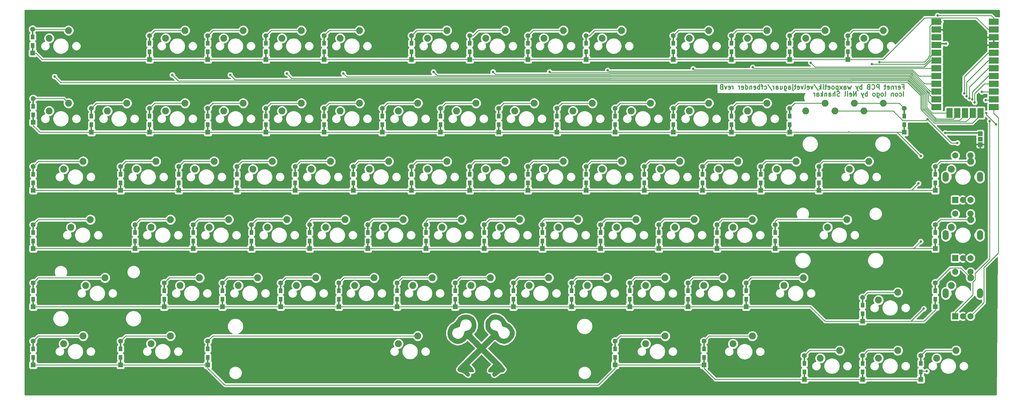
<source format=gbl>
G04 #@! TF.GenerationSoftware,KiCad,Pcbnew,(5.1.5)-3*
G04 #@! TF.CreationDate,2020-07-17T15:38:34-06:00*
G04 #@! TF.ProjectId,fernet,6665726e-6574-42e6-9b69-6361645f7063,rev?*
G04 #@! TF.SameCoordinates,Original*
G04 #@! TF.FileFunction,Copper,L2,Bot*
G04 #@! TF.FilePolarity,Positive*
%FSLAX46Y46*%
G04 Gerber Fmt 4.6, Leading zero omitted, Abs format (unit mm)*
G04 Created by KiCad (PCBNEW (5.1.5)-3) date 2020-07-17 15:38:34*
%MOMM*%
%LPD*%
G04 APERTURE LIST*
%ADD10C,0.300000*%
%ADD11C,0.010000*%
%ADD12C,2.250000*%
%ADD13R,2.000000X3.250000*%
%ADD14R,3.250000X2.000000*%
%ADD15R,1.524000X1.524000*%
%ADD16R,2.000000X2.000000*%
%ADD17C,2.000000*%
%ADD18O,2.000000X3.200000*%
%ADD19R,1.600000X1.600000*%
%ADD20C,1.600000*%
%ADD21R,0.500000X2.900000*%
%ADD22R,1.200000X1.600000*%
%ADD23C,0.800000*%
%ADD24C,0.250000*%
%ADD25C,0.500000*%
%ADD26C,0.254000*%
G04 APERTURE END LIST*
D10*
X305392857Y-45928571D02*
X305392857Y-44428571D01*
X304035714Y-45857142D02*
X304178571Y-45928571D01*
X304464285Y-45928571D01*
X304607142Y-45857142D01*
X304678571Y-45785714D01*
X304750000Y-45642857D01*
X304750000Y-45214285D01*
X304678571Y-45071428D01*
X304607142Y-45000000D01*
X304464285Y-44928571D01*
X304178571Y-44928571D01*
X304035714Y-45000000D01*
X303178571Y-45928571D02*
X303321428Y-45857142D01*
X303392857Y-45785714D01*
X303464285Y-45642857D01*
X303464285Y-45214285D01*
X303392857Y-45071428D01*
X303321428Y-45000000D01*
X303178571Y-44928571D01*
X302964285Y-44928571D01*
X302821428Y-45000000D01*
X302750000Y-45071428D01*
X302678571Y-45214285D01*
X302678571Y-45642857D01*
X302750000Y-45785714D01*
X302821428Y-45857142D01*
X302964285Y-45928571D01*
X303178571Y-45928571D01*
X302035714Y-44928571D02*
X302035714Y-45928571D01*
X302035714Y-45071428D02*
X301964285Y-45000000D01*
X301821428Y-44928571D01*
X301607142Y-44928571D01*
X301464285Y-45000000D01*
X301392857Y-45142857D01*
X301392857Y-45928571D01*
X299321428Y-45928571D02*
X299464285Y-45857142D01*
X299535714Y-45714285D01*
X299535714Y-44428571D01*
X298535714Y-45928571D02*
X298678571Y-45857142D01*
X298750000Y-45785714D01*
X298821428Y-45642857D01*
X298821428Y-45214285D01*
X298750000Y-45071428D01*
X298678571Y-45000000D01*
X298535714Y-44928571D01*
X298321428Y-44928571D01*
X298178571Y-45000000D01*
X298107142Y-45071428D01*
X298035714Y-45214285D01*
X298035714Y-45642857D01*
X298107142Y-45785714D01*
X298178571Y-45857142D01*
X298321428Y-45928571D01*
X298535714Y-45928571D01*
X296750000Y-44928571D02*
X296750000Y-46142857D01*
X296821428Y-46285714D01*
X296892857Y-46357142D01*
X297035714Y-46428571D01*
X297250000Y-46428571D01*
X297392857Y-46357142D01*
X296750000Y-45857142D02*
X296892857Y-45928571D01*
X297178571Y-45928571D01*
X297321428Y-45857142D01*
X297392857Y-45785714D01*
X297464285Y-45642857D01*
X297464285Y-45214285D01*
X297392857Y-45071428D01*
X297321428Y-45000000D01*
X297178571Y-44928571D01*
X296892857Y-44928571D01*
X296750000Y-45000000D01*
X295821428Y-45928571D02*
X295964285Y-45857142D01*
X296035714Y-45785714D01*
X296107142Y-45642857D01*
X296107142Y-45214285D01*
X296035714Y-45071428D01*
X295964285Y-45000000D01*
X295821428Y-44928571D01*
X295607142Y-44928571D01*
X295464285Y-45000000D01*
X295392857Y-45071428D01*
X295321428Y-45214285D01*
X295321428Y-45642857D01*
X295392857Y-45785714D01*
X295464285Y-45857142D01*
X295607142Y-45928571D01*
X295821428Y-45928571D01*
X293535714Y-45928571D02*
X293535714Y-44428571D01*
X293535714Y-45000000D02*
X293392857Y-44928571D01*
X293107142Y-44928571D01*
X292964285Y-45000000D01*
X292892857Y-45071428D01*
X292821428Y-45214285D01*
X292821428Y-45642857D01*
X292892857Y-45785714D01*
X292964285Y-45857142D01*
X293107142Y-45928571D01*
X293392857Y-45928571D01*
X293535714Y-45857142D01*
X292321428Y-44928571D02*
X291964285Y-45928571D01*
X291607142Y-44928571D02*
X291964285Y-45928571D01*
X292107142Y-46285714D01*
X292178571Y-46357142D01*
X292321428Y-46428571D01*
X289892857Y-45928571D02*
X289892857Y-44428571D01*
X289035714Y-45928571D01*
X289035714Y-44428571D01*
X287750000Y-45857142D02*
X287892857Y-45928571D01*
X288178571Y-45928571D01*
X288321428Y-45857142D01*
X288392857Y-45714285D01*
X288392857Y-45142857D01*
X288321428Y-45000000D01*
X288178571Y-44928571D01*
X287892857Y-44928571D01*
X287750000Y-45000000D01*
X287678571Y-45142857D01*
X287678571Y-45285714D01*
X288392857Y-45428571D01*
X287035714Y-45928571D02*
X287035714Y-44928571D01*
X287035714Y-44428571D02*
X287107142Y-44500000D01*
X287035714Y-44571428D01*
X286964285Y-44500000D01*
X287035714Y-44428571D01*
X287035714Y-44571428D01*
X286107142Y-45928571D02*
X286250000Y-45857142D01*
X286321428Y-45714285D01*
X286321428Y-44428571D01*
X284464285Y-45857142D02*
X284250000Y-45928571D01*
X283892857Y-45928571D01*
X283750000Y-45857142D01*
X283678571Y-45785714D01*
X283607142Y-45642857D01*
X283607142Y-45500000D01*
X283678571Y-45357142D01*
X283750000Y-45285714D01*
X283892857Y-45214285D01*
X284178571Y-45142857D01*
X284321428Y-45071428D01*
X284392857Y-45000000D01*
X284464285Y-44857142D01*
X284464285Y-44714285D01*
X284392857Y-44571428D01*
X284321428Y-44500000D01*
X284178571Y-44428571D01*
X283821428Y-44428571D01*
X283607142Y-44500000D01*
X282964285Y-45928571D02*
X282964285Y-44428571D01*
X282321428Y-45928571D02*
X282321428Y-45142857D01*
X282392857Y-45000000D01*
X282535714Y-44928571D01*
X282750000Y-44928571D01*
X282892857Y-45000000D01*
X282964285Y-45071428D01*
X280964285Y-45928571D02*
X280964285Y-45142857D01*
X281035714Y-45000000D01*
X281178571Y-44928571D01*
X281464285Y-44928571D01*
X281607142Y-45000000D01*
X280964285Y-45857142D02*
X281107142Y-45928571D01*
X281464285Y-45928571D01*
X281607142Y-45857142D01*
X281678571Y-45714285D01*
X281678571Y-45571428D01*
X281607142Y-45428571D01*
X281464285Y-45357142D01*
X281107142Y-45357142D01*
X280964285Y-45285714D01*
X280250000Y-44928571D02*
X280250000Y-45928571D01*
X280250000Y-45071428D02*
X280178571Y-45000000D01*
X280035714Y-44928571D01*
X279821428Y-44928571D01*
X279678571Y-45000000D01*
X279607142Y-45142857D01*
X279607142Y-45928571D01*
X278892857Y-45928571D02*
X278892857Y-44428571D01*
X278750000Y-45357142D02*
X278321428Y-45928571D01*
X278321428Y-44928571D02*
X278892857Y-45500000D01*
X277035714Y-45928571D02*
X277035714Y-45142857D01*
X277107142Y-45000000D01*
X277250000Y-44928571D01*
X277535714Y-44928571D01*
X277678571Y-45000000D01*
X277035714Y-45857142D02*
X277178571Y-45928571D01*
X277535714Y-45928571D01*
X277678571Y-45857142D01*
X277750000Y-45714285D01*
X277750000Y-45571428D01*
X277678571Y-45428571D01*
X277535714Y-45357142D01*
X277178571Y-45357142D01*
X277035714Y-45285714D01*
X276321428Y-45928571D02*
X276321428Y-44928571D01*
X276321428Y-45214285D02*
X276250000Y-45071428D01*
X276178571Y-45000000D01*
X276035714Y-44928571D01*
X275892857Y-44928571D01*
X305035714Y-42892857D02*
X305535714Y-42892857D01*
X305535714Y-43678571D02*
X305535714Y-42178571D01*
X304821428Y-42178571D01*
X303678571Y-43607142D02*
X303821428Y-43678571D01*
X304107142Y-43678571D01*
X304250000Y-43607142D01*
X304321428Y-43464285D01*
X304321428Y-42892857D01*
X304250000Y-42750000D01*
X304107142Y-42678571D01*
X303821428Y-42678571D01*
X303678571Y-42750000D01*
X303607142Y-42892857D01*
X303607142Y-43035714D01*
X304321428Y-43178571D01*
X302964285Y-43678571D02*
X302964285Y-42678571D01*
X302964285Y-42964285D02*
X302892857Y-42821428D01*
X302821428Y-42750000D01*
X302678571Y-42678571D01*
X302535714Y-42678571D01*
X302035714Y-42678571D02*
X302035714Y-43678571D01*
X302035714Y-42821428D02*
X301964285Y-42750000D01*
X301821428Y-42678571D01*
X301607142Y-42678571D01*
X301464285Y-42750000D01*
X301392857Y-42892857D01*
X301392857Y-43678571D01*
X300107142Y-43607142D02*
X300250000Y-43678571D01*
X300535714Y-43678571D01*
X300678571Y-43607142D01*
X300750000Y-43464285D01*
X300750000Y-42892857D01*
X300678571Y-42750000D01*
X300535714Y-42678571D01*
X300250000Y-42678571D01*
X300107142Y-42750000D01*
X300035714Y-42892857D01*
X300035714Y-43035714D01*
X300750000Y-43178571D01*
X299607142Y-42678571D02*
X299035714Y-42678571D01*
X299392857Y-42178571D02*
X299392857Y-43464285D01*
X299321428Y-43607142D01*
X299178571Y-43678571D01*
X299035714Y-43678571D01*
X297392857Y-43678571D02*
X297392857Y-42178571D01*
X296821428Y-42178571D01*
X296678571Y-42250000D01*
X296607142Y-42321428D01*
X296535714Y-42464285D01*
X296535714Y-42678571D01*
X296607142Y-42821428D01*
X296678571Y-42892857D01*
X296821428Y-42964285D01*
X297392857Y-42964285D01*
X295035714Y-43535714D02*
X295107142Y-43607142D01*
X295321428Y-43678571D01*
X295464285Y-43678571D01*
X295678571Y-43607142D01*
X295821428Y-43464285D01*
X295892857Y-43321428D01*
X295964285Y-43035714D01*
X295964285Y-42821428D01*
X295892857Y-42535714D01*
X295821428Y-42392857D01*
X295678571Y-42250000D01*
X295464285Y-42178571D01*
X295321428Y-42178571D01*
X295107142Y-42250000D01*
X295035714Y-42321428D01*
X293892857Y-42892857D02*
X293678571Y-42964285D01*
X293607142Y-43035714D01*
X293535714Y-43178571D01*
X293535714Y-43392857D01*
X293607142Y-43535714D01*
X293678571Y-43607142D01*
X293821428Y-43678571D01*
X294392857Y-43678571D01*
X294392857Y-42178571D01*
X293892857Y-42178571D01*
X293750000Y-42250000D01*
X293678571Y-42321428D01*
X293607142Y-42464285D01*
X293607142Y-42607142D01*
X293678571Y-42750000D01*
X293750000Y-42821428D01*
X293892857Y-42892857D01*
X294392857Y-42892857D01*
X291750000Y-43678571D02*
X291750000Y-42178571D01*
X291750000Y-42750000D02*
X291607142Y-42678571D01*
X291321428Y-42678571D01*
X291178571Y-42750000D01*
X291107142Y-42821428D01*
X291035714Y-42964285D01*
X291035714Y-43392857D01*
X291107142Y-43535714D01*
X291178571Y-43607142D01*
X291321428Y-43678571D01*
X291607142Y-43678571D01*
X291750000Y-43607142D01*
X290535714Y-42678571D02*
X290178571Y-43678571D01*
X289821428Y-42678571D02*
X290178571Y-43678571D01*
X290321428Y-44035714D01*
X290392857Y-44107142D01*
X290535714Y-44178571D01*
X288250000Y-42678571D02*
X287964285Y-43678571D01*
X287678571Y-42964285D01*
X287392857Y-43678571D01*
X287107142Y-42678571D01*
X285892857Y-43678571D02*
X285892857Y-42892857D01*
X285964285Y-42750000D01*
X286107142Y-42678571D01*
X286392857Y-42678571D01*
X286535714Y-42750000D01*
X285892857Y-43607142D02*
X286035714Y-43678571D01*
X286392857Y-43678571D01*
X286535714Y-43607142D01*
X286607142Y-43464285D01*
X286607142Y-43321428D01*
X286535714Y-43178571D01*
X286392857Y-43107142D01*
X286035714Y-43107142D01*
X285892857Y-43035714D01*
X285321428Y-43678571D02*
X284535714Y-42678571D01*
X285321428Y-42678571D02*
X284535714Y-43678571D01*
X283964285Y-42678571D02*
X283964285Y-44178571D01*
X283964285Y-42750000D02*
X283821428Y-42678571D01*
X283535714Y-42678571D01*
X283392857Y-42750000D01*
X283321428Y-42821428D01*
X283250000Y-42964285D01*
X283250000Y-43392857D01*
X283321428Y-43535714D01*
X283392857Y-43607142D01*
X283535714Y-43678571D01*
X283821428Y-43678571D01*
X283964285Y-43607142D01*
X282392857Y-43678571D02*
X282535714Y-43607142D01*
X282607142Y-43535714D01*
X282678571Y-43392857D01*
X282678571Y-42964285D01*
X282607142Y-42821428D01*
X282535714Y-42750000D01*
X282392857Y-42678571D01*
X282178571Y-42678571D01*
X282035714Y-42750000D01*
X281964285Y-42821428D01*
X281892857Y-42964285D01*
X281892857Y-43392857D01*
X281964285Y-43535714D01*
X282035714Y-43607142D01*
X282178571Y-43678571D01*
X282392857Y-43678571D01*
X280678571Y-43607142D02*
X280821428Y-43678571D01*
X281107142Y-43678571D01*
X281250000Y-43607142D01*
X281321428Y-43464285D01*
X281321428Y-42892857D01*
X281250000Y-42750000D01*
X281107142Y-42678571D01*
X280821428Y-42678571D01*
X280678571Y-42750000D01*
X280607142Y-42892857D01*
X280607142Y-43035714D01*
X281321428Y-43178571D01*
X280178571Y-42678571D02*
X279607142Y-42678571D01*
X279964285Y-42178571D02*
X279964285Y-43464285D01*
X279892857Y-43607142D01*
X279750000Y-43678571D01*
X279607142Y-43678571D01*
X279107142Y-43678571D02*
X279107142Y-42678571D01*
X279107142Y-42178571D02*
X279178571Y-42250000D01*
X279107142Y-42321428D01*
X279035714Y-42250000D01*
X279107142Y-42178571D01*
X279107142Y-42321428D01*
X278392857Y-43678571D02*
X278392857Y-42178571D01*
X278250000Y-43107142D02*
X277821428Y-43678571D01*
X277821428Y-42678571D02*
X278392857Y-43250000D01*
X276107142Y-42107142D02*
X277392857Y-44035714D01*
X275750000Y-42678571D02*
X275392857Y-43678571D01*
X275035714Y-42678571D01*
X273892857Y-43607142D02*
X274035714Y-43678571D01*
X274321428Y-43678571D01*
X274464285Y-43607142D01*
X274535714Y-43464285D01*
X274535714Y-42892857D01*
X274464285Y-42750000D01*
X274321428Y-42678571D01*
X274035714Y-42678571D01*
X273892857Y-42750000D01*
X273821428Y-42892857D01*
X273821428Y-43035714D01*
X274535714Y-43178571D01*
X272964285Y-43678571D02*
X273107142Y-43607142D01*
X273178571Y-43464285D01*
X273178571Y-42178571D01*
X272535714Y-42678571D02*
X272178571Y-43678571D01*
X271821428Y-42678571D01*
X270678571Y-43607142D02*
X270821428Y-43678571D01*
X271107142Y-43678571D01*
X271250000Y-43607142D01*
X271321428Y-43464285D01*
X271321428Y-42892857D01*
X271250000Y-42750000D01*
X271107142Y-42678571D01*
X270821428Y-42678571D01*
X270678571Y-42750000D01*
X270607142Y-42892857D01*
X270607142Y-43035714D01*
X271321428Y-43178571D01*
X270178571Y-42678571D02*
X269607142Y-42678571D01*
X269964285Y-42178571D02*
X269964285Y-43464285D01*
X269892857Y-43607142D01*
X269750000Y-43678571D01*
X269607142Y-43678571D01*
X269107142Y-42678571D02*
X269107142Y-43964285D01*
X269178571Y-44107142D01*
X269321428Y-44178571D01*
X269392857Y-44178571D01*
X269107142Y-42178571D02*
X269178571Y-42250000D01*
X269107142Y-42321428D01*
X269035714Y-42250000D01*
X269107142Y-42178571D01*
X269107142Y-42321428D01*
X267750000Y-43678571D02*
X267750000Y-42892857D01*
X267821428Y-42750000D01*
X267964285Y-42678571D01*
X268250000Y-42678571D01*
X268392857Y-42750000D01*
X267750000Y-43607142D02*
X267892857Y-43678571D01*
X268250000Y-43678571D01*
X268392857Y-43607142D01*
X268464285Y-43464285D01*
X268464285Y-43321428D01*
X268392857Y-43178571D01*
X268250000Y-43107142D01*
X267892857Y-43107142D01*
X267750000Y-43035714D01*
X266392857Y-42678571D02*
X266392857Y-43892857D01*
X266464285Y-44035714D01*
X266535714Y-44107142D01*
X266678571Y-44178571D01*
X266892857Y-44178571D01*
X267035714Y-44107142D01*
X266392857Y-43607142D02*
X266535714Y-43678571D01*
X266821428Y-43678571D01*
X266964285Y-43607142D01*
X267035714Y-43535714D01*
X267107142Y-43392857D01*
X267107142Y-42964285D01*
X267035714Y-42821428D01*
X266964285Y-42750000D01*
X266821428Y-42678571D01*
X266535714Y-42678571D01*
X266392857Y-42750000D01*
X265035714Y-42678571D02*
X265035714Y-43678571D01*
X265678571Y-42678571D02*
X265678571Y-43464285D01*
X265607142Y-43607142D01*
X265464285Y-43678571D01*
X265250000Y-43678571D01*
X265107142Y-43607142D01*
X265035714Y-43535714D01*
X263678571Y-43678571D02*
X263678571Y-42892857D01*
X263750000Y-42750000D01*
X263892857Y-42678571D01*
X264178571Y-42678571D01*
X264321428Y-42750000D01*
X263678571Y-43607142D02*
X263821428Y-43678571D01*
X264178571Y-43678571D01*
X264321428Y-43607142D01*
X264392857Y-43464285D01*
X264392857Y-43321428D01*
X264321428Y-43178571D01*
X264178571Y-43107142D01*
X263821428Y-43107142D01*
X263678571Y-43035714D01*
X262964285Y-43678571D02*
X262964285Y-42678571D01*
X262964285Y-42964285D02*
X262892857Y-42821428D01*
X262821428Y-42750000D01*
X262678571Y-42678571D01*
X262535714Y-42678571D01*
X260964285Y-42107142D02*
X262250000Y-44035714D01*
X259821428Y-43607142D02*
X259964285Y-43678571D01*
X260250000Y-43678571D01*
X260392857Y-43607142D01*
X260464285Y-43535714D01*
X260535714Y-43392857D01*
X260535714Y-42964285D01*
X260464285Y-42821428D01*
X260392857Y-42750000D01*
X260250000Y-42678571D01*
X259964285Y-42678571D01*
X259821428Y-42750000D01*
X259392857Y-42678571D02*
X258821428Y-42678571D01*
X259178571Y-43678571D02*
X259178571Y-42392857D01*
X259107142Y-42250000D01*
X258964285Y-42178571D01*
X258821428Y-42178571D01*
X258321428Y-43678571D02*
X258321428Y-42178571D01*
X258321428Y-42750000D02*
X258178571Y-42678571D01*
X257892857Y-42678571D01*
X257750000Y-42750000D01*
X257678571Y-42821428D01*
X257607142Y-42964285D01*
X257607142Y-43392857D01*
X257678571Y-43535714D01*
X257750000Y-43607142D01*
X257892857Y-43678571D01*
X258178571Y-43678571D01*
X258321428Y-43607142D01*
X256392857Y-43607142D02*
X256535714Y-43678571D01*
X256821428Y-43678571D01*
X256964285Y-43607142D01*
X257035714Y-43464285D01*
X257035714Y-42892857D01*
X256964285Y-42750000D01*
X256821428Y-42678571D01*
X256535714Y-42678571D01*
X256392857Y-42750000D01*
X256321428Y-42892857D01*
X256321428Y-43035714D01*
X257035714Y-43178571D01*
X255678571Y-42678571D02*
X255678571Y-43678571D01*
X255678571Y-42821428D02*
X255607142Y-42750000D01*
X255464285Y-42678571D01*
X255250000Y-42678571D01*
X255107142Y-42750000D01*
X255035714Y-42892857D01*
X255035714Y-43678571D01*
X253678571Y-43678571D02*
X253678571Y-42178571D01*
X253678571Y-43607142D02*
X253821428Y-43678571D01*
X254107142Y-43678571D01*
X254250000Y-43607142D01*
X254321428Y-43535714D01*
X254392857Y-43392857D01*
X254392857Y-42964285D01*
X254321428Y-42821428D01*
X254250000Y-42750000D01*
X254107142Y-42678571D01*
X253821428Y-42678571D01*
X253678571Y-42750000D01*
X252392857Y-43607142D02*
X252535714Y-43678571D01*
X252821428Y-43678571D01*
X252964285Y-43607142D01*
X253035714Y-43464285D01*
X253035714Y-42892857D01*
X252964285Y-42750000D01*
X252821428Y-42678571D01*
X252535714Y-42678571D01*
X252392857Y-42750000D01*
X252321428Y-42892857D01*
X252321428Y-43035714D01*
X253035714Y-43178571D01*
X251678571Y-43678571D02*
X251678571Y-42678571D01*
X251678571Y-42964285D02*
X251607142Y-42821428D01*
X251535714Y-42750000D01*
X251392857Y-42678571D01*
X251250000Y-42678571D01*
X249607142Y-43678571D02*
X249607142Y-42678571D01*
X249607142Y-42964285D02*
X249535714Y-42821428D01*
X249464285Y-42750000D01*
X249321428Y-42678571D01*
X249178571Y-42678571D01*
X248107142Y-43607142D02*
X248250000Y-43678571D01*
X248535714Y-43678571D01*
X248678571Y-43607142D01*
X248750000Y-43464285D01*
X248750000Y-42892857D01*
X248678571Y-42750000D01*
X248535714Y-42678571D01*
X248250000Y-42678571D01*
X248107142Y-42750000D01*
X248035714Y-42892857D01*
X248035714Y-43035714D01*
X248750000Y-43178571D01*
X247535714Y-42678571D02*
X247178571Y-43678571D01*
X246821428Y-42678571D01*
X245750000Y-42892857D02*
X245535714Y-42964285D01*
X245464285Y-43035714D01*
X245392857Y-43178571D01*
X245392857Y-43392857D01*
X245464285Y-43535714D01*
X245535714Y-43607142D01*
X245678571Y-43678571D01*
X246250000Y-43678571D01*
X246250000Y-42178571D01*
X245750000Y-42178571D01*
X245607142Y-42250000D01*
X245535714Y-42321428D01*
X245464285Y-42464285D01*
X245464285Y-42607142D01*
X245535714Y-42750000D01*
X245607142Y-42821428D01*
X245750000Y-42892857D01*
X246250000Y-42892857D01*
D11*
G36*
X173112622Y-117646769D02*
G01*
X174224722Y-118376026D01*
X175085965Y-119528858D01*
X175103837Y-119563097D01*
X175482516Y-120096637D01*
X175853430Y-120332722D01*
X175868642Y-120333354D01*
X176323779Y-120548253D01*
X176891931Y-121092374D01*
X177450608Y-121814858D01*
X177877318Y-122564842D01*
X178024303Y-122988291D01*
X177998828Y-124016145D01*
X177562694Y-125057373D01*
X176821635Y-125986492D01*
X175881385Y-126678017D01*
X174847680Y-127006464D01*
X174629199Y-127017565D01*
X173414941Y-126769830D01*
X172238169Y-126011821D01*
X172133676Y-125918995D01*
X171848150Y-125689162D01*
X171588867Y-125639600D01*
X171252087Y-125822522D01*
X170734073Y-126290139D01*
X170063351Y-126960992D01*
X168540401Y-128500000D01*
X171747043Y-131698287D01*
X172808708Y-132782083D01*
X173721947Y-133761874D01*
X174423758Y-134566193D01*
X174851139Y-135123569D01*
X174953684Y-135335911D01*
X174751309Y-135885828D01*
X174284621Y-136259119D01*
X173784628Y-136291858D01*
X173379776Y-136377797D01*
X172828953Y-136767955D01*
X172661727Y-136930367D01*
X172065706Y-137431892D01*
X171523246Y-137698888D01*
X171419481Y-137712302D01*
X170916111Y-137508633D01*
X170738488Y-137031743D01*
X170945847Y-136505903D01*
X171100744Y-136248642D01*
X170887001Y-136199997D01*
X170445140Y-136274537D01*
X169717883Y-136290013D01*
X169394842Y-136008828D01*
X169485677Y-135495247D01*
X170000046Y-134813537D01*
X170196970Y-134623434D01*
X171143765Y-133755761D01*
X169171882Y-131797039D01*
X167200000Y-129838316D01*
X163195436Y-133816154D01*
X164029928Y-134677131D01*
X164596992Y-135412534D01*
X164729164Y-135954984D01*
X164439268Y-136250301D01*
X163740124Y-136244304D01*
X163662834Y-136228295D01*
X163104578Y-136128712D01*
X162976588Y-136209827D01*
X163157789Y-136470966D01*
X163377767Y-137005344D01*
X163263249Y-137490124D01*
X162867689Y-137711918D01*
X162846834Y-137712302D01*
X162444316Y-137532318D01*
X161893271Y-137085480D01*
X161748145Y-136940673D01*
X161129122Y-136441736D01*
X160606360Y-136279277D01*
X160551294Y-136288705D01*
X160051395Y-136195157D01*
X159584642Y-135845853D01*
X159412680Y-135636986D01*
X159341806Y-135429876D01*
X159415734Y-135164464D01*
X159678182Y-134780693D01*
X160172865Y-134218504D01*
X160943499Y-133417841D01*
X162033799Y-132318644D01*
X162471376Y-131879983D01*
X165867177Y-128476628D01*
X164189803Y-126814163D01*
X163385740Y-126028066D01*
X162868793Y-125574188D01*
X162550623Y-125403991D01*
X162342887Y-125468939D01*
X162167937Y-125703320D01*
X161605634Y-126237558D01*
X160739423Y-126699000D01*
X159798947Y-126979239D01*
X159383889Y-127017565D01*
X158418098Y-126796709D01*
X157434069Y-126222232D01*
X156637133Y-125426268D01*
X156443438Y-125125328D01*
X156086714Y-123978953D01*
X156109355Y-123592877D01*
X157574737Y-123592877D01*
X157798149Y-124458152D01*
X158373837Y-125073161D01*
X159159978Y-125392112D01*
X160014749Y-125369215D01*
X160796324Y-124958676D01*
X161031120Y-124708876D01*
X161422780Y-124024865D01*
X161585263Y-123372034D01*
X161711792Y-122880707D01*
X162184700Y-122739991D01*
X162224064Y-122739670D01*
X163089817Y-122513514D01*
X163710087Y-121931068D01*
X164028126Y-121136366D01*
X163987186Y-120273439D01*
X163530517Y-119486321D01*
X163512901Y-119468478D01*
X162777989Y-119035543D01*
X161902484Y-118922646D01*
X161113888Y-119142304D01*
X160876390Y-119323430D01*
X160531114Y-119874194D01*
X160280296Y-120619916D01*
X160278443Y-120628892D01*
X160054632Y-121273046D01*
X159606905Y-121593759D01*
X159182910Y-121705170D01*
X158226397Y-122105411D01*
X157695276Y-122829334D01*
X157574737Y-123592877D01*
X156109355Y-123592877D01*
X156157667Y-122769067D01*
X156606887Y-121643065D01*
X157384963Y-120748344D01*
X158040197Y-120362050D01*
X158680311Y-119896553D01*
X159149653Y-119233240D01*
X159832890Y-118288518D01*
X160814824Y-117680197D01*
X161962436Y-117429139D01*
X163142709Y-117556202D01*
X164222625Y-118082248D01*
X164570980Y-118383039D01*
X165230880Y-119358780D01*
X165533169Y-120506005D01*
X165482114Y-121675109D01*
X165081985Y-122716485D01*
X164427226Y-123420666D01*
X164176335Y-123624616D01*
X164110016Y-123838937D01*
X164276958Y-124154344D01*
X164725852Y-124661555D01*
X165505385Y-125451286D01*
X165530685Y-125476587D01*
X167194274Y-127140176D01*
X170322764Y-124044330D01*
X169429803Y-123151368D01*
X168883578Y-122532112D01*
X168619198Y-121947313D01*
X168539373Y-121147693D01*
X168538999Y-121105674D01*
X169997903Y-121105674D01*
X170319366Y-121904619D01*
X170978197Y-122483026D01*
X171677901Y-122687758D01*
X172258613Y-122829753D01*
X172548866Y-123215803D01*
X172664771Y-123682705D01*
X173060138Y-124611967D01*
X173751168Y-125198489D01*
X174606013Y-125395990D01*
X175492822Y-125158192D01*
X175939083Y-124832011D01*
X176456231Y-124040557D01*
X176525524Y-123175996D01*
X176192332Y-122371791D01*
X175502026Y-121761409D01*
X174812315Y-121517430D01*
X174167797Y-121323344D01*
X173912027Y-120988931D01*
X173884210Y-120704651D01*
X173650092Y-119942882D01*
X173052467Y-119364172D01*
X172248426Y-119029437D01*
X171395061Y-118999592D01*
X170649464Y-119335551D01*
X170561604Y-119416261D01*
X170062439Y-120228714D01*
X169997903Y-121105674D01*
X168538999Y-121105674D01*
X168536842Y-120863373D01*
X168577578Y-119996488D01*
X168768236Y-119390732D01*
X169211491Y-118805441D01*
X169574860Y-118430320D01*
X170264517Y-117804979D01*
X170848638Y-117495029D01*
X171553222Y-117396304D01*
X171826978Y-117392302D01*
X173112622Y-117646769D01*
G37*
X173112622Y-117646769D02*
X174224722Y-118376026D01*
X175085965Y-119528858D01*
X175103837Y-119563097D01*
X175482516Y-120096637D01*
X175853430Y-120332722D01*
X175868642Y-120333354D01*
X176323779Y-120548253D01*
X176891931Y-121092374D01*
X177450608Y-121814858D01*
X177877318Y-122564842D01*
X178024303Y-122988291D01*
X177998828Y-124016145D01*
X177562694Y-125057373D01*
X176821635Y-125986492D01*
X175881385Y-126678017D01*
X174847680Y-127006464D01*
X174629199Y-127017565D01*
X173414941Y-126769830D01*
X172238169Y-126011821D01*
X172133676Y-125918995D01*
X171848150Y-125689162D01*
X171588867Y-125639600D01*
X171252087Y-125822522D01*
X170734073Y-126290139D01*
X170063351Y-126960992D01*
X168540401Y-128500000D01*
X171747043Y-131698287D01*
X172808708Y-132782083D01*
X173721947Y-133761874D01*
X174423758Y-134566193D01*
X174851139Y-135123569D01*
X174953684Y-135335911D01*
X174751309Y-135885828D01*
X174284621Y-136259119D01*
X173784628Y-136291858D01*
X173379776Y-136377797D01*
X172828953Y-136767955D01*
X172661727Y-136930367D01*
X172065706Y-137431892D01*
X171523246Y-137698888D01*
X171419481Y-137712302D01*
X170916111Y-137508633D01*
X170738488Y-137031743D01*
X170945847Y-136505903D01*
X171100744Y-136248642D01*
X170887001Y-136199997D01*
X170445140Y-136274537D01*
X169717883Y-136290013D01*
X169394842Y-136008828D01*
X169485677Y-135495247D01*
X170000046Y-134813537D01*
X170196970Y-134623434D01*
X171143765Y-133755761D01*
X169171882Y-131797039D01*
X167200000Y-129838316D01*
X163195436Y-133816154D01*
X164029928Y-134677131D01*
X164596992Y-135412534D01*
X164729164Y-135954984D01*
X164439268Y-136250301D01*
X163740124Y-136244304D01*
X163662834Y-136228295D01*
X163104578Y-136128712D01*
X162976588Y-136209827D01*
X163157789Y-136470966D01*
X163377767Y-137005344D01*
X163263249Y-137490124D01*
X162867689Y-137711918D01*
X162846834Y-137712302D01*
X162444316Y-137532318D01*
X161893271Y-137085480D01*
X161748145Y-136940673D01*
X161129122Y-136441736D01*
X160606360Y-136279277D01*
X160551294Y-136288705D01*
X160051395Y-136195157D01*
X159584642Y-135845853D01*
X159412680Y-135636986D01*
X159341806Y-135429876D01*
X159415734Y-135164464D01*
X159678182Y-134780693D01*
X160172865Y-134218504D01*
X160943499Y-133417841D01*
X162033799Y-132318644D01*
X162471376Y-131879983D01*
X165867177Y-128476628D01*
X164189803Y-126814163D01*
X163385740Y-126028066D01*
X162868793Y-125574188D01*
X162550623Y-125403991D01*
X162342887Y-125468939D01*
X162167937Y-125703320D01*
X161605634Y-126237558D01*
X160739423Y-126699000D01*
X159798947Y-126979239D01*
X159383889Y-127017565D01*
X158418098Y-126796709D01*
X157434069Y-126222232D01*
X156637133Y-125426268D01*
X156443438Y-125125328D01*
X156086714Y-123978953D01*
X156109355Y-123592877D01*
X157574737Y-123592877D01*
X157798149Y-124458152D01*
X158373837Y-125073161D01*
X159159978Y-125392112D01*
X160014749Y-125369215D01*
X160796324Y-124958676D01*
X161031120Y-124708876D01*
X161422780Y-124024865D01*
X161585263Y-123372034D01*
X161711792Y-122880707D01*
X162184700Y-122739991D01*
X162224064Y-122739670D01*
X163089817Y-122513514D01*
X163710087Y-121931068D01*
X164028126Y-121136366D01*
X163987186Y-120273439D01*
X163530517Y-119486321D01*
X163512901Y-119468478D01*
X162777989Y-119035543D01*
X161902484Y-118922646D01*
X161113888Y-119142304D01*
X160876390Y-119323430D01*
X160531114Y-119874194D01*
X160280296Y-120619916D01*
X160278443Y-120628892D01*
X160054632Y-121273046D01*
X159606905Y-121593759D01*
X159182910Y-121705170D01*
X158226397Y-122105411D01*
X157695276Y-122829334D01*
X157574737Y-123592877D01*
X156109355Y-123592877D01*
X156157667Y-122769067D01*
X156606887Y-121643065D01*
X157384963Y-120748344D01*
X158040197Y-120362050D01*
X158680311Y-119896553D01*
X159149653Y-119233240D01*
X159832890Y-118288518D01*
X160814824Y-117680197D01*
X161962436Y-117429139D01*
X163142709Y-117556202D01*
X164222625Y-118082248D01*
X164570980Y-118383039D01*
X165230880Y-119358780D01*
X165533169Y-120506005D01*
X165482114Y-121675109D01*
X165081985Y-122716485D01*
X164427226Y-123420666D01*
X164176335Y-123624616D01*
X164110016Y-123838937D01*
X164276958Y-124154344D01*
X164725852Y-124661555D01*
X165505385Y-125451286D01*
X165530685Y-125476587D01*
X167194274Y-127140176D01*
X170322764Y-124044330D01*
X169429803Y-123151368D01*
X168883578Y-122532112D01*
X168619198Y-121947313D01*
X168539373Y-121147693D01*
X168538999Y-121105674D01*
X169997903Y-121105674D01*
X170319366Y-121904619D01*
X170978197Y-122483026D01*
X171677901Y-122687758D01*
X172258613Y-122829753D01*
X172548866Y-123215803D01*
X172664771Y-123682705D01*
X173060138Y-124611967D01*
X173751168Y-125198489D01*
X174606013Y-125395990D01*
X175492822Y-125158192D01*
X175939083Y-124832011D01*
X176456231Y-124040557D01*
X176525524Y-123175996D01*
X176192332Y-122371791D01*
X175502026Y-121761409D01*
X174812315Y-121517430D01*
X174167797Y-121323344D01*
X173912027Y-120988931D01*
X173884210Y-120704651D01*
X173650092Y-119942882D01*
X173052467Y-119364172D01*
X172248426Y-119029437D01*
X171395061Y-118999592D01*
X170649464Y-119335551D01*
X170561604Y-119416261D01*
X170062439Y-120228714D01*
X169997903Y-121105674D01*
X168538999Y-121105674D01*
X168536842Y-120863373D01*
X168577578Y-119996488D01*
X168768236Y-119390732D01*
X169211491Y-118805441D01*
X169574860Y-118430320D01*
X170264517Y-117804979D01*
X170848638Y-117495029D01*
X171553222Y-117396304D01*
X171826978Y-117392302D01*
X173112622Y-117646769D01*
D12*
X289250000Y-48260000D03*
X282900000Y-50800000D03*
D13*
X320420000Y-51435000D03*
X322960000Y-51435000D03*
X325500000Y-51435000D03*
X328040000Y-51435000D03*
X330580000Y-51435000D03*
D14*
X316102000Y-21590000D03*
X316102000Y-24130000D03*
X316102000Y-26670000D03*
X316102000Y-29210000D03*
X316102000Y-31750000D03*
X316102000Y-34290000D03*
X316102000Y-36830000D03*
X316102000Y-39370000D03*
X316102000Y-41910000D03*
X316102000Y-44450000D03*
X316102000Y-46990000D03*
X316102000Y-49530000D03*
X334898000Y-49530000D03*
X334898000Y-46990000D03*
X334898000Y-44450000D03*
X334898000Y-41910000D03*
X334898000Y-39370000D03*
X334898000Y-36830000D03*
X334898000Y-34290000D03*
X334898000Y-31750000D03*
X334898000Y-29210000D03*
X334898000Y-26670000D03*
X334898000Y-24130000D03*
X334898000Y-21590000D03*
D15*
X330500000Y-61778000D03*
X330500000Y-60000000D03*
X330500000Y-58222000D03*
D16*
X322300000Y-79887500D03*
D17*
X324800000Y-79887500D03*
X327300000Y-79887500D03*
D18*
X319200000Y-72387500D03*
X330400000Y-72387500D03*
D17*
X322300000Y-65387500D03*
X327300000Y-65387500D03*
D16*
X322300000Y-98937500D03*
D17*
X324800000Y-98937500D03*
X327300000Y-98937500D03*
D18*
X319200000Y-91437500D03*
X330400000Y-91437500D03*
D17*
X322300000Y-84437500D03*
X327300000Y-84437500D03*
D19*
X20320000Y-31840000D03*
D20*
X20320000Y-24040000D03*
D21*
X20320000Y-30440000D03*
D22*
X20320000Y-29340000D03*
X20320000Y-26540000D03*
D21*
X20320000Y-25440000D03*
D12*
X273390000Y-50797500D03*
X279740000Y-48257500D03*
X292440000Y-50810000D03*
X298790000Y-48270000D03*
D19*
X305650000Y-57750000D03*
D20*
X305650000Y-49950000D03*
D21*
X305650000Y-56350000D03*
D22*
X305650000Y-55250000D03*
X305650000Y-52450000D03*
D21*
X305650000Y-51350000D03*
D19*
X253862500Y-114887500D03*
D20*
X253862500Y-107087500D03*
D21*
X253862500Y-113487500D03*
D22*
X253862500Y-112387500D03*
X253862500Y-109587500D03*
D21*
X253862500Y-108487500D03*
D19*
X211000000Y-57737500D03*
D20*
X211000000Y-49937500D03*
D21*
X211000000Y-56337500D03*
D22*
X211000000Y-55237500D03*
X211000000Y-52437500D03*
D21*
X211000000Y-51337500D03*
D19*
X39550000Y-57737500D03*
D20*
X39550000Y-49937500D03*
D21*
X39550000Y-56337500D03*
D22*
X39550000Y-55237500D03*
X39550000Y-52437500D03*
D21*
X39550000Y-51337500D03*
D19*
X58600000Y-57737500D03*
D20*
X58600000Y-49937500D03*
D21*
X58600000Y-56337500D03*
D22*
X58600000Y-55237500D03*
X58600000Y-52437500D03*
D21*
X58600000Y-51337500D03*
D19*
X77650000Y-57737500D03*
D20*
X77650000Y-49937500D03*
D21*
X77650000Y-56337500D03*
D22*
X77650000Y-55237500D03*
X77650000Y-52437500D03*
D21*
X77650000Y-51337500D03*
D19*
X96700000Y-57737500D03*
D20*
X96700000Y-49937500D03*
D21*
X96700000Y-56337500D03*
D22*
X96700000Y-55237500D03*
X96700000Y-52437500D03*
D21*
X96700000Y-51337500D03*
D19*
X115750000Y-57737500D03*
D20*
X115750000Y-49937500D03*
D21*
X115750000Y-56337500D03*
D22*
X115750000Y-55237500D03*
X115750000Y-52437500D03*
D21*
X115750000Y-51337500D03*
D19*
X134800000Y-57737500D03*
D20*
X134800000Y-49937500D03*
D21*
X134800000Y-56337500D03*
D22*
X134800000Y-55237500D03*
X134800000Y-52437500D03*
D21*
X134800000Y-51337500D03*
D19*
X153850000Y-57737500D03*
D20*
X153850000Y-49937500D03*
D21*
X153850000Y-56337500D03*
D22*
X153850000Y-55237500D03*
X153850000Y-52437500D03*
D21*
X153850000Y-51337500D03*
D19*
X172900000Y-57737500D03*
D20*
X172900000Y-49937500D03*
D21*
X172900000Y-56337500D03*
D22*
X172900000Y-55237500D03*
X172900000Y-52437500D03*
D21*
X172900000Y-51337500D03*
D19*
X191950000Y-57737500D03*
D20*
X191950000Y-49937500D03*
D21*
X191950000Y-56337500D03*
D22*
X191950000Y-55237500D03*
X191950000Y-52437500D03*
D21*
X191950000Y-51337500D03*
D19*
X211000000Y-133937500D03*
D20*
X211000000Y-126137500D03*
D21*
X211000000Y-132537500D03*
D22*
X211000000Y-131437500D03*
X211000000Y-128637500D03*
D21*
X211000000Y-127537500D03*
D19*
X58600000Y-33925000D03*
D20*
X58600000Y-26125000D03*
D21*
X58600000Y-32525000D03*
D22*
X58600000Y-31425000D03*
X58600000Y-28625000D03*
D21*
X58600000Y-27525000D03*
D19*
X77650000Y-33925000D03*
D20*
X77650000Y-26125000D03*
D21*
X77650000Y-32525000D03*
D22*
X77650000Y-31425000D03*
X77650000Y-28625000D03*
D21*
X77650000Y-27525000D03*
D19*
X96700000Y-33925000D03*
D20*
X96700000Y-26125000D03*
D21*
X96700000Y-32525000D03*
D22*
X96700000Y-31425000D03*
X96700000Y-28625000D03*
D21*
X96700000Y-27525000D03*
D19*
X115750000Y-33925000D03*
D20*
X115750000Y-26125000D03*
D21*
X115750000Y-32525000D03*
D22*
X115750000Y-31425000D03*
X115750000Y-28625000D03*
D21*
X115750000Y-27525000D03*
D19*
X144325000Y-33925000D03*
D20*
X144325000Y-26125000D03*
D21*
X144325000Y-32525000D03*
D22*
X144325000Y-31425000D03*
X144325000Y-28625000D03*
D21*
X144325000Y-27525000D03*
D19*
X163375000Y-33925000D03*
D20*
X163375000Y-26125000D03*
D21*
X163375000Y-32525000D03*
D22*
X163375000Y-31425000D03*
X163375000Y-28625000D03*
D21*
X163375000Y-27525000D03*
D19*
X182425000Y-33925000D03*
D20*
X182425000Y-26125000D03*
D21*
X182425000Y-32525000D03*
D22*
X182425000Y-31425000D03*
X182425000Y-28625000D03*
D21*
X182425000Y-27525000D03*
D19*
X201475000Y-33925000D03*
D20*
X201475000Y-26125000D03*
D21*
X201475000Y-32525000D03*
D22*
X201475000Y-31425000D03*
X201475000Y-28625000D03*
D21*
X201475000Y-27525000D03*
D19*
X230050000Y-33925000D03*
D20*
X230050000Y-26125000D03*
D21*
X230050000Y-32525000D03*
D22*
X230050000Y-31425000D03*
X230050000Y-28625000D03*
D21*
X230050000Y-27525000D03*
D19*
X249100000Y-33925000D03*
D20*
X249100000Y-26125000D03*
D21*
X249100000Y-32525000D03*
D22*
X249100000Y-31425000D03*
X249100000Y-28625000D03*
D21*
X249100000Y-27525000D03*
D19*
X268150000Y-33925000D03*
D20*
X268150000Y-26125000D03*
D21*
X268150000Y-32525000D03*
D22*
X268150000Y-31425000D03*
X268150000Y-28625000D03*
D21*
X268150000Y-27525000D03*
D19*
X287200000Y-33925000D03*
D20*
X287200000Y-26125000D03*
D21*
X287200000Y-32525000D03*
D22*
X287200000Y-31425000D03*
X287200000Y-28625000D03*
D21*
X287200000Y-27525000D03*
D19*
X240050320Y-133955620D03*
D20*
X240050320Y-126155620D03*
D21*
X240050320Y-132555620D03*
D22*
X240050320Y-131455620D03*
X240050320Y-128655620D03*
D21*
X240050320Y-127555620D03*
D19*
X311012500Y-138700000D03*
D20*
X311012500Y-130900000D03*
D21*
X311012500Y-137300000D03*
D22*
X311012500Y-136200000D03*
X311012500Y-133400000D03*
D21*
X311012500Y-132300000D03*
D19*
X291962500Y-138700000D03*
D20*
X291962500Y-130900000D03*
D21*
X291962500Y-137300000D03*
D22*
X291962500Y-136200000D03*
X291962500Y-133400000D03*
D21*
X291962500Y-132300000D03*
D19*
X272912500Y-138700000D03*
D20*
X272912500Y-130900000D03*
D21*
X272912500Y-137300000D03*
D22*
X272912500Y-136200000D03*
X272912500Y-133400000D03*
D21*
X272912500Y-132300000D03*
D19*
X77650000Y-133937500D03*
D20*
X77650000Y-126137500D03*
D21*
X77650000Y-132537500D03*
D22*
X77650000Y-131437500D03*
X77650000Y-128637500D03*
D21*
X77650000Y-127537500D03*
D19*
X49075000Y-133937500D03*
D20*
X49075000Y-126137500D03*
D21*
X49075000Y-132537500D03*
D22*
X49075000Y-131437500D03*
X49075000Y-128637500D03*
D21*
X49075000Y-127537500D03*
D19*
X20500000Y-133937500D03*
D20*
X20500000Y-126137500D03*
D21*
X20500000Y-132537500D03*
D22*
X20500000Y-131437500D03*
X20500000Y-128637500D03*
D21*
X20500000Y-127537500D03*
D19*
X291962500Y-119650000D03*
D20*
X291962500Y-111850000D03*
D21*
X291962500Y-118250000D03*
D22*
X291962500Y-117150000D03*
X291962500Y-114350000D03*
D21*
X291962500Y-113250000D03*
D19*
X315775000Y-114887500D03*
D20*
X315775000Y-107087500D03*
D21*
X315775000Y-113487500D03*
D22*
X315775000Y-112387500D03*
X315775000Y-109587500D03*
D21*
X315775000Y-108487500D03*
D19*
X234812500Y-114887500D03*
D20*
X234812500Y-107087500D03*
D21*
X234812500Y-113487500D03*
D22*
X234812500Y-112387500D03*
X234812500Y-109587500D03*
D21*
X234812500Y-108487500D03*
D19*
X215762500Y-114887500D03*
D20*
X215762500Y-107087500D03*
D21*
X215762500Y-113487500D03*
D22*
X215762500Y-112387500D03*
X215762500Y-109587500D03*
D21*
X215762500Y-108487500D03*
D19*
X196712500Y-114887500D03*
D20*
X196712500Y-107087500D03*
D21*
X196712500Y-113487500D03*
D22*
X196712500Y-112387500D03*
X196712500Y-109587500D03*
D21*
X196712500Y-108487500D03*
D19*
X177662500Y-114887500D03*
D20*
X177662500Y-107087500D03*
D21*
X177662500Y-113487500D03*
D22*
X177662500Y-112387500D03*
X177662500Y-109587500D03*
D21*
X177662500Y-108487500D03*
D19*
X158612500Y-114887500D03*
D20*
X158612500Y-107087500D03*
D21*
X158612500Y-113487500D03*
D22*
X158612500Y-112387500D03*
X158612500Y-109587500D03*
D21*
X158612500Y-108487500D03*
D19*
X139562500Y-114887500D03*
D20*
X139562500Y-107087500D03*
D21*
X139562500Y-113487500D03*
D22*
X139562500Y-112387500D03*
X139562500Y-109587500D03*
D21*
X139562500Y-108487500D03*
D19*
X120512500Y-114887500D03*
D20*
X120512500Y-107087500D03*
D21*
X120512500Y-113487500D03*
D22*
X120512500Y-112387500D03*
X120512500Y-109587500D03*
D21*
X120512500Y-108487500D03*
D19*
X101462500Y-114887500D03*
D20*
X101462500Y-107087500D03*
D21*
X101462500Y-113487500D03*
D22*
X101462500Y-112387500D03*
X101462500Y-109587500D03*
D21*
X101462500Y-108487500D03*
D19*
X82412500Y-114887500D03*
D20*
X82412500Y-107087500D03*
D21*
X82412500Y-113487500D03*
D22*
X82412500Y-112387500D03*
X82412500Y-109587500D03*
D21*
X82412500Y-108487500D03*
D19*
X63362500Y-114887500D03*
D20*
X63362500Y-107087500D03*
D21*
X63362500Y-113487500D03*
D22*
X63362500Y-112387500D03*
X63362500Y-109587500D03*
D21*
X63362500Y-108487500D03*
D19*
X20500000Y-114887500D03*
D20*
X20500000Y-107087500D03*
D21*
X20500000Y-113487500D03*
D22*
X20500000Y-112387500D03*
X20500000Y-109587500D03*
D21*
X20500000Y-108487500D03*
D19*
X315775000Y-95837500D03*
D20*
X315775000Y-88037500D03*
D21*
X315775000Y-94437500D03*
D22*
X315775000Y-93337500D03*
X315775000Y-90537500D03*
D21*
X315775000Y-89437500D03*
D19*
X263387500Y-95837500D03*
D20*
X263387500Y-88037500D03*
D21*
X263387500Y-94437500D03*
D22*
X263387500Y-93337500D03*
X263387500Y-90537500D03*
D21*
X263387500Y-89437500D03*
D19*
X244337500Y-95837500D03*
D20*
X244337500Y-88037500D03*
D21*
X244337500Y-94437500D03*
D22*
X244337500Y-93337500D03*
X244337500Y-90537500D03*
D21*
X244337500Y-89437500D03*
D19*
X225287500Y-95837500D03*
D20*
X225287500Y-88037500D03*
D21*
X225287500Y-94437500D03*
D22*
X225287500Y-93337500D03*
X225287500Y-90537500D03*
D21*
X225287500Y-89437500D03*
D19*
X206237500Y-95837500D03*
D20*
X206237500Y-88037500D03*
D21*
X206237500Y-94437500D03*
D22*
X206237500Y-93337500D03*
X206237500Y-90537500D03*
D21*
X206237500Y-89437500D03*
D19*
X187187500Y-95837500D03*
D20*
X187187500Y-88037500D03*
D21*
X187187500Y-94437500D03*
D22*
X187187500Y-93337500D03*
X187187500Y-90537500D03*
D21*
X187187500Y-89437500D03*
D19*
X168137500Y-95837500D03*
D20*
X168137500Y-88037500D03*
D21*
X168137500Y-94437500D03*
D22*
X168137500Y-93337500D03*
X168137500Y-90537500D03*
D21*
X168137500Y-89437500D03*
D19*
X149087500Y-95837500D03*
D20*
X149087500Y-88037500D03*
D21*
X149087500Y-94437500D03*
D22*
X149087500Y-93337500D03*
X149087500Y-90537500D03*
D21*
X149087500Y-89437500D03*
D19*
X130037500Y-95837500D03*
D20*
X130037500Y-88037500D03*
D21*
X130037500Y-94437500D03*
D22*
X130037500Y-93337500D03*
X130037500Y-90537500D03*
D21*
X130037500Y-89437500D03*
D19*
X110987500Y-95837500D03*
D20*
X110987500Y-88037500D03*
D21*
X110987500Y-94437500D03*
D22*
X110987500Y-93337500D03*
X110987500Y-90537500D03*
D21*
X110987500Y-89437500D03*
D19*
X91937500Y-95837500D03*
D20*
X91937500Y-88037500D03*
D21*
X91937500Y-94437500D03*
D22*
X91937500Y-93337500D03*
X91937500Y-90537500D03*
D21*
X91937500Y-89437500D03*
D19*
X72887500Y-95837500D03*
D20*
X72887500Y-88037500D03*
D21*
X72887500Y-94437500D03*
D22*
X72887500Y-93337500D03*
X72887500Y-90537500D03*
D21*
X72887500Y-89437500D03*
D19*
X53837500Y-95837500D03*
D20*
X53837500Y-88037500D03*
D21*
X53837500Y-94437500D03*
D22*
X53837500Y-93337500D03*
X53837500Y-90537500D03*
D21*
X53837500Y-89437500D03*
D19*
X20500000Y-95837500D03*
D20*
X20500000Y-88037500D03*
D21*
X20500000Y-94437500D03*
D22*
X20500000Y-93337500D03*
X20500000Y-90537500D03*
D21*
X20500000Y-89437500D03*
D19*
X315775000Y-76787500D03*
D20*
X315775000Y-68987500D03*
D21*
X315775000Y-75387500D03*
D22*
X315775000Y-74287500D03*
X315775000Y-71487500D03*
D21*
X315775000Y-70387500D03*
D19*
X277675000Y-76787500D03*
D20*
X277675000Y-68987500D03*
D21*
X277675000Y-75387500D03*
D22*
X277675000Y-74287500D03*
X277675000Y-71487500D03*
D21*
X277675000Y-70387500D03*
D19*
X258625000Y-76787500D03*
D20*
X258625000Y-68987500D03*
D21*
X258625000Y-75387500D03*
D22*
X258625000Y-74287500D03*
X258625000Y-71487500D03*
D21*
X258625000Y-70387500D03*
D19*
X239575000Y-76787500D03*
D20*
X239575000Y-68987500D03*
D21*
X239575000Y-75387500D03*
D22*
X239575000Y-74287500D03*
X239575000Y-71487500D03*
D21*
X239575000Y-70387500D03*
D19*
X220525000Y-76787500D03*
D20*
X220525000Y-68987500D03*
D21*
X220525000Y-75387500D03*
D22*
X220525000Y-74287500D03*
X220525000Y-71487500D03*
D21*
X220525000Y-70387500D03*
D19*
X201475000Y-76787500D03*
D20*
X201475000Y-68987500D03*
D21*
X201475000Y-75387500D03*
D22*
X201475000Y-74287500D03*
X201475000Y-71487500D03*
D21*
X201475000Y-70387500D03*
D19*
X182425000Y-76787500D03*
D20*
X182425000Y-68987500D03*
D21*
X182425000Y-75387500D03*
D22*
X182425000Y-74287500D03*
X182425000Y-71487500D03*
D21*
X182425000Y-70387500D03*
D19*
X163375000Y-76787500D03*
D20*
X163375000Y-68987500D03*
D21*
X163375000Y-75387500D03*
D22*
X163375000Y-74287500D03*
X163375000Y-71487500D03*
D21*
X163375000Y-70387500D03*
D19*
X144325000Y-76787500D03*
D20*
X144325000Y-68987500D03*
D21*
X144325000Y-75387500D03*
D22*
X144325000Y-74287500D03*
X144325000Y-71487500D03*
D21*
X144325000Y-70387500D03*
D19*
X125275000Y-76787500D03*
D20*
X125275000Y-68987500D03*
D21*
X125275000Y-75387500D03*
D22*
X125275000Y-74287500D03*
X125275000Y-71487500D03*
D21*
X125275000Y-70387500D03*
D19*
X106225000Y-76787500D03*
D20*
X106225000Y-68987500D03*
D21*
X106225000Y-75387500D03*
D22*
X106225000Y-74287500D03*
X106225000Y-71487500D03*
D21*
X106225000Y-70387500D03*
D19*
X87175000Y-76787500D03*
D20*
X87175000Y-68987500D03*
D21*
X87175000Y-75387500D03*
D22*
X87175000Y-74287500D03*
X87175000Y-71487500D03*
D21*
X87175000Y-70387500D03*
D19*
X68125000Y-76787500D03*
D20*
X68125000Y-68987500D03*
D21*
X68125000Y-75387500D03*
D22*
X68125000Y-74287500D03*
X68125000Y-71487500D03*
D21*
X68125000Y-70387500D03*
D19*
X49075000Y-76787500D03*
D20*
X49075000Y-68987500D03*
D21*
X49075000Y-75387500D03*
D22*
X49075000Y-74287500D03*
X49075000Y-71487500D03*
D21*
X49075000Y-70387500D03*
D19*
X20500000Y-76787500D03*
D20*
X20500000Y-68987500D03*
D21*
X20500000Y-75387500D03*
D22*
X20500000Y-74287500D03*
X20500000Y-71487500D03*
D21*
X20500000Y-70387500D03*
D19*
X268150000Y-57737500D03*
D20*
X268150000Y-49937500D03*
D21*
X268150000Y-56337500D03*
D22*
X268150000Y-55237500D03*
X268150000Y-52437500D03*
D21*
X268150000Y-51337500D03*
D19*
X249100000Y-57737500D03*
D20*
X249100000Y-49937500D03*
D21*
X249100000Y-56337500D03*
D22*
X249100000Y-55237500D03*
X249100000Y-52437500D03*
D21*
X249100000Y-51337500D03*
D19*
X230050000Y-57737500D03*
D20*
X230050000Y-49937500D03*
D21*
X230050000Y-56337500D03*
D22*
X230050000Y-55237500D03*
X230050000Y-52437500D03*
D21*
X230050000Y-51337500D03*
D19*
X20500000Y-54540000D03*
D20*
X20500000Y-46740000D03*
D21*
X20500000Y-53140000D03*
D22*
X20500000Y-52040000D03*
X20500000Y-49240000D03*
D21*
X20500000Y-48140000D03*
D12*
X140015000Y-126997500D03*
X146365000Y-124457500D03*
X32858750Y-88897500D03*
X39208750Y-86357500D03*
X280508750Y-88897500D03*
X286858750Y-86357500D03*
X37621250Y-107947500D03*
X43971250Y-105407500D03*
X30477500Y-69847500D03*
X36827500Y-67307500D03*
X287652500Y-69847500D03*
X294002500Y-67307500D03*
X30477500Y-126997500D03*
X36827500Y-124457500D03*
X59052500Y-126997500D03*
X65402500Y-124457500D03*
X25715000Y-26985000D03*
X32065000Y-24445000D03*
X63815000Y-26985000D03*
X70165000Y-24445000D03*
X82865000Y-26985000D03*
X89215000Y-24445000D03*
X101915000Y-26985000D03*
X108265000Y-24445000D03*
X120965000Y-26985000D03*
X127315000Y-24445000D03*
X149540000Y-26985000D03*
X155890000Y-24445000D03*
X168590000Y-26985000D03*
X174940000Y-24445000D03*
X187640000Y-26985000D03*
X193990000Y-24445000D03*
X206690000Y-26985000D03*
X213040000Y-24445000D03*
X235265000Y-26985000D03*
X241615000Y-24445000D03*
X254315000Y-26985000D03*
X260665000Y-24445000D03*
X273365000Y-26985000D03*
X279715000Y-24445000D03*
X292415000Y-26985000D03*
X298765000Y-24445000D03*
X25715000Y-50797500D03*
X32065000Y-48257500D03*
X44765000Y-50797500D03*
X51115000Y-48257500D03*
X63815000Y-50797500D03*
X70165000Y-48257500D03*
X82865000Y-50797500D03*
X89215000Y-48257500D03*
X101915000Y-50797500D03*
X108265000Y-48257500D03*
X120965000Y-50797500D03*
X127315000Y-48257500D03*
X140015000Y-50797500D03*
X146365000Y-48257500D03*
X159065000Y-50797500D03*
X165415000Y-48257500D03*
X178115000Y-50797500D03*
X184465000Y-48257500D03*
X197165000Y-50797500D03*
X203515000Y-48257500D03*
X216215000Y-50797500D03*
X222565000Y-48257500D03*
X235265000Y-50797500D03*
X241615000Y-48257500D03*
X254315000Y-50797500D03*
X260665000Y-48257500D03*
X54290000Y-69847500D03*
X60640000Y-67307500D03*
X73340000Y-69847500D03*
X79690000Y-67307500D03*
X92390000Y-69847500D03*
X98740000Y-67307500D03*
X111440000Y-69847500D03*
X117790000Y-67307500D03*
X130490000Y-69847500D03*
X136840000Y-67307500D03*
X149540000Y-69847500D03*
X155890000Y-67307500D03*
X168590000Y-69847500D03*
X174940000Y-67307500D03*
X187640000Y-69847500D03*
X193990000Y-67307500D03*
X206690000Y-69847500D03*
X213040000Y-67307500D03*
X225740000Y-69847500D03*
X232090000Y-67307500D03*
X244790000Y-69847500D03*
X251140000Y-67307500D03*
X263840000Y-69847500D03*
X270190000Y-67307500D03*
X320990000Y-69847500D03*
X327340000Y-67307500D03*
X59052500Y-88897500D03*
X65402500Y-86357500D03*
X78102500Y-88897500D03*
X84452500Y-86357500D03*
X97152500Y-88897500D03*
X103502500Y-86357500D03*
X116202500Y-88897500D03*
X122552500Y-86357500D03*
X135252500Y-88897500D03*
X141602500Y-86357500D03*
X154302500Y-88897500D03*
X160652500Y-86357500D03*
X173352500Y-88897500D03*
X179702500Y-86357500D03*
X192402500Y-88897500D03*
X198752500Y-86357500D03*
X211452500Y-88897500D03*
X217802500Y-86357500D03*
X230502500Y-88897500D03*
X236852500Y-86357500D03*
X249552500Y-88897500D03*
X255902500Y-86357500D03*
X320990000Y-88897500D03*
X327340000Y-86357500D03*
X68577500Y-107947500D03*
X74927500Y-105407500D03*
X87627500Y-107947500D03*
X93977500Y-105407500D03*
X106677500Y-107947500D03*
X113027500Y-105407500D03*
X125727500Y-107947500D03*
X132077500Y-105407500D03*
X144777500Y-107947500D03*
X151127500Y-105407500D03*
X163827500Y-107947500D03*
X170177500Y-105407500D03*
X182877500Y-107947500D03*
X189227500Y-105407500D03*
X201927500Y-107947500D03*
X208277500Y-105407500D03*
X220977500Y-107947500D03*
X227327500Y-105407500D03*
X240027500Y-107947500D03*
X246377500Y-105407500D03*
X320990000Y-107947500D03*
X327340000Y-105407500D03*
X297177500Y-112710000D03*
X303527500Y-110170000D03*
X278127500Y-131760000D03*
X284477500Y-129220000D03*
X297177500Y-131760000D03*
X303527500Y-129220000D03*
X316227500Y-131760000D03*
X322577500Y-129220000D03*
D17*
X327300000Y-103487500D03*
X322300000Y-103487500D03*
D18*
X330400000Y-110487500D03*
X319200000Y-110487500D03*
D17*
X327300000Y-117987500D03*
X324800000Y-117987500D03*
D16*
X322300000Y-117987500D03*
D12*
X220977500Y-126997500D03*
X227327500Y-124457500D03*
X272571250Y-105407500D03*
X266221250Y-107947500D03*
X255897380Y-124485400D03*
X249547380Y-127025400D03*
D23*
X326750000Y-33000000D03*
X319000000Y-58000000D03*
X319250000Y-28750000D03*
X325275000Y-45000000D03*
X311000000Y-65500000D03*
X328653699Y-48000000D03*
X313000000Y-136000000D03*
X327928699Y-47000000D03*
X312000000Y-115500000D03*
X326000000Y-45949999D03*
X310275000Y-74500000D03*
X326925461Y-46674999D03*
X311000000Y-93500000D03*
X335718041Y-55218041D03*
X332500000Y-51500000D03*
X331000000Y-44500000D03*
X333556499Y-54081805D03*
X332250000Y-47250000D03*
X297500000Y-34775000D03*
X27500000Y-39500000D03*
X66000000Y-39000000D03*
X85000000Y-39000000D03*
X236500000Y-37000000D03*
X256000000Y-36500000D03*
X275000000Y-35000000D03*
X295000000Y-35500000D03*
X103500000Y-38500000D03*
X208500000Y-37500000D03*
X189500000Y-38000000D03*
X171000000Y-38000000D03*
X151500000Y-38000000D03*
X122000000Y-38500000D03*
X323000000Y-61250000D03*
X313250000Y-53500000D03*
X316500000Y-19539999D03*
D24*
X320420000Y-26670000D02*
X317880000Y-24130000D01*
X317880000Y-24130000D02*
X316102000Y-24130000D01*
X330540000Y-29210000D02*
X334898000Y-29210000D01*
X326750000Y-33000000D02*
X330540000Y-29210000D01*
D25*
X330278000Y-58000000D02*
X330500000Y-58222000D01*
X319000000Y-58000000D02*
X330278000Y-58000000D01*
X316562000Y-28750000D02*
X316102000Y-29210000D01*
X319250000Y-28750000D02*
X316562000Y-28750000D01*
D24*
X60280000Y-24445000D02*
X70165000Y-24445000D01*
X58600000Y-26125000D02*
X60280000Y-24445000D01*
X79330000Y-24445000D02*
X89215000Y-24445000D01*
X77650000Y-26125000D02*
X79330000Y-24445000D01*
X98380000Y-24445000D02*
X108265000Y-24445000D01*
X96700000Y-26125000D02*
X98380000Y-24445000D01*
X117430000Y-24445000D02*
X127315000Y-24445000D01*
X115750000Y-26125000D02*
X117430000Y-24445000D01*
X146005000Y-24445000D02*
X155890000Y-24445000D01*
X144325000Y-26125000D02*
X146005000Y-24445000D01*
X173349010Y-24445000D02*
X174940000Y-24445000D01*
X166186370Y-24445000D02*
X173349010Y-24445000D01*
X164506370Y-26125000D02*
X166186370Y-24445000D01*
X163375000Y-26125000D02*
X164506370Y-26125000D01*
X184105000Y-24445000D02*
X193990000Y-24445000D01*
X182425000Y-26125000D02*
X184105000Y-24445000D01*
X211449010Y-24445000D02*
X213040000Y-24445000D01*
X204286370Y-24445000D02*
X211449010Y-24445000D01*
X202606370Y-26125000D02*
X204286370Y-24445000D01*
X201475000Y-26125000D02*
X202606370Y-26125000D01*
X231730000Y-24445000D02*
X241615000Y-24445000D01*
X230050000Y-26125000D02*
X231730000Y-24445000D01*
X250780000Y-24445000D02*
X260665000Y-24445000D01*
X249100000Y-26125000D02*
X250780000Y-24445000D01*
X269830000Y-24445000D02*
X279715000Y-24445000D01*
X268150000Y-26125000D02*
X269830000Y-24445000D01*
X288880000Y-24445000D02*
X298765000Y-24445000D01*
X287200000Y-26125000D02*
X288880000Y-24445000D01*
X41230000Y-48257500D02*
X51115000Y-48257500D01*
X39550000Y-49937500D02*
X41230000Y-48257500D01*
X60280000Y-48257500D02*
X70165000Y-48257500D01*
X58600000Y-49937500D02*
X60280000Y-48257500D01*
X79330000Y-48257500D02*
X89215000Y-48257500D01*
X77650000Y-49937500D02*
X79330000Y-48257500D01*
X98380000Y-48257500D02*
X108265000Y-48257500D01*
X96700000Y-49937500D02*
X98380000Y-48257500D01*
X117430000Y-48257500D02*
X127315000Y-48257500D01*
X115750000Y-49937500D02*
X117430000Y-48257500D01*
X136480000Y-48257500D02*
X146365000Y-48257500D01*
X134800000Y-49937500D02*
X136480000Y-48257500D01*
X155530000Y-48257500D02*
X165415000Y-48257500D01*
X153850000Y-49937500D02*
X155530000Y-48257500D01*
X174580000Y-48257500D02*
X184465000Y-48257500D01*
X172900000Y-49937500D02*
X174580000Y-48257500D01*
X193630000Y-48257500D02*
X203515000Y-48257500D01*
X191950000Y-49937500D02*
X193630000Y-48257500D01*
X212680000Y-48257500D02*
X222565000Y-48257500D01*
X211000000Y-49937500D02*
X212680000Y-48257500D01*
X255542500Y-105407500D02*
X272571250Y-105407500D01*
X253862500Y-107087500D02*
X255542500Y-105407500D01*
X212680000Y-124457500D02*
X227327500Y-124457500D01*
X211000000Y-126137500D02*
X212680000Y-124457500D01*
X268150000Y-57737500D02*
X39550000Y-57737500D01*
X134800000Y-57737500D02*
X153850000Y-57737500D01*
X20500000Y-55590000D02*
X20500000Y-54540000D01*
X22647500Y-57737500D02*
X20500000Y-55590000D01*
X39550000Y-57737500D02*
X22647500Y-57737500D01*
X333120000Y-31750000D02*
X325275000Y-39595000D01*
X325275000Y-39595000D02*
X325275000Y-45000000D01*
X303237500Y-57737500D02*
X268150000Y-57737500D01*
X311000000Y-65500000D02*
X303237500Y-57737500D01*
X333120000Y-31750000D02*
X334898000Y-31750000D01*
X287262500Y-57737500D02*
X287500000Y-57500000D01*
X268150000Y-57737500D02*
X287262500Y-57737500D01*
X303250000Y-57750000D02*
X305650000Y-57750000D01*
X303237500Y-57737500D02*
X303250000Y-57750000D01*
X311012500Y-138700000D02*
X272912500Y-138700000D01*
X240050320Y-135005620D02*
X240050320Y-133955620D01*
X243744700Y-138700000D02*
X240050320Y-135005620D01*
X272912500Y-138700000D02*
X243744700Y-138700000D01*
X20518120Y-133955620D02*
X20500000Y-133937500D01*
X328653699Y-45137026D02*
X328653699Y-48000000D01*
X333120000Y-41910000D02*
X331880725Y-41910000D01*
X331880725Y-41910000D02*
X328653699Y-45137026D01*
X311012500Y-138700000D02*
X311012500Y-137300000D01*
X311112500Y-136000000D02*
X311012500Y-136100000D01*
X311012500Y-136100000D02*
X311012500Y-138700000D01*
X313000000Y-136000000D02*
X311112500Y-136000000D01*
X333120000Y-41910000D02*
X334898000Y-41910000D01*
X211000000Y-134987500D02*
X205487500Y-140500000D01*
X211000000Y-133937500D02*
X211000000Y-134987500D01*
X77650000Y-134987500D02*
X83162500Y-140500000D01*
X77650000Y-133937500D02*
X77650000Y-134987500D01*
X83162500Y-140500000D02*
X87500000Y-140500000D01*
X205487500Y-140500000D02*
X87500000Y-140500000D01*
X87500000Y-140500000D02*
X86500000Y-140500000D01*
X76600000Y-133937500D02*
X49075000Y-133937500D01*
X77650000Y-133937500D02*
X76600000Y-133937500D01*
X48025000Y-133937500D02*
X20500000Y-133937500D01*
X49075000Y-133937500D02*
X48025000Y-133937500D01*
X240032200Y-133937500D02*
X240050320Y-133955620D01*
X211000000Y-133937500D02*
X240032200Y-133937500D01*
X79330000Y-124457500D02*
X146365000Y-124457500D01*
X77650000Y-126137500D02*
X79330000Y-124457500D01*
X274592500Y-129220000D02*
X284477500Y-129220000D01*
X272912500Y-130900000D02*
X274592500Y-129220000D01*
X293642500Y-110170000D02*
X303527500Y-110170000D01*
X291962500Y-111850000D02*
X293642500Y-110170000D01*
X20500000Y-114887500D02*
X253862500Y-114887500D01*
X253862500Y-114887500D02*
X274907500Y-114887500D01*
X279670000Y-119650000D02*
X291962500Y-119650000D01*
X274907500Y-114887500D02*
X279670000Y-119650000D01*
X315775000Y-115937500D02*
X315775000Y-114887500D01*
X312062500Y-119650000D02*
X315775000Y-115937500D01*
X291962500Y-119650000D02*
X312062500Y-119650000D01*
X333120000Y-39370000D02*
X327928699Y-44561301D01*
X327928699Y-44561301D02*
X327928699Y-47000000D01*
X307850000Y-119650000D02*
X291962500Y-119650000D01*
X312000000Y-115500000D02*
X307850000Y-119650000D01*
X334898000Y-39370000D02*
X333120000Y-39370000D01*
X293642500Y-129220000D02*
X303527500Y-129220000D01*
X291962500Y-130900000D02*
X293642500Y-129220000D01*
X312692500Y-129220000D02*
X322577500Y-129220000D01*
X311012500Y-130900000D02*
X312692500Y-129220000D01*
X20500000Y-76787500D02*
X315775000Y-76787500D01*
X333120000Y-34290000D02*
X326000000Y-41410000D01*
X326000000Y-41410000D02*
X326000000Y-45949999D01*
X307987500Y-76787500D02*
X277675000Y-76787500D01*
X310275000Y-74500000D02*
X307987500Y-76787500D01*
X333120000Y-34290000D02*
X334898000Y-34290000D01*
X241255000Y-67307500D02*
X251140000Y-67307500D01*
X239575000Y-68987500D02*
X241255000Y-67307500D01*
X260305000Y-67307500D02*
X270190000Y-67307500D01*
X258625000Y-68987500D02*
X260305000Y-67307500D01*
X30547500Y-46740000D02*
X32065000Y-48257500D01*
X20500000Y-46740000D02*
X30547500Y-46740000D01*
X315775000Y-95837500D02*
X20500000Y-95837500D01*
X333120000Y-36830000D02*
X326925461Y-43024539D01*
X326925461Y-43024539D02*
X326925461Y-46674999D01*
X308662500Y-95837500D02*
X263387500Y-95837500D01*
X311000000Y-93500000D02*
X308662500Y-95837500D01*
X333120000Y-36830000D02*
X334898000Y-36830000D01*
X55517500Y-86357500D02*
X65402500Y-86357500D01*
X53837500Y-88037500D02*
X55517500Y-86357500D01*
X50755000Y-124457500D02*
X65402500Y-124457500D01*
X49075000Y-126137500D02*
X50755000Y-124457500D01*
X141242500Y-105407500D02*
X151127500Y-105407500D01*
X139562500Y-107087500D02*
X141242500Y-105407500D01*
X103142500Y-105407500D02*
X113027500Y-105407500D01*
X101462500Y-107087500D02*
X103142500Y-105407500D01*
X22180000Y-86357500D02*
X39208750Y-86357500D01*
X20500000Y-88037500D02*
X22180000Y-86357500D01*
X198392500Y-105407500D02*
X208277500Y-105407500D01*
X196712500Y-107087500D02*
X198392500Y-105407500D01*
X22180000Y-124457500D02*
X36827500Y-124457500D01*
X20500000Y-126137500D02*
X22180000Y-124457500D01*
X93617500Y-86357500D02*
X103502500Y-86357500D01*
X91937500Y-88037500D02*
X93617500Y-86357500D01*
X217442500Y-105407500D02*
X227327500Y-105407500D01*
X215762500Y-107087500D02*
X217442500Y-105407500D01*
X88855000Y-67307500D02*
X98740000Y-67307500D01*
X87175000Y-68987500D02*
X88855000Y-67307500D01*
X285267760Y-86357500D02*
X286858750Y-86357500D01*
X263936130Y-86357500D02*
X285267760Y-86357500D01*
X263387500Y-86906130D02*
X263936130Y-86357500D01*
X263387500Y-88037500D02*
X263387500Y-86906130D01*
X250780000Y-48257500D02*
X260665000Y-48257500D01*
X249100000Y-49937500D02*
X250780000Y-48257500D01*
X57550000Y-33925000D02*
X58600000Y-33925000D01*
X23455000Y-33925000D02*
X57550000Y-33925000D01*
X21370000Y-31840000D02*
X23455000Y-33925000D01*
X20320000Y-31840000D02*
X21370000Y-31840000D01*
X329254999Y-20264999D02*
X333120000Y-24130000D01*
X312341003Y-20264999D02*
X329254999Y-20264999D01*
X333120000Y-24130000D02*
X334898000Y-24130000D01*
X287200000Y-33925000D02*
X298681002Y-33925000D01*
X58600000Y-33925000D02*
X287200000Y-33925000D01*
X298681002Y-33925000D02*
X312341003Y-20264999D01*
X31660000Y-24040000D02*
X32065000Y-24445000D01*
X20320000Y-24040000D02*
X31660000Y-24040000D01*
X120961510Y-86357500D02*
X122552500Y-86357500D01*
X111536130Y-86357500D02*
X120961510Y-86357500D01*
X110987500Y-86906130D02*
X111536130Y-86357500D01*
X110987500Y-88037500D02*
X110987500Y-86906130D01*
X327300000Y-105367500D02*
X327340000Y-105407500D01*
X327300000Y-103487500D02*
X327300000Y-105367500D01*
X316574999Y-106287501D02*
X315775000Y-107087500D01*
X320700001Y-102162499D02*
X316574999Y-106287501D01*
X324094999Y-102162499D02*
X320700001Y-102162499D01*
X327340000Y-105407500D02*
X324094999Y-102162499D01*
X131717500Y-86357500D02*
X141602500Y-86357500D01*
X130037500Y-88037500D02*
X131717500Y-86357500D01*
X149636130Y-86357500D02*
X159061510Y-86357500D01*
X159061510Y-86357500D02*
X160652500Y-86357500D01*
X149087500Y-86906130D02*
X149636130Y-86357500D01*
X149087500Y-88037500D02*
X149087500Y-86906130D01*
X184105000Y-67307500D02*
X193990000Y-67307500D01*
X182425000Y-68987500D02*
X184105000Y-67307500D01*
X169817500Y-86357500D02*
X179702500Y-86357500D01*
X168137500Y-88037500D02*
X169817500Y-86357500D01*
X187736130Y-86357500D02*
X197161510Y-86357500D01*
X187187500Y-86906130D02*
X187736130Y-86357500D01*
X197161510Y-86357500D02*
X198752500Y-86357500D01*
X187187500Y-88037500D02*
X187187500Y-86906130D01*
X207917500Y-86357500D02*
X217802500Y-86357500D01*
X206237500Y-88037500D02*
X207917500Y-86357500D01*
X179342500Y-105407500D02*
X189227500Y-105407500D01*
X177662500Y-107087500D02*
X179342500Y-105407500D01*
X231730000Y-48257500D02*
X241615000Y-48257500D01*
X230050000Y-49937500D02*
X231730000Y-48257500D01*
X160292500Y-105407500D02*
X170177500Y-105407500D01*
X158612500Y-107087500D02*
X160292500Y-105407500D01*
X203155000Y-67307500D02*
X213040000Y-67307500D01*
X201475000Y-68987500D02*
X203155000Y-67307500D01*
X222205000Y-67307500D02*
X232090000Y-67307500D01*
X220525000Y-68987500D02*
X222205000Y-67307500D01*
X317455000Y-86357500D02*
X327340000Y-86357500D01*
X315775000Y-88037500D02*
X317455000Y-86357500D01*
X317455000Y-67307500D02*
X327340000Y-67307500D01*
X315775000Y-68987500D02*
X317455000Y-67307500D01*
X50755000Y-67307500D02*
X60640000Y-67307500D01*
X49075000Y-68987500D02*
X50755000Y-67307500D01*
X246017500Y-86357500D02*
X255902500Y-86357500D01*
X244337500Y-88037500D02*
X246017500Y-86357500D01*
X107905000Y-67307500D02*
X117790000Y-67307500D01*
X106225000Y-68987500D02*
X107905000Y-67307500D01*
X74567500Y-86357500D02*
X84452500Y-86357500D01*
X72887500Y-88037500D02*
X74567500Y-86357500D01*
X226967500Y-86357500D02*
X236852500Y-86357500D01*
X225287500Y-88037500D02*
X226967500Y-86357500D01*
X22180000Y-105407500D02*
X43971250Y-105407500D01*
X20500000Y-107087500D02*
X22180000Y-105407500D01*
X236492500Y-105407500D02*
X246377500Y-105407500D01*
X234812500Y-107087500D02*
X236492500Y-105407500D01*
X126955000Y-67307500D02*
X136840000Y-67307500D01*
X125275000Y-68987500D02*
X126955000Y-67307500D01*
X22180000Y-67307500D02*
X36827500Y-67307500D01*
X20500000Y-68987500D02*
X22180000Y-67307500D01*
X165055000Y-67307500D02*
X174940000Y-67307500D01*
X163375000Y-68987500D02*
X165055000Y-67307500D01*
X122192500Y-105407500D02*
X132077500Y-105407500D01*
X120512500Y-107087500D02*
X122192500Y-105407500D01*
X69805000Y-67307500D02*
X79690000Y-67307500D01*
X68125000Y-68987500D02*
X69805000Y-67307500D01*
X84092500Y-105407500D02*
X93977500Y-105407500D01*
X82412500Y-107087500D02*
X84092500Y-105407500D01*
X146005000Y-67307500D02*
X155890000Y-67307500D01*
X144325000Y-68987500D02*
X146005000Y-67307500D01*
X65042500Y-105407500D02*
X74927500Y-105407500D01*
X63362500Y-107087500D02*
X65042500Y-105407500D01*
X335718041Y-55218041D02*
X332500000Y-52000000D01*
X332500000Y-52000000D02*
X332500000Y-51500000D01*
X334848000Y-44500000D02*
X334898000Y-44450000D01*
X331000000Y-44500000D02*
X334848000Y-44500000D01*
X333556499Y-99192003D02*
X333556499Y-54081805D01*
X328790001Y-103958501D02*
X333556499Y-99192003D01*
X322300000Y-116737500D02*
X328036001Y-111001499D01*
X322300000Y-117987500D02*
X322300000Y-116737500D01*
X328036001Y-111001499D02*
X328036001Y-106857501D01*
X328790001Y-106103501D02*
X328790001Y-103958501D01*
X328036001Y-106857501D02*
X328790001Y-106103501D01*
X334638000Y-47250000D02*
X334898000Y-46990000D01*
X332250000Y-47250000D02*
X334638000Y-47250000D01*
X331725001Y-113562499D02*
X331725001Y-102025909D01*
X336443042Y-97307868D02*
X336443042Y-53081642D01*
X334898000Y-51536600D02*
X334898000Y-49530000D01*
X327300000Y-117987500D02*
X331725001Y-113562499D01*
X331725001Y-102025909D02*
X336443042Y-97307868D01*
X336443042Y-53081642D02*
X334898000Y-51536600D01*
X314000000Y-23021998D02*
X314000000Y-32545588D01*
X317880000Y-21590000D02*
X315431998Y-21590000D01*
X315431998Y-21590000D02*
X314000000Y-23021998D01*
X312225000Y-34775000D02*
X297500000Y-34775000D01*
X313549990Y-33450010D02*
X312225000Y-34775000D01*
X313549990Y-32995598D02*
X313549990Y-33450010D01*
X314000000Y-32545588D02*
X313549990Y-32995598D01*
X330580000Y-52105002D02*
X327949974Y-54735028D01*
X315551386Y-54735028D02*
X311000000Y-50183642D01*
X327949974Y-54735028D02*
X315551386Y-54735028D01*
X311000000Y-50183642D02*
X311000000Y-47500000D01*
X311000000Y-47500000D02*
X311000000Y-45772820D01*
X311000000Y-45772820D02*
X306727180Y-41500000D01*
X306727180Y-41500000D02*
X288000000Y-41500000D01*
X288000000Y-41500000D02*
X29500000Y-41500000D01*
X29500000Y-41500000D02*
X27500000Y-39500000D01*
X311500000Y-50047232D02*
X311500000Y-45636410D01*
X315737787Y-54285019D02*
X311500000Y-50047232D01*
X325859983Y-54285019D02*
X315737787Y-54285019D01*
X328040000Y-52105002D02*
X325859983Y-54285019D01*
X311500000Y-45636410D02*
X306763610Y-40900020D01*
X306763610Y-40900020D02*
X288500000Y-40900020D01*
X288500000Y-40900020D02*
X288424969Y-40975051D01*
X67975051Y-40975051D02*
X66000000Y-39000000D01*
X288424969Y-40975051D02*
X67975051Y-40975051D01*
X323769992Y-53835010D02*
X315924188Y-53835010D01*
X315924188Y-53835010D02*
X312000000Y-49910822D01*
X325500000Y-52105002D02*
X323769992Y-53835010D01*
X312000000Y-49910822D02*
X312000000Y-45500000D01*
X312000000Y-45500000D02*
X307000000Y-40500000D01*
X306950010Y-40450010D02*
X288049990Y-40450010D01*
X307000000Y-40500000D02*
X306950010Y-40450010D01*
X86525041Y-40525041D02*
X85000000Y-39000000D01*
X288049990Y-40450010D02*
X287974959Y-40525041D01*
X287974959Y-40525041D02*
X86525041Y-40525041D01*
X236780010Y-37280010D02*
X236500000Y-37000000D01*
X308280010Y-37280010D02*
X236780010Y-37280010D01*
X316102000Y-39370000D02*
X310370000Y-39370000D01*
X310370000Y-39370000D02*
X308280010Y-37280010D01*
X256330000Y-36830000D02*
X256000000Y-36500000D01*
X316102000Y-36830000D02*
X256330000Y-36830000D01*
X314227000Y-34290000D02*
X312137010Y-36379990D01*
X316102000Y-34290000D02*
X314227000Y-34290000D01*
X312137010Y-36379990D02*
X306500000Y-36379990D01*
X306500000Y-36379990D02*
X277500000Y-36379990D01*
X277500000Y-36379990D02*
X276379990Y-36379990D01*
X276379990Y-36379990D02*
X275000000Y-35000000D01*
X316102000Y-31750000D02*
X315431998Y-31750000D01*
X315431998Y-31750000D02*
X314000000Y-33181998D01*
X314000000Y-33181998D02*
X314000000Y-33880590D01*
X311520630Y-35500000D02*
X295000000Y-35500000D01*
X312380590Y-35500000D02*
X311520630Y-35500000D01*
X314000000Y-33880590D02*
X312380590Y-35500000D01*
X316102000Y-26670000D02*
X315670000Y-26670000D01*
X321680001Y-53385001D02*
X316110589Y-53385001D01*
X316110589Y-53385001D02*
X312500000Y-49774412D01*
X322960000Y-52105002D02*
X321680001Y-53385001D01*
X312500000Y-49774412D02*
X312500000Y-45362080D01*
X312500000Y-45362080D02*
X307137920Y-40000000D01*
X307137920Y-40000000D02*
X288000000Y-40000000D01*
X105075031Y-40075031D02*
X103500000Y-38500000D01*
X209543611Y-40075031D02*
X105075031Y-40075031D01*
X288000000Y-40000000D02*
X209618642Y-40000000D01*
X209618642Y-40000000D02*
X209543611Y-40075031D01*
X208730020Y-37730020D02*
X208500000Y-37500000D01*
X308093610Y-37730020D02*
X208730020Y-37730020D01*
X316102000Y-41910000D02*
X312273590Y-41910000D01*
X312273590Y-41910000D02*
X308093610Y-37730020D01*
X316102000Y-44450000D02*
X314133560Y-44450000D01*
X314133560Y-44450000D02*
X307863590Y-38180030D01*
X307863590Y-38180030D02*
X288000000Y-38180030D01*
X208848001Y-38225001D02*
X189725001Y-38225001D01*
X288000000Y-38180030D02*
X208892972Y-38180030D01*
X189725001Y-38225001D02*
X189500000Y-38000000D01*
X208892972Y-38180030D02*
X208848001Y-38225001D01*
X315431998Y-46990000D02*
X313947159Y-45505161D01*
X313947159Y-45505161D02*
X313947159Y-44900009D01*
X313947159Y-44900009D02*
X307677190Y-38630040D01*
X307677190Y-38630040D02*
X288000000Y-38630040D01*
X171725001Y-38725001D02*
X171000000Y-38000000D01*
X208984411Y-38725001D02*
X171725001Y-38725001D01*
X288000000Y-38630040D02*
X209079372Y-38630040D01*
X209079372Y-38630040D02*
X208984411Y-38725001D01*
X315431998Y-49530000D02*
X313453945Y-47551947D01*
X313453945Y-47551947D02*
X313453945Y-45043205D01*
X313453945Y-45043205D02*
X307490790Y-39080050D01*
X307490790Y-39080050D02*
X288000000Y-39080050D01*
X152675011Y-39175011D02*
X151500000Y-38000000D01*
X209170811Y-39175011D02*
X152675011Y-39175011D01*
X288000000Y-39080050D02*
X209265772Y-39080050D01*
X209265772Y-39080050D02*
X209170811Y-39175011D01*
X314796998Y-51435000D02*
X320420000Y-51435000D01*
X123125021Y-39625021D02*
X209357211Y-39625021D01*
X122000000Y-38500000D02*
X123125021Y-39625021D01*
X313000000Y-49638002D02*
X314796998Y-51435000D01*
X209357211Y-39625021D02*
X209452172Y-39530060D01*
X307304390Y-39530060D02*
X313000000Y-45225670D01*
X313000000Y-45225670D02*
X313000000Y-49638002D01*
X209452172Y-39530060D02*
X307304390Y-39530060D01*
X241720540Y-124485400D02*
X255897380Y-124485400D01*
X240050320Y-126155620D02*
X241720540Y-124485400D01*
X292411510Y-67307500D02*
X294002500Y-67307500D01*
X279055000Y-67307500D02*
X292411510Y-67307500D01*
X277675000Y-68687500D02*
X279055000Y-67307500D01*
X277675000Y-70387500D02*
X277675000Y-68687500D01*
X298790000Y-48270000D02*
X288630000Y-48270000D01*
X303970000Y-48270000D02*
X305650000Y-49950000D01*
X298790000Y-48270000D02*
X303970000Y-48270000D01*
X269830000Y-48257500D02*
X268150000Y-49937500D01*
X279740000Y-48257500D02*
X269830000Y-48257500D01*
X323000000Y-61250000D02*
X321000000Y-61250000D01*
X334898000Y-20340000D02*
X334898000Y-21590000D01*
X334097999Y-19539999D02*
X334898000Y-20340000D01*
X316500000Y-19539999D02*
X334097999Y-19539999D01*
X321000000Y-61250000D02*
X315000000Y-55250000D01*
X315000000Y-55250000D02*
X313250000Y-53500000D01*
X305114997Y-53899999D02*
X312850001Y-53899999D01*
X312850001Y-53899999D02*
X313250000Y-53500000D01*
X302024998Y-50810000D02*
X305114997Y-53899999D01*
X292440000Y-50810000D02*
X302024998Y-50810000D01*
X292430000Y-50800000D02*
X292440000Y-50810000D01*
X282900000Y-50800000D02*
X292430000Y-50800000D01*
D26*
G36*
X336550787Y-17743504D02*
G01*
X336599640Y-17758254D01*
X336644699Y-17782212D01*
X336684245Y-17814466D01*
X336716774Y-17853786D01*
X336741043Y-17898670D01*
X336756135Y-17947427D01*
X336764743Y-18029320D01*
X336749080Y-19995007D01*
X336647482Y-19964188D01*
X336523000Y-19951928D01*
X335552326Y-19951928D01*
X335532974Y-19915724D01*
X335438001Y-19799999D01*
X335409004Y-19776202D01*
X334661802Y-19029001D01*
X334638000Y-18999998D01*
X334522275Y-18905025D01*
X334390246Y-18834453D01*
X334246985Y-18790996D01*
X334135332Y-18779999D01*
X334135321Y-18779999D01*
X334097999Y-18776323D01*
X334060677Y-18779999D01*
X317203711Y-18779999D01*
X317159774Y-18736062D01*
X316990256Y-18622794D01*
X316801898Y-18544773D01*
X316601939Y-18504999D01*
X316398061Y-18504999D01*
X316198102Y-18544773D01*
X316009744Y-18622794D01*
X315840226Y-18736062D01*
X315696063Y-18880225D01*
X315582795Y-19049743D01*
X315504774Y-19238101D01*
X315465000Y-19438060D01*
X315465000Y-19504999D01*
X312378328Y-19504999D01*
X312341003Y-19501323D01*
X312303678Y-19504999D01*
X312303670Y-19504999D01*
X312192017Y-19515996D01*
X312048756Y-19559453D01*
X311916727Y-19630025D01*
X311801002Y-19724998D01*
X311777204Y-19753996D01*
X302666080Y-28865120D01*
X302643144Y-28809747D01*
X302477893Y-28562431D01*
X302267569Y-28352107D01*
X302020253Y-28186856D01*
X301745451Y-28073029D01*
X301453722Y-28015000D01*
X301156278Y-28015000D01*
X300864549Y-28073029D01*
X300589747Y-28186856D01*
X300342431Y-28352107D01*
X300132107Y-28562431D01*
X299966856Y-28809747D01*
X299853029Y-29084549D01*
X299795000Y-29376278D01*
X299795000Y-29673722D01*
X299853029Y-29965451D01*
X299966856Y-30240253D01*
X300132107Y-30487569D01*
X300342431Y-30697893D01*
X300589747Y-30863144D01*
X300645120Y-30886080D01*
X298366201Y-33165000D01*
X288638072Y-33165000D01*
X288638072Y-33125000D01*
X288625812Y-33000518D01*
X288589502Y-32880820D01*
X288530537Y-32770506D01*
X288451185Y-32673815D01*
X288354494Y-32594463D01*
X288329303Y-32580998D01*
X288330537Y-32579494D01*
X288389502Y-32469180D01*
X288425812Y-32349482D01*
X288438072Y-32225000D01*
X288438072Y-30625000D01*
X288425812Y-30500518D01*
X288389502Y-30380820D01*
X288330537Y-30270506D01*
X288251185Y-30173815D01*
X288154494Y-30094463D01*
X288044180Y-30035498D01*
X288009573Y-30025000D01*
X288044180Y-30014502D01*
X288154494Y-29955537D01*
X288251185Y-29876185D01*
X288330537Y-29779494D01*
X288389502Y-29669180D01*
X288425812Y-29549482D01*
X288438072Y-29425000D01*
X288438072Y-29376278D01*
X289635000Y-29376278D01*
X289635000Y-29673722D01*
X289693029Y-29965451D01*
X289806856Y-30240253D01*
X289972107Y-30487569D01*
X290182431Y-30697893D01*
X290429747Y-30863144D01*
X290704549Y-30976971D01*
X290996278Y-31035000D01*
X291293722Y-31035000D01*
X291585451Y-30976971D01*
X291860253Y-30863144D01*
X292107569Y-30697893D01*
X292317893Y-30487569D01*
X292483144Y-30240253D01*
X292596971Y-29965451D01*
X292655000Y-29673722D01*
X292655000Y-29376278D01*
X292633080Y-29266076D01*
X293596100Y-29266076D01*
X293596100Y-29783924D01*
X293697127Y-30291822D01*
X293895299Y-30770251D01*
X294183000Y-31200826D01*
X294549174Y-31567000D01*
X294979749Y-31854701D01*
X295458178Y-32052873D01*
X295966076Y-32153900D01*
X296483924Y-32153900D01*
X296991822Y-32052873D01*
X297470251Y-31854701D01*
X297900826Y-31567000D01*
X298267000Y-31200826D01*
X298554701Y-30770251D01*
X298752873Y-30291822D01*
X298853900Y-29783924D01*
X298853900Y-29266076D01*
X298752873Y-28758178D01*
X298554701Y-28279749D01*
X298267000Y-27849174D01*
X297900826Y-27483000D01*
X297470251Y-27195299D01*
X296991822Y-26997127D01*
X296483924Y-26896100D01*
X295966076Y-26896100D01*
X295458178Y-26997127D01*
X294979749Y-27195299D01*
X294549174Y-27483000D01*
X294183000Y-27849174D01*
X293895299Y-28279749D01*
X293697127Y-28758178D01*
X293596100Y-29266076D01*
X292633080Y-29266076D01*
X292596971Y-29084549D01*
X292483144Y-28809747D01*
X292439882Y-28745000D01*
X292588345Y-28745000D01*
X292928373Y-28677364D01*
X293248673Y-28544692D01*
X293536935Y-28352081D01*
X293782081Y-28106935D01*
X293974692Y-27818673D01*
X294107364Y-27498373D01*
X294175000Y-27158345D01*
X294175000Y-26811655D01*
X294107364Y-26471627D01*
X293974692Y-26151327D01*
X293782081Y-25863065D01*
X293536935Y-25617919D01*
X293248673Y-25425308D01*
X292928373Y-25292636D01*
X292588345Y-25225000D01*
X292241655Y-25225000D01*
X291901627Y-25292636D01*
X291581327Y-25425308D01*
X291293065Y-25617919D01*
X291047919Y-25863065D01*
X290855308Y-26151327D01*
X290722636Y-26471627D01*
X290655000Y-26811655D01*
X290655000Y-27158345D01*
X290722636Y-27498373D01*
X290855308Y-27818673D01*
X290987638Y-28016719D01*
X290704549Y-28073029D01*
X290429747Y-28186856D01*
X290182431Y-28352107D01*
X289972107Y-28562431D01*
X289806856Y-28809747D01*
X289693029Y-29084549D01*
X289635000Y-29376278D01*
X288438072Y-29376278D01*
X288438072Y-27825000D01*
X288425812Y-27700518D01*
X288389502Y-27580820D01*
X288330537Y-27470506D01*
X288251185Y-27373815D01*
X288154494Y-27294463D01*
X288088072Y-27258959D01*
X288088072Y-27257469D01*
X288114759Y-27239637D01*
X288314637Y-27039759D01*
X288471680Y-26804727D01*
X288579853Y-26543574D01*
X288635000Y-26266335D01*
X288635000Y-25983665D01*
X288598688Y-25801114D01*
X289194802Y-25205000D01*
X297174792Y-25205000D01*
X297205308Y-25278673D01*
X297397919Y-25566935D01*
X297643065Y-25812081D01*
X297931327Y-26004692D01*
X298251627Y-26137364D01*
X298591655Y-26205000D01*
X298938345Y-26205000D01*
X299278373Y-26137364D01*
X299598673Y-26004692D01*
X299886935Y-25812081D01*
X300132081Y-25566935D01*
X300324692Y-25278673D01*
X300457364Y-24958373D01*
X300525000Y-24618345D01*
X300525000Y-24271655D01*
X300457364Y-23931627D01*
X300324692Y-23611327D01*
X300132081Y-23323065D01*
X299886935Y-23077919D01*
X299598673Y-22885308D01*
X299278373Y-22752636D01*
X298938345Y-22685000D01*
X298591655Y-22685000D01*
X298251627Y-22752636D01*
X297931327Y-22885308D01*
X297643065Y-23077919D01*
X297397919Y-23323065D01*
X297205308Y-23611327D01*
X297174792Y-23685000D01*
X288917325Y-23685000D01*
X288880000Y-23681324D01*
X288842675Y-23685000D01*
X288842667Y-23685000D01*
X288731014Y-23695997D01*
X288587753Y-23739454D01*
X288455724Y-23810026D01*
X288339999Y-23904999D01*
X288316201Y-23933997D01*
X287523886Y-24726312D01*
X287341335Y-24690000D01*
X287058665Y-24690000D01*
X286781426Y-24745147D01*
X286520273Y-24853320D01*
X286285241Y-25010363D01*
X286085363Y-25210241D01*
X285928320Y-25445273D01*
X285820147Y-25706426D01*
X285765000Y-25983665D01*
X285765000Y-26266335D01*
X285820147Y-26543574D01*
X285928320Y-26804727D01*
X286085363Y-27039759D01*
X286285241Y-27239637D01*
X286311928Y-27257469D01*
X286311928Y-27258959D01*
X286245506Y-27294463D01*
X286148815Y-27373815D01*
X286069463Y-27470506D01*
X286010498Y-27580820D01*
X285974188Y-27700518D01*
X285961928Y-27825000D01*
X285961928Y-29425000D01*
X285974188Y-29549482D01*
X286010498Y-29669180D01*
X286069463Y-29779494D01*
X286148815Y-29876185D01*
X286245506Y-29955537D01*
X286355820Y-30014502D01*
X286390427Y-30025000D01*
X286355820Y-30035498D01*
X286245506Y-30094463D01*
X286148815Y-30173815D01*
X286069463Y-30270506D01*
X286010498Y-30380820D01*
X285974188Y-30500518D01*
X285961928Y-30625000D01*
X285961928Y-32225000D01*
X285974188Y-32349482D01*
X286010498Y-32469180D01*
X286069463Y-32579494D01*
X286070697Y-32580998D01*
X286045506Y-32594463D01*
X285948815Y-32673815D01*
X285869463Y-32770506D01*
X285810498Y-32880820D01*
X285774188Y-33000518D01*
X285761928Y-33125000D01*
X285761928Y-33165000D01*
X269588072Y-33165000D01*
X269588072Y-33125000D01*
X269575812Y-33000518D01*
X269539502Y-32880820D01*
X269480537Y-32770506D01*
X269401185Y-32673815D01*
X269304494Y-32594463D01*
X269279303Y-32580998D01*
X269280537Y-32579494D01*
X269339502Y-32469180D01*
X269375812Y-32349482D01*
X269388072Y-32225000D01*
X269388072Y-30625000D01*
X269375812Y-30500518D01*
X269339502Y-30380820D01*
X269280537Y-30270506D01*
X269201185Y-30173815D01*
X269104494Y-30094463D01*
X268994180Y-30035498D01*
X268959573Y-30025000D01*
X268994180Y-30014502D01*
X269104494Y-29955537D01*
X269201185Y-29876185D01*
X269280537Y-29779494D01*
X269339502Y-29669180D01*
X269375812Y-29549482D01*
X269388072Y-29425000D01*
X269388072Y-29376278D01*
X270585000Y-29376278D01*
X270585000Y-29673722D01*
X270643029Y-29965451D01*
X270756856Y-30240253D01*
X270922107Y-30487569D01*
X271132431Y-30697893D01*
X271379747Y-30863144D01*
X271654549Y-30976971D01*
X271946278Y-31035000D01*
X272243722Y-31035000D01*
X272535451Y-30976971D01*
X272810253Y-30863144D01*
X273057569Y-30697893D01*
X273267893Y-30487569D01*
X273433144Y-30240253D01*
X273546971Y-29965451D01*
X273605000Y-29673722D01*
X273605000Y-29376278D01*
X273583080Y-29266076D01*
X274546100Y-29266076D01*
X274546100Y-29783924D01*
X274647127Y-30291822D01*
X274845299Y-30770251D01*
X275133000Y-31200826D01*
X275499174Y-31567000D01*
X275929749Y-31854701D01*
X276408178Y-32052873D01*
X276916076Y-32153900D01*
X277433924Y-32153900D01*
X277941822Y-32052873D01*
X278420251Y-31854701D01*
X278850826Y-31567000D01*
X279217000Y-31200826D01*
X279504701Y-30770251D01*
X279702873Y-30291822D01*
X279803900Y-29783924D01*
X279803900Y-29376278D01*
X280745000Y-29376278D01*
X280745000Y-29673722D01*
X280803029Y-29965451D01*
X280916856Y-30240253D01*
X281082107Y-30487569D01*
X281292431Y-30697893D01*
X281539747Y-30863144D01*
X281814549Y-30976971D01*
X282106278Y-31035000D01*
X282403722Y-31035000D01*
X282695451Y-30976971D01*
X282970253Y-30863144D01*
X283217569Y-30697893D01*
X283427893Y-30487569D01*
X283593144Y-30240253D01*
X283706971Y-29965451D01*
X283765000Y-29673722D01*
X283765000Y-29376278D01*
X283706971Y-29084549D01*
X283593144Y-28809747D01*
X283427893Y-28562431D01*
X283217569Y-28352107D01*
X282970253Y-28186856D01*
X282695451Y-28073029D01*
X282403722Y-28015000D01*
X282106278Y-28015000D01*
X281814549Y-28073029D01*
X281539747Y-28186856D01*
X281292431Y-28352107D01*
X281082107Y-28562431D01*
X280916856Y-28809747D01*
X280803029Y-29084549D01*
X280745000Y-29376278D01*
X279803900Y-29376278D01*
X279803900Y-29266076D01*
X279702873Y-28758178D01*
X279504701Y-28279749D01*
X279217000Y-27849174D01*
X278850826Y-27483000D01*
X278420251Y-27195299D01*
X277941822Y-26997127D01*
X277433924Y-26896100D01*
X276916076Y-26896100D01*
X276408178Y-26997127D01*
X275929749Y-27195299D01*
X275499174Y-27483000D01*
X275133000Y-27849174D01*
X274845299Y-28279749D01*
X274647127Y-28758178D01*
X274546100Y-29266076D01*
X273583080Y-29266076D01*
X273546971Y-29084549D01*
X273433144Y-28809747D01*
X273389882Y-28745000D01*
X273538345Y-28745000D01*
X273878373Y-28677364D01*
X274198673Y-28544692D01*
X274486935Y-28352081D01*
X274732081Y-28106935D01*
X274924692Y-27818673D01*
X275057364Y-27498373D01*
X275125000Y-27158345D01*
X275125000Y-26811655D01*
X275057364Y-26471627D01*
X274924692Y-26151327D01*
X274732081Y-25863065D01*
X274486935Y-25617919D01*
X274198673Y-25425308D01*
X273878373Y-25292636D01*
X273538345Y-25225000D01*
X273191655Y-25225000D01*
X272851627Y-25292636D01*
X272531327Y-25425308D01*
X272243065Y-25617919D01*
X271997919Y-25863065D01*
X271805308Y-26151327D01*
X271672636Y-26471627D01*
X271605000Y-26811655D01*
X271605000Y-27158345D01*
X271672636Y-27498373D01*
X271805308Y-27818673D01*
X271937638Y-28016719D01*
X271654549Y-28073029D01*
X271379747Y-28186856D01*
X271132431Y-28352107D01*
X270922107Y-28562431D01*
X270756856Y-28809747D01*
X270643029Y-29084549D01*
X270585000Y-29376278D01*
X269388072Y-29376278D01*
X269388072Y-27825000D01*
X269375812Y-27700518D01*
X269339502Y-27580820D01*
X269280537Y-27470506D01*
X269201185Y-27373815D01*
X269104494Y-27294463D01*
X269038072Y-27258959D01*
X269038072Y-27257469D01*
X269064759Y-27239637D01*
X269264637Y-27039759D01*
X269421680Y-26804727D01*
X269529853Y-26543574D01*
X269585000Y-26266335D01*
X269585000Y-25983665D01*
X269548688Y-25801114D01*
X270144802Y-25205000D01*
X278124792Y-25205000D01*
X278155308Y-25278673D01*
X278347919Y-25566935D01*
X278593065Y-25812081D01*
X278881327Y-26004692D01*
X279201627Y-26137364D01*
X279541655Y-26205000D01*
X279888345Y-26205000D01*
X280228373Y-26137364D01*
X280548673Y-26004692D01*
X280836935Y-25812081D01*
X281082081Y-25566935D01*
X281274692Y-25278673D01*
X281407364Y-24958373D01*
X281475000Y-24618345D01*
X281475000Y-24271655D01*
X281407364Y-23931627D01*
X281274692Y-23611327D01*
X281082081Y-23323065D01*
X280836935Y-23077919D01*
X280548673Y-22885308D01*
X280228373Y-22752636D01*
X279888345Y-22685000D01*
X279541655Y-22685000D01*
X279201627Y-22752636D01*
X278881327Y-22885308D01*
X278593065Y-23077919D01*
X278347919Y-23323065D01*
X278155308Y-23611327D01*
X278124792Y-23685000D01*
X269867325Y-23685000D01*
X269830000Y-23681324D01*
X269792675Y-23685000D01*
X269792667Y-23685000D01*
X269681014Y-23695997D01*
X269537753Y-23739454D01*
X269405724Y-23810026D01*
X269289999Y-23904999D01*
X269266201Y-23933997D01*
X268473886Y-24726312D01*
X268291335Y-24690000D01*
X268008665Y-24690000D01*
X267731426Y-24745147D01*
X267470273Y-24853320D01*
X267235241Y-25010363D01*
X267035363Y-25210241D01*
X266878320Y-25445273D01*
X266770147Y-25706426D01*
X266715000Y-25983665D01*
X266715000Y-26266335D01*
X266770147Y-26543574D01*
X266878320Y-26804727D01*
X267035363Y-27039759D01*
X267235241Y-27239637D01*
X267261928Y-27257469D01*
X267261928Y-27258959D01*
X267195506Y-27294463D01*
X267098815Y-27373815D01*
X267019463Y-27470506D01*
X266960498Y-27580820D01*
X266924188Y-27700518D01*
X266911928Y-27825000D01*
X266911928Y-29425000D01*
X266924188Y-29549482D01*
X266960498Y-29669180D01*
X267019463Y-29779494D01*
X267098815Y-29876185D01*
X267195506Y-29955537D01*
X267305820Y-30014502D01*
X267340427Y-30025000D01*
X267305820Y-30035498D01*
X267195506Y-30094463D01*
X267098815Y-30173815D01*
X267019463Y-30270506D01*
X266960498Y-30380820D01*
X266924188Y-30500518D01*
X266911928Y-30625000D01*
X266911928Y-32225000D01*
X266924188Y-32349482D01*
X266960498Y-32469180D01*
X267019463Y-32579494D01*
X267020697Y-32580998D01*
X266995506Y-32594463D01*
X266898815Y-32673815D01*
X266819463Y-32770506D01*
X266760498Y-32880820D01*
X266724188Y-33000518D01*
X266711928Y-33125000D01*
X266711928Y-33165000D01*
X250538072Y-33165000D01*
X250538072Y-33125000D01*
X250525812Y-33000518D01*
X250489502Y-32880820D01*
X250430537Y-32770506D01*
X250351185Y-32673815D01*
X250254494Y-32594463D01*
X250229303Y-32580998D01*
X250230537Y-32579494D01*
X250289502Y-32469180D01*
X250325812Y-32349482D01*
X250338072Y-32225000D01*
X250338072Y-30625000D01*
X250325812Y-30500518D01*
X250289502Y-30380820D01*
X250230537Y-30270506D01*
X250151185Y-30173815D01*
X250054494Y-30094463D01*
X249944180Y-30035498D01*
X249909573Y-30025000D01*
X249944180Y-30014502D01*
X250054494Y-29955537D01*
X250151185Y-29876185D01*
X250230537Y-29779494D01*
X250289502Y-29669180D01*
X250325812Y-29549482D01*
X250338072Y-29425000D01*
X250338072Y-29376278D01*
X251535000Y-29376278D01*
X251535000Y-29673722D01*
X251593029Y-29965451D01*
X251706856Y-30240253D01*
X251872107Y-30487569D01*
X252082431Y-30697893D01*
X252329747Y-30863144D01*
X252604549Y-30976971D01*
X252896278Y-31035000D01*
X253193722Y-31035000D01*
X253485451Y-30976971D01*
X253760253Y-30863144D01*
X254007569Y-30697893D01*
X254217893Y-30487569D01*
X254383144Y-30240253D01*
X254496971Y-29965451D01*
X254555000Y-29673722D01*
X254555000Y-29376278D01*
X254533080Y-29266076D01*
X255496100Y-29266076D01*
X255496100Y-29783924D01*
X255597127Y-30291822D01*
X255795299Y-30770251D01*
X256083000Y-31200826D01*
X256449174Y-31567000D01*
X256879749Y-31854701D01*
X257358178Y-32052873D01*
X257866076Y-32153900D01*
X258383924Y-32153900D01*
X258891822Y-32052873D01*
X259370251Y-31854701D01*
X259800826Y-31567000D01*
X260167000Y-31200826D01*
X260454701Y-30770251D01*
X260652873Y-30291822D01*
X260753900Y-29783924D01*
X260753900Y-29376278D01*
X261695000Y-29376278D01*
X261695000Y-29673722D01*
X261753029Y-29965451D01*
X261866856Y-30240253D01*
X262032107Y-30487569D01*
X262242431Y-30697893D01*
X262489747Y-30863144D01*
X262764549Y-30976971D01*
X263056278Y-31035000D01*
X263353722Y-31035000D01*
X263645451Y-30976971D01*
X263920253Y-30863144D01*
X264167569Y-30697893D01*
X264377893Y-30487569D01*
X264543144Y-30240253D01*
X264656971Y-29965451D01*
X264715000Y-29673722D01*
X264715000Y-29376278D01*
X264656971Y-29084549D01*
X264543144Y-28809747D01*
X264377893Y-28562431D01*
X264167569Y-28352107D01*
X263920253Y-28186856D01*
X263645451Y-28073029D01*
X263353722Y-28015000D01*
X263056278Y-28015000D01*
X262764549Y-28073029D01*
X262489747Y-28186856D01*
X262242431Y-28352107D01*
X262032107Y-28562431D01*
X261866856Y-28809747D01*
X261753029Y-29084549D01*
X261695000Y-29376278D01*
X260753900Y-29376278D01*
X260753900Y-29266076D01*
X260652873Y-28758178D01*
X260454701Y-28279749D01*
X260167000Y-27849174D01*
X259800826Y-27483000D01*
X259370251Y-27195299D01*
X258891822Y-26997127D01*
X258383924Y-26896100D01*
X257866076Y-26896100D01*
X257358178Y-26997127D01*
X256879749Y-27195299D01*
X256449174Y-27483000D01*
X256083000Y-27849174D01*
X255795299Y-28279749D01*
X255597127Y-28758178D01*
X255496100Y-29266076D01*
X254533080Y-29266076D01*
X254496971Y-29084549D01*
X254383144Y-28809747D01*
X254339882Y-28745000D01*
X254488345Y-28745000D01*
X254828373Y-28677364D01*
X255148673Y-28544692D01*
X255436935Y-28352081D01*
X255682081Y-28106935D01*
X255874692Y-27818673D01*
X256007364Y-27498373D01*
X256075000Y-27158345D01*
X256075000Y-26811655D01*
X256007364Y-26471627D01*
X255874692Y-26151327D01*
X255682081Y-25863065D01*
X255436935Y-25617919D01*
X255148673Y-25425308D01*
X254828373Y-25292636D01*
X254488345Y-25225000D01*
X254141655Y-25225000D01*
X253801627Y-25292636D01*
X253481327Y-25425308D01*
X253193065Y-25617919D01*
X252947919Y-25863065D01*
X252755308Y-26151327D01*
X252622636Y-26471627D01*
X252555000Y-26811655D01*
X252555000Y-27158345D01*
X252622636Y-27498373D01*
X252755308Y-27818673D01*
X252887638Y-28016719D01*
X252604549Y-28073029D01*
X252329747Y-28186856D01*
X252082431Y-28352107D01*
X251872107Y-28562431D01*
X251706856Y-28809747D01*
X251593029Y-29084549D01*
X251535000Y-29376278D01*
X250338072Y-29376278D01*
X250338072Y-27825000D01*
X250325812Y-27700518D01*
X250289502Y-27580820D01*
X250230537Y-27470506D01*
X250151185Y-27373815D01*
X250054494Y-27294463D01*
X249988072Y-27258959D01*
X249988072Y-27257469D01*
X250014759Y-27239637D01*
X250214637Y-27039759D01*
X250371680Y-26804727D01*
X250479853Y-26543574D01*
X250535000Y-26266335D01*
X250535000Y-25983665D01*
X250498688Y-25801114D01*
X251094802Y-25205000D01*
X259074792Y-25205000D01*
X259105308Y-25278673D01*
X259297919Y-25566935D01*
X259543065Y-25812081D01*
X259831327Y-26004692D01*
X260151627Y-26137364D01*
X260491655Y-26205000D01*
X260838345Y-26205000D01*
X261178373Y-26137364D01*
X261498673Y-26004692D01*
X261786935Y-25812081D01*
X262032081Y-25566935D01*
X262224692Y-25278673D01*
X262357364Y-24958373D01*
X262425000Y-24618345D01*
X262425000Y-24271655D01*
X262357364Y-23931627D01*
X262224692Y-23611327D01*
X262032081Y-23323065D01*
X261786935Y-23077919D01*
X261498673Y-22885308D01*
X261178373Y-22752636D01*
X260838345Y-22685000D01*
X260491655Y-22685000D01*
X260151627Y-22752636D01*
X259831327Y-22885308D01*
X259543065Y-23077919D01*
X259297919Y-23323065D01*
X259105308Y-23611327D01*
X259074792Y-23685000D01*
X250817325Y-23685000D01*
X250780000Y-23681324D01*
X250742675Y-23685000D01*
X250742667Y-23685000D01*
X250631014Y-23695997D01*
X250487753Y-23739454D01*
X250355724Y-23810026D01*
X250239999Y-23904999D01*
X250216201Y-23933997D01*
X249423886Y-24726312D01*
X249241335Y-24690000D01*
X248958665Y-24690000D01*
X248681426Y-24745147D01*
X248420273Y-24853320D01*
X248185241Y-25010363D01*
X247985363Y-25210241D01*
X247828320Y-25445273D01*
X247720147Y-25706426D01*
X247665000Y-25983665D01*
X247665000Y-26266335D01*
X247720147Y-26543574D01*
X247828320Y-26804727D01*
X247985363Y-27039759D01*
X248185241Y-27239637D01*
X248211928Y-27257469D01*
X248211928Y-27258959D01*
X248145506Y-27294463D01*
X248048815Y-27373815D01*
X247969463Y-27470506D01*
X247910498Y-27580820D01*
X247874188Y-27700518D01*
X247861928Y-27825000D01*
X247861928Y-29425000D01*
X247874188Y-29549482D01*
X247910498Y-29669180D01*
X247969463Y-29779494D01*
X248048815Y-29876185D01*
X248145506Y-29955537D01*
X248255820Y-30014502D01*
X248290427Y-30025000D01*
X248255820Y-30035498D01*
X248145506Y-30094463D01*
X248048815Y-30173815D01*
X247969463Y-30270506D01*
X247910498Y-30380820D01*
X247874188Y-30500518D01*
X247861928Y-30625000D01*
X247861928Y-32225000D01*
X247874188Y-32349482D01*
X247910498Y-32469180D01*
X247969463Y-32579494D01*
X247970697Y-32580998D01*
X247945506Y-32594463D01*
X247848815Y-32673815D01*
X247769463Y-32770506D01*
X247710498Y-32880820D01*
X247674188Y-33000518D01*
X247661928Y-33125000D01*
X247661928Y-33165000D01*
X231488072Y-33165000D01*
X231488072Y-33125000D01*
X231475812Y-33000518D01*
X231439502Y-32880820D01*
X231380537Y-32770506D01*
X231301185Y-32673815D01*
X231204494Y-32594463D01*
X231179303Y-32580998D01*
X231180537Y-32579494D01*
X231239502Y-32469180D01*
X231275812Y-32349482D01*
X231288072Y-32225000D01*
X231288072Y-30625000D01*
X231275812Y-30500518D01*
X231239502Y-30380820D01*
X231180537Y-30270506D01*
X231101185Y-30173815D01*
X231004494Y-30094463D01*
X230894180Y-30035498D01*
X230859573Y-30025000D01*
X230894180Y-30014502D01*
X231004494Y-29955537D01*
X231101185Y-29876185D01*
X231180537Y-29779494D01*
X231239502Y-29669180D01*
X231275812Y-29549482D01*
X231288072Y-29425000D01*
X231288072Y-29376278D01*
X232485000Y-29376278D01*
X232485000Y-29673722D01*
X232543029Y-29965451D01*
X232656856Y-30240253D01*
X232822107Y-30487569D01*
X233032431Y-30697893D01*
X233279747Y-30863144D01*
X233554549Y-30976971D01*
X233846278Y-31035000D01*
X234143722Y-31035000D01*
X234435451Y-30976971D01*
X234710253Y-30863144D01*
X234957569Y-30697893D01*
X235167893Y-30487569D01*
X235333144Y-30240253D01*
X235446971Y-29965451D01*
X235505000Y-29673722D01*
X235505000Y-29376278D01*
X235483080Y-29266076D01*
X236446100Y-29266076D01*
X236446100Y-29783924D01*
X236547127Y-30291822D01*
X236745299Y-30770251D01*
X237033000Y-31200826D01*
X237399174Y-31567000D01*
X237829749Y-31854701D01*
X238308178Y-32052873D01*
X238816076Y-32153900D01*
X239333924Y-32153900D01*
X239841822Y-32052873D01*
X240320251Y-31854701D01*
X240750826Y-31567000D01*
X241117000Y-31200826D01*
X241404701Y-30770251D01*
X241602873Y-30291822D01*
X241703900Y-29783924D01*
X241703900Y-29376278D01*
X242645000Y-29376278D01*
X242645000Y-29673722D01*
X242703029Y-29965451D01*
X242816856Y-30240253D01*
X242982107Y-30487569D01*
X243192431Y-30697893D01*
X243439747Y-30863144D01*
X243714549Y-30976971D01*
X244006278Y-31035000D01*
X244303722Y-31035000D01*
X244595451Y-30976971D01*
X244870253Y-30863144D01*
X245117569Y-30697893D01*
X245327893Y-30487569D01*
X245493144Y-30240253D01*
X245606971Y-29965451D01*
X245665000Y-29673722D01*
X245665000Y-29376278D01*
X245606971Y-29084549D01*
X245493144Y-28809747D01*
X245327893Y-28562431D01*
X245117569Y-28352107D01*
X244870253Y-28186856D01*
X244595451Y-28073029D01*
X244303722Y-28015000D01*
X244006278Y-28015000D01*
X243714549Y-28073029D01*
X243439747Y-28186856D01*
X243192431Y-28352107D01*
X242982107Y-28562431D01*
X242816856Y-28809747D01*
X242703029Y-29084549D01*
X242645000Y-29376278D01*
X241703900Y-29376278D01*
X241703900Y-29266076D01*
X241602873Y-28758178D01*
X241404701Y-28279749D01*
X241117000Y-27849174D01*
X240750826Y-27483000D01*
X240320251Y-27195299D01*
X239841822Y-26997127D01*
X239333924Y-26896100D01*
X238816076Y-26896100D01*
X238308178Y-26997127D01*
X237829749Y-27195299D01*
X237399174Y-27483000D01*
X237033000Y-27849174D01*
X236745299Y-28279749D01*
X236547127Y-28758178D01*
X236446100Y-29266076D01*
X235483080Y-29266076D01*
X235446971Y-29084549D01*
X235333144Y-28809747D01*
X235289882Y-28745000D01*
X235438345Y-28745000D01*
X235778373Y-28677364D01*
X236098673Y-28544692D01*
X236386935Y-28352081D01*
X236632081Y-28106935D01*
X236824692Y-27818673D01*
X236957364Y-27498373D01*
X237025000Y-27158345D01*
X237025000Y-26811655D01*
X236957364Y-26471627D01*
X236824692Y-26151327D01*
X236632081Y-25863065D01*
X236386935Y-25617919D01*
X236098673Y-25425308D01*
X235778373Y-25292636D01*
X235438345Y-25225000D01*
X235091655Y-25225000D01*
X234751627Y-25292636D01*
X234431327Y-25425308D01*
X234143065Y-25617919D01*
X233897919Y-25863065D01*
X233705308Y-26151327D01*
X233572636Y-26471627D01*
X233505000Y-26811655D01*
X233505000Y-27158345D01*
X233572636Y-27498373D01*
X233705308Y-27818673D01*
X233837638Y-28016719D01*
X233554549Y-28073029D01*
X233279747Y-28186856D01*
X233032431Y-28352107D01*
X232822107Y-28562431D01*
X232656856Y-28809747D01*
X232543029Y-29084549D01*
X232485000Y-29376278D01*
X231288072Y-29376278D01*
X231288072Y-27825000D01*
X231275812Y-27700518D01*
X231239502Y-27580820D01*
X231180537Y-27470506D01*
X231101185Y-27373815D01*
X231004494Y-27294463D01*
X230938072Y-27258959D01*
X230938072Y-27257469D01*
X230964759Y-27239637D01*
X231164637Y-27039759D01*
X231321680Y-26804727D01*
X231429853Y-26543574D01*
X231485000Y-26266335D01*
X231485000Y-25983665D01*
X231448688Y-25801114D01*
X232044802Y-25205000D01*
X240024792Y-25205000D01*
X240055308Y-25278673D01*
X240247919Y-25566935D01*
X240493065Y-25812081D01*
X240781327Y-26004692D01*
X241101627Y-26137364D01*
X241441655Y-26205000D01*
X241788345Y-26205000D01*
X242128373Y-26137364D01*
X242448673Y-26004692D01*
X242736935Y-25812081D01*
X242982081Y-25566935D01*
X243174692Y-25278673D01*
X243307364Y-24958373D01*
X243375000Y-24618345D01*
X243375000Y-24271655D01*
X243307364Y-23931627D01*
X243174692Y-23611327D01*
X242982081Y-23323065D01*
X242736935Y-23077919D01*
X242448673Y-22885308D01*
X242128373Y-22752636D01*
X241788345Y-22685000D01*
X241441655Y-22685000D01*
X241101627Y-22752636D01*
X240781327Y-22885308D01*
X240493065Y-23077919D01*
X240247919Y-23323065D01*
X240055308Y-23611327D01*
X240024792Y-23685000D01*
X231767325Y-23685000D01*
X231730000Y-23681324D01*
X231692675Y-23685000D01*
X231692667Y-23685000D01*
X231581014Y-23695997D01*
X231437753Y-23739454D01*
X231305724Y-23810026D01*
X231189999Y-23904999D01*
X231166201Y-23933997D01*
X230373886Y-24726312D01*
X230191335Y-24690000D01*
X229908665Y-24690000D01*
X229631426Y-24745147D01*
X229370273Y-24853320D01*
X229135241Y-25010363D01*
X228935363Y-25210241D01*
X228778320Y-25445273D01*
X228670147Y-25706426D01*
X228615000Y-25983665D01*
X228615000Y-26266335D01*
X228670147Y-26543574D01*
X228778320Y-26804727D01*
X228935363Y-27039759D01*
X229135241Y-27239637D01*
X229161928Y-27257469D01*
X229161928Y-27258959D01*
X229095506Y-27294463D01*
X228998815Y-27373815D01*
X228919463Y-27470506D01*
X228860498Y-27580820D01*
X228824188Y-27700518D01*
X228811928Y-27825000D01*
X228811928Y-29425000D01*
X228824188Y-29549482D01*
X228860498Y-29669180D01*
X228919463Y-29779494D01*
X228998815Y-29876185D01*
X229095506Y-29955537D01*
X229205820Y-30014502D01*
X229240427Y-30025000D01*
X229205820Y-30035498D01*
X229095506Y-30094463D01*
X228998815Y-30173815D01*
X228919463Y-30270506D01*
X228860498Y-30380820D01*
X228824188Y-30500518D01*
X228811928Y-30625000D01*
X228811928Y-32225000D01*
X228824188Y-32349482D01*
X228860498Y-32469180D01*
X228919463Y-32579494D01*
X228920697Y-32580998D01*
X228895506Y-32594463D01*
X228798815Y-32673815D01*
X228719463Y-32770506D01*
X228660498Y-32880820D01*
X228624188Y-33000518D01*
X228611928Y-33125000D01*
X228611928Y-33165000D01*
X202913072Y-33165000D01*
X202913072Y-33125000D01*
X202900812Y-33000518D01*
X202864502Y-32880820D01*
X202805537Y-32770506D01*
X202726185Y-32673815D01*
X202629494Y-32594463D01*
X202604303Y-32580998D01*
X202605537Y-32579494D01*
X202664502Y-32469180D01*
X202700812Y-32349482D01*
X202713072Y-32225000D01*
X202713072Y-30625000D01*
X202700812Y-30500518D01*
X202664502Y-30380820D01*
X202605537Y-30270506D01*
X202526185Y-30173815D01*
X202429494Y-30094463D01*
X202319180Y-30035498D01*
X202284573Y-30025000D01*
X202319180Y-30014502D01*
X202429494Y-29955537D01*
X202526185Y-29876185D01*
X202605537Y-29779494D01*
X202664502Y-29669180D01*
X202700812Y-29549482D01*
X202713072Y-29425000D01*
X202713072Y-29376278D01*
X203910000Y-29376278D01*
X203910000Y-29673722D01*
X203968029Y-29965451D01*
X204081856Y-30240253D01*
X204247107Y-30487569D01*
X204457431Y-30697893D01*
X204704747Y-30863144D01*
X204979549Y-30976971D01*
X205271278Y-31035000D01*
X205568722Y-31035000D01*
X205860451Y-30976971D01*
X206135253Y-30863144D01*
X206382569Y-30697893D01*
X206592893Y-30487569D01*
X206758144Y-30240253D01*
X206871971Y-29965451D01*
X206930000Y-29673722D01*
X206930000Y-29376278D01*
X206908080Y-29266076D01*
X207871100Y-29266076D01*
X207871100Y-29783924D01*
X207972127Y-30291822D01*
X208170299Y-30770251D01*
X208458000Y-31200826D01*
X208824174Y-31567000D01*
X209254749Y-31854701D01*
X209733178Y-32052873D01*
X210241076Y-32153900D01*
X210758924Y-32153900D01*
X211266822Y-32052873D01*
X211745251Y-31854701D01*
X212175826Y-31567000D01*
X212542000Y-31200826D01*
X212829701Y-30770251D01*
X213027873Y-30291822D01*
X213128900Y-29783924D01*
X213128900Y-29376278D01*
X214070000Y-29376278D01*
X214070000Y-29673722D01*
X214128029Y-29965451D01*
X214241856Y-30240253D01*
X214407107Y-30487569D01*
X214617431Y-30697893D01*
X214864747Y-30863144D01*
X215139549Y-30976971D01*
X215431278Y-31035000D01*
X215728722Y-31035000D01*
X216020451Y-30976971D01*
X216295253Y-30863144D01*
X216542569Y-30697893D01*
X216752893Y-30487569D01*
X216918144Y-30240253D01*
X217031971Y-29965451D01*
X217090000Y-29673722D01*
X217090000Y-29376278D01*
X217031971Y-29084549D01*
X216918144Y-28809747D01*
X216752893Y-28562431D01*
X216542569Y-28352107D01*
X216295253Y-28186856D01*
X216020451Y-28073029D01*
X215728722Y-28015000D01*
X215431278Y-28015000D01*
X215139549Y-28073029D01*
X214864747Y-28186856D01*
X214617431Y-28352107D01*
X214407107Y-28562431D01*
X214241856Y-28809747D01*
X214128029Y-29084549D01*
X214070000Y-29376278D01*
X213128900Y-29376278D01*
X213128900Y-29266076D01*
X213027873Y-28758178D01*
X212829701Y-28279749D01*
X212542000Y-27849174D01*
X212175826Y-27483000D01*
X211745251Y-27195299D01*
X211266822Y-26997127D01*
X210758924Y-26896100D01*
X210241076Y-26896100D01*
X209733178Y-26997127D01*
X209254749Y-27195299D01*
X208824174Y-27483000D01*
X208458000Y-27849174D01*
X208170299Y-28279749D01*
X207972127Y-28758178D01*
X207871100Y-29266076D01*
X206908080Y-29266076D01*
X206871971Y-29084549D01*
X206758144Y-28809747D01*
X206714882Y-28745000D01*
X206863345Y-28745000D01*
X207203373Y-28677364D01*
X207523673Y-28544692D01*
X207811935Y-28352081D01*
X208057081Y-28106935D01*
X208249692Y-27818673D01*
X208382364Y-27498373D01*
X208450000Y-27158345D01*
X208450000Y-26811655D01*
X208382364Y-26471627D01*
X208249692Y-26151327D01*
X208057081Y-25863065D01*
X207811935Y-25617919D01*
X207523673Y-25425308D01*
X207203373Y-25292636D01*
X206863345Y-25225000D01*
X206516655Y-25225000D01*
X206176627Y-25292636D01*
X205856327Y-25425308D01*
X205568065Y-25617919D01*
X205322919Y-25863065D01*
X205130308Y-26151327D01*
X204997636Y-26471627D01*
X204930000Y-26811655D01*
X204930000Y-27158345D01*
X204997636Y-27498373D01*
X205130308Y-27818673D01*
X205262638Y-28016719D01*
X204979549Y-28073029D01*
X204704747Y-28186856D01*
X204457431Y-28352107D01*
X204247107Y-28562431D01*
X204081856Y-28809747D01*
X203968029Y-29084549D01*
X203910000Y-29376278D01*
X202713072Y-29376278D01*
X202713072Y-27825000D01*
X202700812Y-27700518D01*
X202664502Y-27580820D01*
X202605537Y-27470506D01*
X202526185Y-27373815D01*
X202429494Y-27294463D01*
X202363072Y-27258959D01*
X202363072Y-27257469D01*
X202389759Y-27239637D01*
X202589637Y-27039759D01*
X202696519Y-26879798D01*
X202755356Y-26874003D01*
X202898617Y-26830546D01*
X203030646Y-26759974D01*
X203146371Y-26665001D01*
X203170174Y-26635997D01*
X204601172Y-25205000D01*
X211449792Y-25205000D01*
X211480308Y-25278673D01*
X211672919Y-25566935D01*
X211918065Y-25812081D01*
X212206327Y-26004692D01*
X212526627Y-26137364D01*
X212866655Y-26205000D01*
X213213345Y-26205000D01*
X213553373Y-26137364D01*
X213873673Y-26004692D01*
X214161935Y-25812081D01*
X214407081Y-25566935D01*
X214599692Y-25278673D01*
X214732364Y-24958373D01*
X214800000Y-24618345D01*
X214800000Y-24271655D01*
X214732364Y-23931627D01*
X214599692Y-23611327D01*
X214407081Y-23323065D01*
X214161935Y-23077919D01*
X213873673Y-22885308D01*
X213553373Y-22752636D01*
X213213345Y-22685000D01*
X212866655Y-22685000D01*
X212526627Y-22752636D01*
X212206327Y-22885308D01*
X211918065Y-23077919D01*
X211672919Y-23323065D01*
X211480308Y-23611327D01*
X211449792Y-23685000D01*
X204323695Y-23685000D01*
X204286370Y-23681324D01*
X204249045Y-23685000D01*
X204249037Y-23685000D01*
X204137384Y-23695997D01*
X203994123Y-23739454D01*
X203862094Y-23810026D01*
X203746369Y-23904999D01*
X203722571Y-23933997D01*
X202517982Y-25138586D01*
X202389759Y-25010363D01*
X202154727Y-24853320D01*
X201893574Y-24745147D01*
X201616335Y-24690000D01*
X201333665Y-24690000D01*
X201056426Y-24745147D01*
X200795273Y-24853320D01*
X200560241Y-25010363D01*
X200360363Y-25210241D01*
X200203320Y-25445273D01*
X200095147Y-25706426D01*
X200040000Y-25983665D01*
X200040000Y-26266335D01*
X200095147Y-26543574D01*
X200203320Y-26804727D01*
X200360363Y-27039759D01*
X200560241Y-27239637D01*
X200586928Y-27257469D01*
X200586928Y-27258959D01*
X200520506Y-27294463D01*
X200423815Y-27373815D01*
X200344463Y-27470506D01*
X200285498Y-27580820D01*
X200249188Y-27700518D01*
X200236928Y-27825000D01*
X200236928Y-29425000D01*
X200249188Y-29549482D01*
X200285498Y-29669180D01*
X200344463Y-29779494D01*
X200423815Y-29876185D01*
X200520506Y-29955537D01*
X200630820Y-30014502D01*
X200665427Y-30025000D01*
X200630820Y-30035498D01*
X200520506Y-30094463D01*
X200423815Y-30173815D01*
X200344463Y-30270506D01*
X200285498Y-30380820D01*
X200249188Y-30500518D01*
X200236928Y-30625000D01*
X200236928Y-32225000D01*
X200249188Y-32349482D01*
X200285498Y-32469180D01*
X200344463Y-32579494D01*
X200345697Y-32580998D01*
X200320506Y-32594463D01*
X200223815Y-32673815D01*
X200144463Y-32770506D01*
X200085498Y-32880820D01*
X200049188Y-33000518D01*
X200036928Y-33125000D01*
X200036928Y-33165000D01*
X183863072Y-33165000D01*
X183863072Y-33125000D01*
X183850812Y-33000518D01*
X183814502Y-32880820D01*
X183755537Y-32770506D01*
X183676185Y-32673815D01*
X183579494Y-32594463D01*
X183554303Y-32580998D01*
X183555537Y-32579494D01*
X183614502Y-32469180D01*
X183650812Y-32349482D01*
X183663072Y-32225000D01*
X183663072Y-30625000D01*
X183650812Y-30500518D01*
X183614502Y-30380820D01*
X183555537Y-30270506D01*
X183476185Y-30173815D01*
X183379494Y-30094463D01*
X183269180Y-30035498D01*
X183234573Y-30025000D01*
X183269180Y-30014502D01*
X183379494Y-29955537D01*
X183476185Y-29876185D01*
X183555537Y-29779494D01*
X183614502Y-29669180D01*
X183650812Y-29549482D01*
X183663072Y-29425000D01*
X183663072Y-29376278D01*
X184860000Y-29376278D01*
X184860000Y-29673722D01*
X184918029Y-29965451D01*
X185031856Y-30240253D01*
X185197107Y-30487569D01*
X185407431Y-30697893D01*
X185654747Y-30863144D01*
X185929549Y-30976971D01*
X186221278Y-31035000D01*
X186518722Y-31035000D01*
X186810451Y-30976971D01*
X187085253Y-30863144D01*
X187332569Y-30697893D01*
X187542893Y-30487569D01*
X187708144Y-30240253D01*
X187821971Y-29965451D01*
X187880000Y-29673722D01*
X187880000Y-29376278D01*
X187858080Y-29266076D01*
X188821100Y-29266076D01*
X188821100Y-29783924D01*
X188922127Y-30291822D01*
X189120299Y-30770251D01*
X189408000Y-31200826D01*
X189774174Y-31567000D01*
X190204749Y-31854701D01*
X190683178Y-32052873D01*
X191191076Y-32153900D01*
X191708924Y-32153900D01*
X192216822Y-32052873D01*
X192695251Y-31854701D01*
X193125826Y-31567000D01*
X193492000Y-31200826D01*
X193779701Y-30770251D01*
X193977873Y-30291822D01*
X194078900Y-29783924D01*
X194078900Y-29376278D01*
X195020000Y-29376278D01*
X195020000Y-29673722D01*
X195078029Y-29965451D01*
X195191856Y-30240253D01*
X195357107Y-30487569D01*
X195567431Y-30697893D01*
X195814747Y-30863144D01*
X196089549Y-30976971D01*
X196381278Y-31035000D01*
X196678722Y-31035000D01*
X196970451Y-30976971D01*
X197245253Y-30863144D01*
X197492569Y-30697893D01*
X197702893Y-30487569D01*
X197868144Y-30240253D01*
X197981971Y-29965451D01*
X198040000Y-29673722D01*
X198040000Y-29376278D01*
X197981971Y-29084549D01*
X197868144Y-28809747D01*
X197702893Y-28562431D01*
X197492569Y-28352107D01*
X197245253Y-28186856D01*
X196970451Y-28073029D01*
X196678722Y-28015000D01*
X196381278Y-28015000D01*
X196089549Y-28073029D01*
X195814747Y-28186856D01*
X195567431Y-28352107D01*
X195357107Y-28562431D01*
X195191856Y-28809747D01*
X195078029Y-29084549D01*
X195020000Y-29376278D01*
X194078900Y-29376278D01*
X194078900Y-29266076D01*
X193977873Y-28758178D01*
X193779701Y-28279749D01*
X193492000Y-27849174D01*
X193125826Y-27483000D01*
X192695251Y-27195299D01*
X192216822Y-26997127D01*
X191708924Y-26896100D01*
X191191076Y-26896100D01*
X190683178Y-26997127D01*
X190204749Y-27195299D01*
X189774174Y-27483000D01*
X189408000Y-27849174D01*
X189120299Y-28279749D01*
X188922127Y-28758178D01*
X188821100Y-29266076D01*
X187858080Y-29266076D01*
X187821971Y-29084549D01*
X187708144Y-28809747D01*
X187664882Y-28745000D01*
X187813345Y-28745000D01*
X188153373Y-28677364D01*
X188473673Y-28544692D01*
X188761935Y-28352081D01*
X189007081Y-28106935D01*
X189199692Y-27818673D01*
X189332364Y-27498373D01*
X189400000Y-27158345D01*
X189400000Y-26811655D01*
X189332364Y-26471627D01*
X189199692Y-26151327D01*
X189007081Y-25863065D01*
X188761935Y-25617919D01*
X188473673Y-25425308D01*
X188153373Y-25292636D01*
X187813345Y-25225000D01*
X187466655Y-25225000D01*
X187126627Y-25292636D01*
X186806327Y-25425308D01*
X186518065Y-25617919D01*
X186272919Y-25863065D01*
X186080308Y-26151327D01*
X185947636Y-26471627D01*
X185880000Y-26811655D01*
X185880000Y-27158345D01*
X185947636Y-27498373D01*
X186080308Y-27818673D01*
X186212638Y-28016719D01*
X185929549Y-28073029D01*
X185654747Y-28186856D01*
X185407431Y-28352107D01*
X185197107Y-28562431D01*
X185031856Y-28809747D01*
X184918029Y-29084549D01*
X184860000Y-29376278D01*
X183663072Y-29376278D01*
X183663072Y-27825000D01*
X183650812Y-27700518D01*
X183614502Y-27580820D01*
X183555537Y-27470506D01*
X183476185Y-27373815D01*
X183379494Y-27294463D01*
X183313072Y-27258959D01*
X183313072Y-27257469D01*
X183339759Y-27239637D01*
X183539637Y-27039759D01*
X183696680Y-26804727D01*
X183804853Y-26543574D01*
X183860000Y-26266335D01*
X183860000Y-25983665D01*
X183823688Y-25801114D01*
X184419802Y-25205000D01*
X192399792Y-25205000D01*
X192430308Y-25278673D01*
X192622919Y-25566935D01*
X192868065Y-25812081D01*
X193156327Y-26004692D01*
X193476627Y-26137364D01*
X193816655Y-26205000D01*
X194163345Y-26205000D01*
X194503373Y-26137364D01*
X194823673Y-26004692D01*
X195111935Y-25812081D01*
X195357081Y-25566935D01*
X195549692Y-25278673D01*
X195682364Y-24958373D01*
X195750000Y-24618345D01*
X195750000Y-24271655D01*
X195682364Y-23931627D01*
X195549692Y-23611327D01*
X195357081Y-23323065D01*
X195111935Y-23077919D01*
X194823673Y-22885308D01*
X194503373Y-22752636D01*
X194163345Y-22685000D01*
X193816655Y-22685000D01*
X193476627Y-22752636D01*
X193156327Y-22885308D01*
X192868065Y-23077919D01*
X192622919Y-23323065D01*
X192430308Y-23611327D01*
X192399792Y-23685000D01*
X184142325Y-23685000D01*
X184105000Y-23681324D01*
X184067675Y-23685000D01*
X184067667Y-23685000D01*
X183956014Y-23695997D01*
X183812753Y-23739454D01*
X183680724Y-23810026D01*
X183564999Y-23904999D01*
X183541201Y-23933997D01*
X182748886Y-24726312D01*
X182566335Y-24690000D01*
X182283665Y-24690000D01*
X182006426Y-24745147D01*
X181745273Y-24853320D01*
X181510241Y-25010363D01*
X181310363Y-25210241D01*
X181153320Y-25445273D01*
X181045147Y-25706426D01*
X180990000Y-25983665D01*
X180990000Y-26266335D01*
X181045147Y-26543574D01*
X181153320Y-26804727D01*
X181310363Y-27039759D01*
X181510241Y-27239637D01*
X181536928Y-27257469D01*
X181536928Y-27258959D01*
X181470506Y-27294463D01*
X181373815Y-27373815D01*
X181294463Y-27470506D01*
X181235498Y-27580820D01*
X181199188Y-27700518D01*
X181186928Y-27825000D01*
X181186928Y-29425000D01*
X181199188Y-29549482D01*
X181235498Y-29669180D01*
X181294463Y-29779494D01*
X181373815Y-29876185D01*
X181470506Y-29955537D01*
X181580820Y-30014502D01*
X181615427Y-30025000D01*
X181580820Y-30035498D01*
X181470506Y-30094463D01*
X181373815Y-30173815D01*
X181294463Y-30270506D01*
X181235498Y-30380820D01*
X181199188Y-30500518D01*
X181186928Y-30625000D01*
X181186928Y-32225000D01*
X181199188Y-32349482D01*
X181235498Y-32469180D01*
X181294463Y-32579494D01*
X181295697Y-32580998D01*
X181270506Y-32594463D01*
X181173815Y-32673815D01*
X181094463Y-32770506D01*
X181035498Y-32880820D01*
X180999188Y-33000518D01*
X180986928Y-33125000D01*
X180986928Y-33165000D01*
X164813072Y-33165000D01*
X164813072Y-33125000D01*
X164800812Y-33000518D01*
X164764502Y-32880820D01*
X164705537Y-32770506D01*
X164626185Y-32673815D01*
X164529494Y-32594463D01*
X164504303Y-32580998D01*
X164505537Y-32579494D01*
X164564502Y-32469180D01*
X164600812Y-32349482D01*
X164613072Y-32225000D01*
X164613072Y-30625000D01*
X164600812Y-30500518D01*
X164564502Y-30380820D01*
X164505537Y-30270506D01*
X164426185Y-30173815D01*
X164329494Y-30094463D01*
X164219180Y-30035498D01*
X164184573Y-30025000D01*
X164219180Y-30014502D01*
X164329494Y-29955537D01*
X164426185Y-29876185D01*
X164505537Y-29779494D01*
X164564502Y-29669180D01*
X164600812Y-29549482D01*
X164613072Y-29425000D01*
X164613072Y-29376278D01*
X165810000Y-29376278D01*
X165810000Y-29673722D01*
X165868029Y-29965451D01*
X165981856Y-30240253D01*
X166147107Y-30487569D01*
X166357431Y-30697893D01*
X166604747Y-30863144D01*
X166879549Y-30976971D01*
X167171278Y-31035000D01*
X167468722Y-31035000D01*
X167760451Y-30976971D01*
X168035253Y-30863144D01*
X168282569Y-30697893D01*
X168492893Y-30487569D01*
X168658144Y-30240253D01*
X168771971Y-29965451D01*
X168830000Y-29673722D01*
X168830000Y-29376278D01*
X168808080Y-29266076D01*
X169771100Y-29266076D01*
X169771100Y-29783924D01*
X169872127Y-30291822D01*
X170070299Y-30770251D01*
X170358000Y-31200826D01*
X170724174Y-31567000D01*
X171154749Y-31854701D01*
X171633178Y-32052873D01*
X172141076Y-32153900D01*
X172658924Y-32153900D01*
X173166822Y-32052873D01*
X173645251Y-31854701D01*
X174075826Y-31567000D01*
X174442000Y-31200826D01*
X174729701Y-30770251D01*
X174927873Y-30291822D01*
X175028900Y-29783924D01*
X175028900Y-29376278D01*
X175970000Y-29376278D01*
X175970000Y-29673722D01*
X176028029Y-29965451D01*
X176141856Y-30240253D01*
X176307107Y-30487569D01*
X176517431Y-30697893D01*
X176764747Y-30863144D01*
X177039549Y-30976971D01*
X177331278Y-31035000D01*
X177628722Y-31035000D01*
X177920451Y-30976971D01*
X178195253Y-30863144D01*
X178442569Y-30697893D01*
X178652893Y-30487569D01*
X178818144Y-30240253D01*
X178931971Y-29965451D01*
X178990000Y-29673722D01*
X178990000Y-29376278D01*
X178931971Y-29084549D01*
X178818144Y-28809747D01*
X178652893Y-28562431D01*
X178442569Y-28352107D01*
X178195253Y-28186856D01*
X177920451Y-28073029D01*
X177628722Y-28015000D01*
X177331278Y-28015000D01*
X177039549Y-28073029D01*
X176764747Y-28186856D01*
X176517431Y-28352107D01*
X176307107Y-28562431D01*
X176141856Y-28809747D01*
X176028029Y-29084549D01*
X175970000Y-29376278D01*
X175028900Y-29376278D01*
X175028900Y-29266076D01*
X174927873Y-28758178D01*
X174729701Y-28279749D01*
X174442000Y-27849174D01*
X174075826Y-27483000D01*
X173645251Y-27195299D01*
X173166822Y-26997127D01*
X172658924Y-26896100D01*
X172141076Y-26896100D01*
X171633178Y-26997127D01*
X171154749Y-27195299D01*
X170724174Y-27483000D01*
X170358000Y-27849174D01*
X170070299Y-28279749D01*
X169872127Y-28758178D01*
X169771100Y-29266076D01*
X168808080Y-29266076D01*
X168771971Y-29084549D01*
X168658144Y-28809747D01*
X168614882Y-28745000D01*
X168763345Y-28745000D01*
X169103373Y-28677364D01*
X169423673Y-28544692D01*
X169711935Y-28352081D01*
X169957081Y-28106935D01*
X170149692Y-27818673D01*
X170282364Y-27498373D01*
X170350000Y-27158345D01*
X170350000Y-26811655D01*
X170282364Y-26471627D01*
X170149692Y-26151327D01*
X169957081Y-25863065D01*
X169711935Y-25617919D01*
X169423673Y-25425308D01*
X169103373Y-25292636D01*
X168763345Y-25225000D01*
X168416655Y-25225000D01*
X168076627Y-25292636D01*
X167756327Y-25425308D01*
X167468065Y-25617919D01*
X167222919Y-25863065D01*
X167030308Y-26151327D01*
X166897636Y-26471627D01*
X166830000Y-26811655D01*
X166830000Y-27158345D01*
X166897636Y-27498373D01*
X167030308Y-27818673D01*
X167162638Y-28016719D01*
X166879549Y-28073029D01*
X166604747Y-28186856D01*
X166357431Y-28352107D01*
X166147107Y-28562431D01*
X165981856Y-28809747D01*
X165868029Y-29084549D01*
X165810000Y-29376278D01*
X164613072Y-29376278D01*
X164613072Y-27825000D01*
X164600812Y-27700518D01*
X164564502Y-27580820D01*
X164505537Y-27470506D01*
X164426185Y-27373815D01*
X164329494Y-27294463D01*
X164263072Y-27258959D01*
X164263072Y-27257469D01*
X164289759Y-27239637D01*
X164489637Y-27039759D01*
X164596519Y-26879798D01*
X164655356Y-26874003D01*
X164798617Y-26830546D01*
X164930646Y-26759974D01*
X165046371Y-26665001D01*
X165070174Y-26635997D01*
X166501172Y-25205000D01*
X173349792Y-25205000D01*
X173380308Y-25278673D01*
X173572919Y-25566935D01*
X173818065Y-25812081D01*
X174106327Y-26004692D01*
X174426627Y-26137364D01*
X174766655Y-26205000D01*
X175113345Y-26205000D01*
X175453373Y-26137364D01*
X175773673Y-26004692D01*
X176061935Y-25812081D01*
X176307081Y-25566935D01*
X176499692Y-25278673D01*
X176632364Y-24958373D01*
X176700000Y-24618345D01*
X176700000Y-24271655D01*
X176632364Y-23931627D01*
X176499692Y-23611327D01*
X176307081Y-23323065D01*
X176061935Y-23077919D01*
X175773673Y-22885308D01*
X175453373Y-22752636D01*
X175113345Y-22685000D01*
X174766655Y-22685000D01*
X174426627Y-22752636D01*
X174106327Y-22885308D01*
X173818065Y-23077919D01*
X173572919Y-23323065D01*
X173380308Y-23611327D01*
X173349792Y-23685000D01*
X166223695Y-23685000D01*
X166186370Y-23681324D01*
X166149045Y-23685000D01*
X166149037Y-23685000D01*
X166037384Y-23695997D01*
X165894123Y-23739454D01*
X165762094Y-23810026D01*
X165646369Y-23904999D01*
X165622571Y-23933997D01*
X164417982Y-25138586D01*
X164289759Y-25010363D01*
X164054727Y-24853320D01*
X163793574Y-24745147D01*
X163516335Y-24690000D01*
X163233665Y-24690000D01*
X162956426Y-24745147D01*
X162695273Y-24853320D01*
X162460241Y-25010363D01*
X162260363Y-25210241D01*
X162103320Y-25445273D01*
X161995147Y-25706426D01*
X161940000Y-25983665D01*
X161940000Y-26266335D01*
X161995147Y-26543574D01*
X162103320Y-26804727D01*
X162260363Y-27039759D01*
X162460241Y-27239637D01*
X162486928Y-27257469D01*
X162486928Y-27258959D01*
X162420506Y-27294463D01*
X162323815Y-27373815D01*
X162244463Y-27470506D01*
X162185498Y-27580820D01*
X162149188Y-27700518D01*
X162136928Y-27825000D01*
X162136928Y-29425000D01*
X162149188Y-29549482D01*
X162185498Y-29669180D01*
X162244463Y-29779494D01*
X162323815Y-29876185D01*
X162420506Y-29955537D01*
X162530820Y-30014502D01*
X162565427Y-30025000D01*
X162530820Y-30035498D01*
X162420506Y-30094463D01*
X162323815Y-30173815D01*
X162244463Y-30270506D01*
X162185498Y-30380820D01*
X162149188Y-30500518D01*
X162136928Y-30625000D01*
X162136928Y-32225000D01*
X162149188Y-32349482D01*
X162185498Y-32469180D01*
X162244463Y-32579494D01*
X162245697Y-32580998D01*
X162220506Y-32594463D01*
X162123815Y-32673815D01*
X162044463Y-32770506D01*
X161985498Y-32880820D01*
X161949188Y-33000518D01*
X161936928Y-33125000D01*
X161936928Y-33165000D01*
X145763072Y-33165000D01*
X145763072Y-33125000D01*
X145750812Y-33000518D01*
X145714502Y-32880820D01*
X145655537Y-32770506D01*
X145576185Y-32673815D01*
X145479494Y-32594463D01*
X145454303Y-32580998D01*
X145455537Y-32579494D01*
X145514502Y-32469180D01*
X145550812Y-32349482D01*
X145563072Y-32225000D01*
X145563072Y-30625000D01*
X145550812Y-30500518D01*
X145514502Y-30380820D01*
X145455537Y-30270506D01*
X145376185Y-30173815D01*
X145279494Y-30094463D01*
X145169180Y-30035498D01*
X145134573Y-30025000D01*
X145169180Y-30014502D01*
X145279494Y-29955537D01*
X145376185Y-29876185D01*
X145455537Y-29779494D01*
X145514502Y-29669180D01*
X145550812Y-29549482D01*
X145563072Y-29425000D01*
X145563072Y-29376278D01*
X146760000Y-29376278D01*
X146760000Y-29673722D01*
X146818029Y-29965451D01*
X146931856Y-30240253D01*
X147097107Y-30487569D01*
X147307431Y-30697893D01*
X147554747Y-30863144D01*
X147829549Y-30976971D01*
X148121278Y-31035000D01*
X148418722Y-31035000D01*
X148710451Y-30976971D01*
X148985253Y-30863144D01*
X149232569Y-30697893D01*
X149442893Y-30487569D01*
X149608144Y-30240253D01*
X149721971Y-29965451D01*
X149780000Y-29673722D01*
X149780000Y-29376278D01*
X149758080Y-29266076D01*
X150721100Y-29266076D01*
X150721100Y-29783924D01*
X150822127Y-30291822D01*
X151020299Y-30770251D01*
X151308000Y-31200826D01*
X151674174Y-31567000D01*
X152104749Y-31854701D01*
X152583178Y-32052873D01*
X153091076Y-32153900D01*
X153608924Y-32153900D01*
X154116822Y-32052873D01*
X154595251Y-31854701D01*
X155025826Y-31567000D01*
X155392000Y-31200826D01*
X155679701Y-30770251D01*
X155877873Y-30291822D01*
X155978900Y-29783924D01*
X155978900Y-29376278D01*
X156920000Y-29376278D01*
X156920000Y-29673722D01*
X156978029Y-29965451D01*
X157091856Y-30240253D01*
X157257107Y-30487569D01*
X157467431Y-30697893D01*
X157714747Y-30863144D01*
X157989549Y-30976971D01*
X158281278Y-31035000D01*
X158578722Y-31035000D01*
X158870451Y-30976971D01*
X159145253Y-30863144D01*
X159392569Y-30697893D01*
X159602893Y-30487569D01*
X159768144Y-30240253D01*
X159881971Y-29965451D01*
X159940000Y-29673722D01*
X159940000Y-29376278D01*
X159881971Y-29084549D01*
X159768144Y-28809747D01*
X159602893Y-28562431D01*
X159392569Y-28352107D01*
X159145253Y-28186856D01*
X158870451Y-28073029D01*
X158578722Y-28015000D01*
X158281278Y-28015000D01*
X157989549Y-28073029D01*
X157714747Y-28186856D01*
X157467431Y-28352107D01*
X157257107Y-28562431D01*
X157091856Y-28809747D01*
X156978029Y-29084549D01*
X156920000Y-29376278D01*
X155978900Y-29376278D01*
X155978900Y-29266076D01*
X155877873Y-28758178D01*
X155679701Y-28279749D01*
X155392000Y-27849174D01*
X155025826Y-27483000D01*
X154595251Y-27195299D01*
X154116822Y-26997127D01*
X153608924Y-26896100D01*
X153091076Y-26896100D01*
X152583178Y-26997127D01*
X152104749Y-27195299D01*
X151674174Y-27483000D01*
X151308000Y-27849174D01*
X151020299Y-28279749D01*
X150822127Y-28758178D01*
X150721100Y-29266076D01*
X149758080Y-29266076D01*
X149721971Y-29084549D01*
X149608144Y-28809747D01*
X149564882Y-28745000D01*
X149713345Y-28745000D01*
X150053373Y-28677364D01*
X150373673Y-28544692D01*
X150661935Y-28352081D01*
X150907081Y-28106935D01*
X151099692Y-27818673D01*
X151232364Y-27498373D01*
X151300000Y-27158345D01*
X151300000Y-26811655D01*
X151232364Y-26471627D01*
X151099692Y-26151327D01*
X150907081Y-25863065D01*
X150661935Y-25617919D01*
X150373673Y-25425308D01*
X150053373Y-25292636D01*
X149713345Y-25225000D01*
X149366655Y-25225000D01*
X149026627Y-25292636D01*
X148706327Y-25425308D01*
X148418065Y-25617919D01*
X148172919Y-25863065D01*
X147980308Y-26151327D01*
X147847636Y-26471627D01*
X147780000Y-26811655D01*
X147780000Y-27158345D01*
X147847636Y-27498373D01*
X147980308Y-27818673D01*
X148112638Y-28016719D01*
X147829549Y-28073029D01*
X147554747Y-28186856D01*
X147307431Y-28352107D01*
X147097107Y-28562431D01*
X146931856Y-28809747D01*
X146818029Y-29084549D01*
X146760000Y-29376278D01*
X145563072Y-29376278D01*
X145563072Y-27825000D01*
X145550812Y-27700518D01*
X145514502Y-27580820D01*
X145455537Y-27470506D01*
X145376185Y-27373815D01*
X145279494Y-27294463D01*
X145213072Y-27258959D01*
X145213072Y-27257469D01*
X145239759Y-27239637D01*
X145439637Y-27039759D01*
X145596680Y-26804727D01*
X145704853Y-26543574D01*
X145760000Y-26266335D01*
X145760000Y-25983665D01*
X145723688Y-25801114D01*
X146319802Y-25205000D01*
X154299792Y-25205000D01*
X154330308Y-25278673D01*
X154522919Y-25566935D01*
X154768065Y-25812081D01*
X155056327Y-26004692D01*
X155376627Y-26137364D01*
X155716655Y-26205000D01*
X156063345Y-26205000D01*
X156403373Y-26137364D01*
X156723673Y-26004692D01*
X157011935Y-25812081D01*
X157257081Y-25566935D01*
X157449692Y-25278673D01*
X157582364Y-24958373D01*
X157650000Y-24618345D01*
X157650000Y-24271655D01*
X157582364Y-23931627D01*
X157449692Y-23611327D01*
X157257081Y-23323065D01*
X157011935Y-23077919D01*
X156723673Y-22885308D01*
X156403373Y-22752636D01*
X156063345Y-22685000D01*
X155716655Y-22685000D01*
X155376627Y-22752636D01*
X155056327Y-22885308D01*
X154768065Y-23077919D01*
X154522919Y-23323065D01*
X154330308Y-23611327D01*
X154299792Y-23685000D01*
X146042325Y-23685000D01*
X146005000Y-23681324D01*
X145967675Y-23685000D01*
X145967667Y-23685000D01*
X145856014Y-23695997D01*
X145712753Y-23739454D01*
X145580724Y-23810026D01*
X145464999Y-23904999D01*
X145441201Y-23933997D01*
X144648886Y-24726312D01*
X144466335Y-24690000D01*
X144183665Y-24690000D01*
X143906426Y-24745147D01*
X143645273Y-24853320D01*
X143410241Y-25010363D01*
X143210363Y-25210241D01*
X143053320Y-25445273D01*
X142945147Y-25706426D01*
X142890000Y-25983665D01*
X142890000Y-26266335D01*
X142945147Y-26543574D01*
X143053320Y-26804727D01*
X143210363Y-27039759D01*
X143410241Y-27239637D01*
X143436928Y-27257469D01*
X143436928Y-27258959D01*
X143370506Y-27294463D01*
X143273815Y-27373815D01*
X143194463Y-27470506D01*
X143135498Y-27580820D01*
X143099188Y-27700518D01*
X143086928Y-27825000D01*
X143086928Y-29425000D01*
X143099188Y-29549482D01*
X143135498Y-29669180D01*
X143194463Y-29779494D01*
X143273815Y-29876185D01*
X143370506Y-29955537D01*
X143480820Y-30014502D01*
X143515427Y-30025000D01*
X143480820Y-30035498D01*
X143370506Y-30094463D01*
X143273815Y-30173815D01*
X143194463Y-30270506D01*
X143135498Y-30380820D01*
X143099188Y-30500518D01*
X143086928Y-30625000D01*
X143086928Y-32225000D01*
X143099188Y-32349482D01*
X143135498Y-32469180D01*
X143194463Y-32579494D01*
X143195697Y-32580998D01*
X143170506Y-32594463D01*
X143073815Y-32673815D01*
X142994463Y-32770506D01*
X142935498Y-32880820D01*
X142899188Y-33000518D01*
X142886928Y-33125000D01*
X142886928Y-33165000D01*
X117188072Y-33165000D01*
X117188072Y-33125000D01*
X117175812Y-33000518D01*
X117139502Y-32880820D01*
X117080537Y-32770506D01*
X117001185Y-32673815D01*
X116904494Y-32594463D01*
X116879303Y-32580998D01*
X116880537Y-32579494D01*
X116939502Y-32469180D01*
X116975812Y-32349482D01*
X116988072Y-32225000D01*
X116988072Y-30625000D01*
X116975812Y-30500518D01*
X116939502Y-30380820D01*
X116880537Y-30270506D01*
X116801185Y-30173815D01*
X116704494Y-30094463D01*
X116594180Y-30035498D01*
X116559573Y-30025000D01*
X116594180Y-30014502D01*
X116704494Y-29955537D01*
X116801185Y-29876185D01*
X116880537Y-29779494D01*
X116939502Y-29669180D01*
X116975812Y-29549482D01*
X116988072Y-29425000D01*
X116988072Y-29376278D01*
X118185000Y-29376278D01*
X118185000Y-29673722D01*
X118243029Y-29965451D01*
X118356856Y-30240253D01*
X118522107Y-30487569D01*
X118732431Y-30697893D01*
X118979747Y-30863144D01*
X119254549Y-30976971D01*
X119546278Y-31035000D01*
X119843722Y-31035000D01*
X120135451Y-30976971D01*
X120410253Y-30863144D01*
X120657569Y-30697893D01*
X120867893Y-30487569D01*
X121033144Y-30240253D01*
X121146971Y-29965451D01*
X121205000Y-29673722D01*
X121205000Y-29376278D01*
X121183080Y-29266076D01*
X122146100Y-29266076D01*
X122146100Y-29783924D01*
X122247127Y-30291822D01*
X122445299Y-30770251D01*
X122733000Y-31200826D01*
X123099174Y-31567000D01*
X123529749Y-31854701D01*
X124008178Y-32052873D01*
X124516076Y-32153900D01*
X125033924Y-32153900D01*
X125541822Y-32052873D01*
X126020251Y-31854701D01*
X126450826Y-31567000D01*
X126817000Y-31200826D01*
X127104701Y-30770251D01*
X127302873Y-30291822D01*
X127403900Y-29783924D01*
X127403900Y-29376278D01*
X128345000Y-29376278D01*
X128345000Y-29673722D01*
X128403029Y-29965451D01*
X128516856Y-30240253D01*
X128682107Y-30487569D01*
X128892431Y-30697893D01*
X129139747Y-30863144D01*
X129414549Y-30976971D01*
X129706278Y-31035000D01*
X130003722Y-31035000D01*
X130295451Y-30976971D01*
X130570253Y-30863144D01*
X130817569Y-30697893D01*
X131027893Y-30487569D01*
X131193144Y-30240253D01*
X131306971Y-29965451D01*
X131365000Y-29673722D01*
X131365000Y-29376278D01*
X131306971Y-29084549D01*
X131193144Y-28809747D01*
X131027893Y-28562431D01*
X130817569Y-28352107D01*
X130570253Y-28186856D01*
X130295451Y-28073029D01*
X130003722Y-28015000D01*
X129706278Y-28015000D01*
X129414549Y-28073029D01*
X129139747Y-28186856D01*
X128892431Y-28352107D01*
X128682107Y-28562431D01*
X128516856Y-28809747D01*
X128403029Y-29084549D01*
X128345000Y-29376278D01*
X127403900Y-29376278D01*
X127403900Y-29266076D01*
X127302873Y-28758178D01*
X127104701Y-28279749D01*
X126817000Y-27849174D01*
X126450826Y-27483000D01*
X126020251Y-27195299D01*
X125541822Y-26997127D01*
X125033924Y-26896100D01*
X124516076Y-26896100D01*
X124008178Y-26997127D01*
X123529749Y-27195299D01*
X123099174Y-27483000D01*
X122733000Y-27849174D01*
X122445299Y-28279749D01*
X122247127Y-28758178D01*
X122146100Y-29266076D01*
X121183080Y-29266076D01*
X121146971Y-29084549D01*
X121033144Y-28809747D01*
X120989882Y-28745000D01*
X121138345Y-28745000D01*
X121478373Y-28677364D01*
X121798673Y-28544692D01*
X122086935Y-28352081D01*
X122332081Y-28106935D01*
X122524692Y-27818673D01*
X122657364Y-27498373D01*
X122725000Y-27158345D01*
X122725000Y-26811655D01*
X122657364Y-26471627D01*
X122524692Y-26151327D01*
X122332081Y-25863065D01*
X122086935Y-25617919D01*
X121798673Y-25425308D01*
X121478373Y-25292636D01*
X121138345Y-25225000D01*
X120791655Y-25225000D01*
X120451627Y-25292636D01*
X120131327Y-25425308D01*
X119843065Y-25617919D01*
X119597919Y-25863065D01*
X119405308Y-26151327D01*
X119272636Y-26471627D01*
X119205000Y-26811655D01*
X119205000Y-27158345D01*
X119272636Y-27498373D01*
X119405308Y-27818673D01*
X119537638Y-28016719D01*
X119254549Y-28073029D01*
X118979747Y-28186856D01*
X118732431Y-28352107D01*
X118522107Y-28562431D01*
X118356856Y-28809747D01*
X118243029Y-29084549D01*
X118185000Y-29376278D01*
X116988072Y-29376278D01*
X116988072Y-27825000D01*
X116975812Y-27700518D01*
X116939502Y-27580820D01*
X116880537Y-27470506D01*
X116801185Y-27373815D01*
X116704494Y-27294463D01*
X116638072Y-27258959D01*
X116638072Y-27257469D01*
X116664759Y-27239637D01*
X116864637Y-27039759D01*
X117021680Y-26804727D01*
X117129853Y-26543574D01*
X117185000Y-26266335D01*
X117185000Y-25983665D01*
X117148688Y-25801114D01*
X117744802Y-25205000D01*
X125724792Y-25205000D01*
X125755308Y-25278673D01*
X125947919Y-25566935D01*
X126193065Y-25812081D01*
X126481327Y-26004692D01*
X126801627Y-26137364D01*
X127141655Y-26205000D01*
X127488345Y-26205000D01*
X127828373Y-26137364D01*
X128148673Y-26004692D01*
X128436935Y-25812081D01*
X128682081Y-25566935D01*
X128874692Y-25278673D01*
X129007364Y-24958373D01*
X129075000Y-24618345D01*
X129075000Y-24271655D01*
X129007364Y-23931627D01*
X128874692Y-23611327D01*
X128682081Y-23323065D01*
X128436935Y-23077919D01*
X128148673Y-22885308D01*
X127828373Y-22752636D01*
X127488345Y-22685000D01*
X127141655Y-22685000D01*
X126801627Y-22752636D01*
X126481327Y-22885308D01*
X126193065Y-23077919D01*
X125947919Y-23323065D01*
X125755308Y-23611327D01*
X125724792Y-23685000D01*
X117467325Y-23685000D01*
X117430000Y-23681324D01*
X117392675Y-23685000D01*
X117392667Y-23685000D01*
X117281014Y-23695997D01*
X117137753Y-23739454D01*
X117005724Y-23810026D01*
X116889999Y-23904999D01*
X116866201Y-23933997D01*
X116073886Y-24726312D01*
X115891335Y-24690000D01*
X115608665Y-24690000D01*
X115331426Y-24745147D01*
X115070273Y-24853320D01*
X114835241Y-25010363D01*
X114635363Y-25210241D01*
X114478320Y-25445273D01*
X114370147Y-25706426D01*
X114315000Y-25983665D01*
X114315000Y-26266335D01*
X114370147Y-26543574D01*
X114478320Y-26804727D01*
X114635363Y-27039759D01*
X114835241Y-27239637D01*
X114861928Y-27257469D01*
X114861928Y-27258959D01*
X114795506Y-27294463D01*
X114698815Y-27373815D01*
X114619463Y-27470506D01*
X114560498Y-27580820D01*
X114524188Y-27700518D01*
X114511928Y-27825000D01*
X114511928Y-29425000D01*
X114524188Y-29549482D01*
X114560498Y-29669180D01*
X114619463Y-29779494D01*
X114698815Y-29876185D01*
X114795506Y-29955537D01*
X114905820Y-30014502D01*
X114940427Y-30025000D01*
X114905820Y-30035498D01*
X114795506Y-30094463D01*
X114698815Y-30173815D01*
X114619463Y-30270506D01*
X114560498Y-30380820D01*
X114524188Y-30500518D01*
X114511928Y-30625000D01*
X114511928Y-32225000D01*
X114524188Y-32349482D01*
X114560498Y-32469180D01*
X114619463Y-32579494D01*
X114620697Y-32580998D01*
X114595506Y-32594463D01*
X114498815Y-32673815D01*
X114419463Y-32770506D01*
X114360498Y-32880820D01*
X114324188Y-33000518D01*
X114311928Y-33125000D01*
X114311928Y-33165000D01*
X98138072Y-33165000D01*
X98138072Y-33125000D01*
X98125812Y-33000518D01*
X98089502Y-32880820D01*
X98030537Y-32770506D01*
X97951185Y-32673815D01*
X97854494Y-32594463D01*
X97829303Y-32580998D01*
X97830537Y-32579494D01*
X97889502Y-32469180D01*
X97925812Y-32349482D01*
X97938072Y-32225000D01*
X97938072Y-30625000D01*
X97925812Y-30500518D01*
X97889502Y-30380820D01*
X97830537Y-30270506D01*
X97751185Y-30173815D01*
X97654494Y-30094463D01*
X97544180Y-30035498D01*
X97509573Y-30025000D01*
X97544180Y-30014502D01*
X97654494Y-29955537D01*
X97751185Y-29876185D01*
X97830537Y-29779494D01*
X97889502Y-29669180D01*
X97925812Y-29549482D01*
X97938072Y-29425000D01*
X97938072Y-29376278D01*
X99135000Y-29376278D01*
X99135000Y-29673722D01*
X99193029Y-29965451D01*
X99306856Y-30240253D01*
X99472107Y-30487569D01*
X99682431Y-30697893D01*
X99929747Y-30863144D01*
X100204549Y-30976971D01*
X100496278Y-31035000D01*
X100793722Y-31035000D01*
X101085451Y-30976971D01*
X101360253Y-30863144D01*
X101607569Y-30697893D01*
X101817893Y-30487569D01*
X101983144Y-30240253D01*
X102096971Y-29965451D01*
X102155000Y-29673722D01*
X102155000Y-29376278D01*
X102133080Y-29266076D01*
X103096100Y-29266076D01*
X103096100Y-29783924D01*
X103197127Y-30291822D01*
X103395299Y-30770251D01*
X103683000Y-31200826D01*
X104049174Y-31567000D01*
X104479749Y-31854701D01*
X104958178Y-32052873D01*
X105466076Y-32153900D01*
X105983924Y-32153900D01*
X106491822Y-32052873D01*
X106970251Y-31854701D01*
X107400826Y-31567000D01*
X107767000Y-31200826D01*
X108054701Y-30770251D01*
X108252873Y-30291822D01*
X108353900Y-29783924D01*
X108353900Y-29376278D01*
X109295000Y-29376278D01*
X109295000Y-29673722D01*
X109353029Y-29965451D01*
X109466856Y-30240253D01*
X109632107Y-30487569D01*
X109842431Y-30697893D01*
X110089747Y-30863144D01*
X110364549Y-30976971D01*
X110656278Y-31035000D01*
X110953722Y-31035000D01*
X111245451Y-30976971D01*
X111520253Y-30863144D01*
X111767569Y-30697893D01*
X111977893Y-30487569D01*
X112143144Y-30240253D01*
X112256971Y-29965451D01*
X112315000Y-29673722D01*
X112315000Y-29376278D01*
X112256971Y-29084549D01*
X112143144Y-28809747D01*
X111977893Y-28562431D01*
X111767569Y-28352107D01*
X111520253Y-28186856D01*
X111245451Y-28073029D01*
X110953722Y-28015000D01*
X110656278Y-28015000D01*
X110364549Y-28073029D01*
X110089747Y-28186856D01*
X109842431Y-28352107D01*
X109632107Y-28562431D01*
X109466856Y-28809747D01*
X109353029Y-29084549D01*
X109295000Y-29376278D01*
X108353900Y-29376278D01*
X108353900Y-29266076D01*
X108252873Y-28758178D01*
X108054701Y-28279749D01*
X107767000Y-27849174D01*
X107400826Y-27483000D01*
X106970251Y-27195299D01*
X106491822Y-26997127D01*
X105983924Y-26896100D01*
X105466076Y-26896100D01*
X104958178Y-26997127D01*
X104479749Y-27195299D01*
X104049174Y-27483000D01*
X103683000Y-27849174D01*
X103395299Y-28279749D01*
X103197127Y-28758178D01*
X103096100Y-29266076D01*
X102133080Y-29266076D01*
X102096971Y-29084549D01*
X101983144Y-28809747D01*
X101939882Y-28745000D01*
X102088345Y-28745000D01*
X102428373Y-28677364D01*
X102748673Y-28544692D01*
X103036935Y-28352081D01*
X103282081Y-28106935D01*
X103474692Y-27818673D01*
X103607364Y-27498373D01*
X103675000Y-27158345D01*
X103675000Y-26811655D01*
X103607364Y-26471627D01*
X103474692Y-26151327D01*
X103282081Y-25863065D01*
X103036935Y-25617919D01*
X102748673Y-25425308D01*
X102428373Y-25292636D01*
X102088345Y-25225000D01*
X101741655Y-25225000D01*
X101401627Y-25292636D01*
X101081327Y-25425308D01*
X100793065Y-25617919D01*
X100547919Y-25863065D01*
X100355308Y-26151327D01*
X100222636Y-26471627D01*
X100155000Y-26811655D01*
X100155000Y-27158345D01*
X100222636Y-27498373D01*
X100355308Y-27818673D01*
X100487638Y-28016719D01*
X100204549Y-28073029D01*
X99929747Y-28186856D01*
X99682431Y-28352107D01*
X99472107Y-28562431D01*
X99306856Y-28809747D01*
X99193029Y-29084549D01*
X99135000Y-29376278D01*
X97938072Y-29376278D01*
X97938072Y-27825000D01*
X97925812Y-27700518D01*
X97889502Y-27580820D01*
X97830537Y-27470506D01*
X97751185Y-27373815D01*
X97654494Y-27294463D01*
X97588072Y-27258959D01*
X97588072Y-27257469D01*
X97614759Y-27239637D01*
X97814637Y-27039759D01*
X97971680Y-26804727D01*
X98079853Y-26543574D01*
X98135000Y-26266335D01*
X98135000Y-25983665D01*
X98098688Y-25801114D01*
X98694802Y-25205000D01*
X106674792Y-25205000D01*
X106705308Y-25278673D01*
X106897919Y-25566935D01*
X107143065Y-25812081D01*
X107431327Y-26004692D01*
X107751627Y-26137364D01*
X108091655Y-26205000D01*
X108438345Y-26205000D01*
X108778373Y-26137364D01*
X109098673Y-26004692D01*
X109386935Y-25812081D01*
X109632081Y-25566935D01*
X109824692Y-25278673D01*
X109957364Y-24958373D01*
X110025000Y-24618345D01*
X110025000Y-24271655D01*
X109957364Y-23931627D01*
X109824692Y-23611327D01*
X109632081Y-23323065D01*
X109386935Y-23077919D01*
X109098673Y-22885308D01*
X108778373Y-22752636D01*
X108438345Y-22685000D01*
X108091655Y-22685000D01*
X107751627Y-22752636D01*
X107431327Y-22885308D01*
X107143065Y-23077919D01*
X106897919Y-23323065D01*
X106705308Y-23611327D01*
X106674792Y-23685000D01*
X98417325Y-23685000D01*
X98380000Y-23681324D01*
X98342675Y-23685000D01*
X98342667Y-23685000D01*
X98231014Y-23695997D01*
X98087753Y-23739454D01*
X97955724Y-23810026D01*
X97839999Y-23904999D01*
X97816201Y-23933997D01*
X97023886Y-24726312D01*
X96841335Y-24690000D01*
X96558665Y-24690000D01*
X96281426Y-24745147D01*
X96020273Y-24853320D01*
X95785241Y-25010363D01*
X95585363Y-25210241D01*
X95428320Y-25445273D01*
X95320147Y-25706426D01*
X95265000Y-25983665D01*
X95265000Y-26266335D01*
X95320147Y-26543574D01*
X95428320Y-26804727D01*
X95585363Y-27039759D01*
X95785241Y-27239637D01*
X95811928Y-27257469D01*
X95811928Y-27258959D01*
X95745506Y-27294463D01*
X95648815Y-27373815D01*
X95569463Y-27470506D01*
X95510498Y-27580820D01*
X95474188Y-27700518D01*
X95461928Y-27825000D01*
X95461928Y-29425000D01*
X95474188Y-29549482D01*
X95510498Y-29669180D01*
X95569463Y-29779494D01*
X95648815Y-29876185D01*
X95745506Y-29955537D01*
X95855820Y-30014502D01*
X95890427Y-30025000D01*
X95855820Y-30035498D01*
X95745506Y-30094463D01*
X95648815Y-30173815D01*
X95569463Y-30270506D01*
X95510498Y-30380820D01*
X95474188Y-30500518D01*
X95461928Y-30625000D01*
X95461928Y-32225000D01*
X95474188Y-32349482D01*
X95510498Y-32469180D01*
X95569463Y-32579494D01*
X95570697Y-32580998D01*
X95545506Y-32594463D01*
X95448815Y-32673815D01*
X95369463Y-32770506D01*
X95310498Y-32880820D01*
X95274188Y-33000518D01*
X95261928Y-33125000D01*
X95261928Y-33165000D01*
X79088072Y-33165000D01*
X79088072Y-33125000D01*
X79075812Y-33000518D01*
X79039502Y-32880820D01*
X78980537Y-32770506D01*
X78901185Y-32673815D01*
X78804494Y-32594463D01*
X78779303Y-32580998D01*
X78780537Y-32579494D01*
X78839502Y-32469180D01*
X78875812Y-32349482D01*
X78888072Y-32225000D01*
X78888072Y-30625000D01*
X78875812Y-30500518D01*
X78839502Y-30380820D01*
X78780537Y-30270506D01*
X78701185Y-30173815D01*
X78604494Y-30094463D01*
X78494180Y-30035498D01*
X78459573Y-30025000D01*
X78494180Y-30014502D01*
X78604494Y-29955537D01*
X78701185Y-29876185D01*
X78780537Y-29779494D01*
X78839502Y-29669180D01*
X78875812Y-29549482D01*
X78888072Y-29425000D01*
X78888072Y-29376278D01*
X80085000Y-29376278D01*
X80085000Y-29673722D01*
X80143029Y-29965451D01*
X80256856Y-30240253D01*
X80422107Y-30487569D01*
X80632431Y-30697893D01*
X80879747Y-30863144D01*
X81154549Y-30976971D01*
X81446278Y-31035000D01*
X81743722Y-31035000D01*
X82035451Y-30976971D01*
X82310253Y-30863144D01*
X82557569Y-30697893D01*
X82767893Y-30487569D01*
X82933144Y-30240253D01*
X83046971Y-29965451D01*
X83105000Y-29673722D01*
X83105000Y-29376278D01*
X83083080Y-29266076D01*
X84046100Y-29266076D01*
X84046100Y-29783924D01*
X84147127Y-30291822D01*
X84345299Y-30770251D01*
X84633000Y-31200826D01*
X84999174Y-31567000D01*
X85429749Y-31854701D01*
X85908178Y-32052873D01*
X86416076Y-32153900D01*
X86933924Y-32153900D01*
X87441822Y-32052873D01*
X87920251Y-31854701D01*
X88350826Y-31567000D01*
X88717000Y-31200826D01*
X89004701Y-30770251D01*
X89202873Y-30291822D01*
X89303900Y-29783924D01*
X89303900Y-29376278D01*
X90245000Y-29376278D01*
X90245000Y-29673722D01*
X90303029Y-29965451D01*
X90416856Y-30240253D01*
X90582107Y-30487569D01*
X90792431Y-30697893D01*
X91039747Y-30863144D01*
X91314549Y-30976971D01*
X91606278Y-31035000D01*
X91903722Y-31035000D01*
X92195451Y-30976971D01*
X92470253Y-30863144D01*
X92717569Y-30697893D01*
X92927893Y-30487569D01*
X93093144Y-30240253D01*
X93206971Y-29965451D01*
X93265000Y-29673722D01*
X93265000Y-29376278D01*
X93206971Y-29084549D01*
X93093144Y-28809747D01*
X92927893Y-28562431D01*
X92717569Y-28352107D01*
X92470253Y-28186856D01*
X92195451Y-28073029D01*
X91903722Y-28015000D01*
X91606278Y-28015000D01*
X91314549Y-28073029D01*
X91039747Y-28186856D01*
X90792431Y-28352107D01*
X90582107Y-28562431D01*
X90416856Y-28809747D01*
X90303029Y-29084549D01*
X90245000Y-29376278D01*
X89303900Y-29376278D01*
X89303900Y-29266076D01*
X89202873Y-28758178D01*
X89004701Y-28279749D01*
X88717000Y-27849174D01*
X88350826Y-27483000D01*
X87920251Y-27195299D01*
X87441822Y-26997127D01*
X86933924Y-26896100D01*
X86416076Y-26896100D01*
X85908178Y-26997127D01*
X85429749Y-27195299D01*
X84999174Y-27483000D01*
X84633000Y-27849174D01*
X84345299Y-28279749D01*
X84147127Y-28758178D01*
X84046100Y-29266076D01*
X83083080Y-29266076D01*
X83046971Y-29084549D01*
X82933144Y-28809747D01*
X82889882Y-28745000D01*
X83038345Y-28745000D01*
X83378373Y-28677364D01*
X83698673Y-28544692D01*
X83986935Y-28352081D01*
X84232081Y-28106935D01*
X84424692Y-27818673D01*
X84557364Y-27498373D01*
X84625000Y-27158345D01*
X84625000Y-26811655D01*
X84557364Y-26471627D01*
X84424692Y-26151327D01*
X84232081Y-25863065D01*
X83986935Y-25617919D01*
X83698673Y-25425308D01*
X83378373Y-25292636D01*
X83038345Y-25225000D01*
X82691655Y-25225000D01*
X82351627Y-25292636D01*
X82031327Y-25425308D01*
X81743065Y-25617919D01*
X81497919Y-25863065D01*
X81305308Y-26151327D01*
X81172636Y-26471627D01*
X81105000Y-26811655D01*
X81105000Y-27158345D01*
X81172636Y-27498373D01*
X81305308Y-27818673D01*
X81437638Y-28016719D01*
X81154549Y-28073029D01*
X80879747Y-28186856D01*
X80632431Y-28352107D01*
X80422107Y-28562431D01*
X80256856Y-28809747D01*
X80143029Y-29084549D01*
X80085000Y-29376278D01*
X78888072Y-29376278D01*
X78888072Y-27825000D01*
X78875812Y-27700518D01*
X78839502Y-27580820D01*
X78780537Y-27470506D01*
X78701185Y-27373815D01*
X78604494Y-27294463D01*
X78538072Y-27258959D01*
X78538072Y-27257469D01*
X78564759Y-27239637D01*
X78764637Y-27039759D01*
X78921680Y-26804727D01*
X79029853Y-26543574D01*
X79085000Y-26266335D01*
X79085000Y-25983665D01*
X79048688Y-25801114D01*
X79644802Y-25205000D01*
X87624792Y-25205000D01*
X87655308Y-25278673D01*
X87847919Y-25566935D01*
X88093065Y-25812081D01*
X88381327Y-26004692D01*
X88701627Y-26137364D01*
X89041655Y-26205000D01*
X89388345Y-26205000D01*
X89728373Y-26137364D01*
X90048673Y-26004692D01*
X90336935Y-25812081D01*
X90582081Y-25566935D01*
X90774692Y-25278673D01*
X90907364Y-24958373D01*
X90975000Y-24618345D01*
X90975000Y-24271655D01*
X90907364Y-23931627D01*
X90774692Y-23611327D01*
X90582081Y-23323065D01*
X90336935Y-23077919D01*
X90048673Y-22885308D01*
X89728373Y-22752636D01*
X89388345Y-22685000D01*
X89041655Y-22685000D01*
X88701627Y-22752636D01*
X88381327Y-22885308D01*
X88093065Y-23077919D01*
X87847919Y-23323065D01*
X87655308Y-23611327D01*
X87624792Y-23685000D01*
X79367325Y-23685000D01*
X79330000Y-23681324D01*
X79292675Y-23685000D01*
X79292667Y-23685000D01*
X79181014Y-23695997D01*
X79037753Y-23739454D01*
X78905724Y-23810026D01*
X78789999Y-23904999D01*
X78766201Y-23933997D01*
X77973886Y-24726312D01*
X77791335Y-24690000D01*
X77508665Y-24690000D01*
X77231426Y-24745147D01*
X76970273Y-24853320D01*
X76735241Y-25010363D01*
X76535363Y-25210241D01*
X76378320Y-25445273D01*
X76270147Y-25706426D01*
X76215000Y-25983665D01*
X76215000Y-26266335D01*
X76270147Y-26543574D01*
X76378320Y-26804727D01*
X76535363Y-27039759D01*
X76735241Y-27239637D01*
X76761928Y-27257469D01*
X76761928Y-27258959D01*
X76695506Y-27294463D01*
X76598815Y-27373815D01*
X76519463Y-27470506D01*
X76460498Y-27580820D01*
X76424188Y-27700518D01*
X76411928Y-27825000D01*
X76411928Y-29425000D01*
X76424188Y-29549482D01*
X76460498Y-29669180D01*
X76519463Y-29779494D01*
X76598815Y-29876185D01*
X76695506Y-29955537D01*
X76805820Y-30014502D01*
X76840427Y-30025000D01*
X76805820Y-30035498D01*
X76695506Y-30094463D01*
X76598815Y-30173815D01*
X76519463Y-30270506D01*
X76460498Y-30380820D01*
X76424188Y-30500518D01*
X76411928Y-30625000D01*
X76411928Y-32225000D01*
X76424188Y-32349482D01*
X76460498Y-32469180D01*
X76519463Y-32579494D01*
X76520697Y-32580998D01*
X76495506Y-32594463D01*
X76398815Y-32673815D01*
X76319463Y-32770506D01*
X76260498Y-32880820D01*
X76224188Y-33000518D01*
X76211928Y-33125000D01*
X76211928Y-33165000D01*
X60038072Y-33165000D01*
X60038072Y-33125000D01*
X60025812Y-33000518D01*
X59989502Y-32880820D01*
X59930537Y-32770506D01*
X59851185Y-32673815D01*
X59754494Y-32594463D01*
X59729303Y-32580998D01*
X59730537Y-32579494D01*
X59789502Y-32469180D01*
X59825812Y-32349482D01*
X59838072Y-32225000D01*
X59838072Y-30625000D01*
X59825812Y-30500518D01*
X59789502Y-30380820D01*
X59730537Y-30270506D01*
X59651185Y-30173815D01*
X59554494Y-30094463D01*
X59444180Y-30035498D01*
X59409573Y-30025000D01*
X59444180Y-30014502D01*
X59554494Y-29955537D01*
X59651185Y-29876185D01*
X59730537Y-29779494D01*
X59789502Y-29669180D01*
X59825812Y-29549482D01*
X59838072Y-29425000D01*
X59838072Y-29376278D01*
X61035000Y-29376278D01*
X61035000Y-29673722D01*
X61093029Y-29965451D01*
X61206856Y-30240253D01*
X61372107Y-30487569D01*
X61582431Y-30697893D01*
X61829747Y-30863144D01*
X62104549Y-30976971D01*
X62396278Y-31035000D01*
X62693722Y-31035000D01*
X62985451Y-30976971D01*
X63260253Y-30863144D01*
X63507569Y-30697893D01*
X63717893Y-30487569D01*
X63883144Y-30240253D01*
X63996971Y-29965451D01*
X64055000Y-29673722D01*
X64055000Y-29376278D01*
X64033080Y-29266076D01*
X64996100Y-29266076D01*
X64996100Y-29783924D01*
X65097127Y-30291822D01*
X65295299Y-30770251D01*
X65583000Y-31200826D01*
X65949174Y-31567000D01*
X66379749Y-31854701D01*
X66858178Y-32052873D01*
X67366076Y-32153900D01*
X67883924Y-32153900D01*
X68391822Y-32052873D01*
X68870251Y-31854701D01*
X69300826Y-31567000D01*
X69667000Y-31200826D01*
X69954701Y-30770251D01*
X70152873Y-30291822D01*
X70253900Y-29783924D01*
X70253900Y-29376278D01*
X71195000Y-29376278D01*
X71195000Y-29673722D01*
X71253029Y-29965451D01*
X71366856Y-30240253D01*
X71532107Y-30487569D01*
X71742431Y-30697893D01*
X71989747Y-30863144D01*
X72264549Y-30976971D01*
X72556278Y-31035000D01*
X72853722Y-31035000D01*
X73145451Y-30976971D01*
X73420253Y-30863144D01*
X73667569Y-30697893D01*
X73877893Y-30487569D01*
X74043144Y-30240253D01*
X74156971Y-29965451D01*
X74215000Y-29673722D01*
X74215000Y-29376278D01*
X74156971Y-29084549D01*
X74043144Y-28809747D01*
X73877893Y-28562431D01*
X73667569Y-28352107D01*
X73420253Y-28186856D01*
X73145451Y-28073029D01*
X72853722Y-28015000D01*
X72556278Y-28015000D01*
X72264549Y-28073029D01*
X71989747Y-28186856D01*
X71742431Y-28352107D01*
X71532107Y-28562431D01*
X71366856Y-28809747D01*
X71253029Y-29084549D01*
X71195000Y-29376278D01*
X70253900Y-29376278D01*
X70253900Y-29266076D01*
X70152873Y-28758178D01*
X69954701Y-28279749D01*
X69667000Y-27849174D01*
X69300826Y-27483000D01*
X68870251Y-27195299D01*
X68391822Y-26997127D01*
X67883924Y-26896100D01*
X67366076Y-26896100D01*
X66858178Y-26997127D01*
X66379749Y-27195299D01*
X65949174Y-27483000D01*
X65583000Y-27849174D01*
X65295299Y-28279749D01*
X65097127Y-28758178D01*
X64996100Y-29266076D01*
X64033080Y-29266076D01*
X63996971Y-29084549D01*
X63883144Y-28809747D01*
X63839882Y-28745000D01*
X63988345Y-28745000D01*
X64328373Y-28677364D01*
X64648673Y-28544692D01*
X64936935Y-28352081D01*
X65182081Y-28106935D01*
X65374692Y-27818673D01*
X65507364Y-27498373D01*
X65575000Y-27158345D01*
X65575000Y-26811655D01*
X65507364Y-26471627D01*
X65374692Y-26151327D01*
X65182081Y-25863065D01*
X64936935Y-25617919D01*
X64648673Y-25425308D01*
X64328373Y-25292636D01*
X63988345Y-25225000D01*
X63641655Y-25225000D01*
X63301627Y-25292636D01*
X62981327Y-25425308D01*
X62693065Y-25617919D01*
X62447919Y-25863065D01*
X62255308Y-26151327D01*
X62122636Y-26471627D01*
X62055000Y-26811655D01*
X62055000Y-27158345D01*
X62122636Y-27498373D01*
X62255308Y-27818673D01*
X62387638Y-28016719D01*
X62104549Y-28073029D01*
X61829747Y-28186856D01*
X61582431Y-28352107D01*
X61372107Y-28562431D01*
X61206856Y-28809747D01*
X61093029Y-29084549D01*
X61035000Y-29376278D01*
X59838072Y-29376278D01*
X59838072Y-27825000D01*
X59825812Y-27700518D01*
X59789502Y-27580820D01*
X59730537Y-27470506D01*
X59651185Y-27373815D01*
X59554494Y-27294463D01*
X59488072Y-27258959D01*
X59488072Y-27257469D01*
X59514759Y-27239637D01*
X59714637Y-27039759D01*
X59871680Y-26804727D01*
X59979853Y-26543574D01*
X60035000Y-26266335D01*
X60035000Y-25983665D01*
X59998688Y-25801114D01*
X60594802Y-25205000D01*
X68574792Y-25205000D01*
X68605308Y-25278673D01*
X68797919Y-25566935D01*
X69043065Y-25812081D01*
X69331327Y-26004692D01*
X69651627Y-26137364D01*
X69991655Y-26205000D01*
X70338345Y-26205000D01*
X70678373Y-26137364D01*
X70998673Y-26004692D01*
X71286935Y-25812081D01*
X71532081Y-25566935D01*
X71724692Y-25278673D01*
X71857364Y-24958373D01*
X71925000Y-24618345D01*
X71925000Y-24271655D01*
X71857364Y-23931627D01*
X71724692Y-23611327D01*
X71532081Y-23323065D01*
X71286935Y-23077919D01*
X70998673Y-22885308D01*
X70678373Y-22752636D01*
X70338345Y-22685000D01*
X69991655Y-22685000D01*
X69651627Y-22752636D01*
X69331327Y-22885308D01*
X69043065Y-23077919D01*
X68797919Y-23323065D01*
X68605308Y-23611327D01*
X68574792Y-23685000D01*
X60317325Y-23685000D01*
X60280000Y-23681324D01*
X60242675Y-23685000D01*
X60242667Y-23685000D01*
X60131014Y-23695997D01*
X59987753Y-23739454D01*
X59855724Y-23810026D01*
X59739999Y-23904999D01*
X59716201Y-23933997D01*
X58923886Y-24726312D01*
X58741335Y-24690000D01*
X58458665Y-24690000D01*
X58181426Y-24745147D01*
X57920273Y-24853320D01*
X57685241Y-25010363D01*
X57485363Y-25210241D01*
X57328320Y-25445273D01*
X57220147Y-25706426D01*
X57165000Y-25983665D01*
X57165000Y-26266335D01*
X57220147Y-26543574D01*
X57328320Y-26804727D01*
X57485363Y-27039759D01*
X57685241Y-27239637D01*
X57711928Y-27257469D01*
X57711928Y-27258959D01*
X57645506Y-27294463D01*
X57548815Y-27373815D01*
X57469463Y-27470506D01*
X57410498Y-27580820D01*
X57374188Y-27700518D01*
X57361928Y-27825000D01*
X57361928Y-29425000D01*
X57374188Y-29549482D01*
X57410498Y-29669180D01*
X57469463Y-29779494D01*
X57548815Y-29876185D01*
X57645506Y-29955537D01*
X57755820Y-30014502D01*
X57790427Y-30025000D01*
X57755820Y-30035498D01*
X57645506Y-30094463D01*
X57548815Y-30173815D01*
X57469463Y-30270506D01*
X57410498Y-30380820D01*
X57374188Y-30500518D01*
X57361928Y-30625000D01*
X57361928Y-32225000D01*
X57374188Y-32349482D01*
X57410498Y-32469180D01*
X57469463Y-32579494D01*
X57470697Y-32580998D01*
X57445506Y-32594463D01*
X57348815Y-32673815D01*
X57269463Y-32770506D01*
X57210498Y-32880820D01*
X57174188Y-33000518D01*
X57161928Y-33125000D01*
X57161928Y-33165000D01*
X23769802Y-33165000D01*
X21933804Y-31329003D01*
X21910001Y-31299999D01*
X21794276Y-31205026D01*
X21758072Y-31185674D01*
X21758072Y-31040000D01*
X21745812Y-30915518D01*
X21709502Y-30795820D01*
X21650537Y-30685506D01*
X21571185Y-30588815D01*
X21474494Y-30509463D01*
X21449303Y-30495998D01*
X21450537Y-30494494D01*
X21509502Y-30384180D01*
X21545812Y-30264482D01*
X21558072Y-30140000D01*
X21558072Y-29376278D01*
X22935000Y-29376278D01*
X22935000Y-29673722D01*
X22993029Y-29965451D01*
X23106856Y-30240253D01*
X23272107Y-30487569D01*
X23482431Y-30697893D01*
X23729747Y-30863144D01*
X24004549Y-30976971D01*
X24296278Y-31035000D01*
X24593722Y-31035000D01*
X24885451Y-30976971D01*
X25160253Y-30863144D01*
X25407569Y-30697893D01*
X25617893Y-30487569D01*
X25783144Y-30240253D01*
X25896971Y-29965451D01*
X25955000Y-29673722D01*
X25955000Y-29376278D01*
X25933080Y-29266076D01*
X26896100Y-29266076D01*
X26896100Y-29783924D01*
X26997127Y-30291822D01*
X27195299Y-30770251D01*
X27483000Y-31200826D01*
X27849174Y-31567000D01*
X28279749Y-31854701D01*
X28758178Y-32052873D01*
X29266076Y-32153900D01*
X29783924Y-32153900D01*
X30291822Y-32052873D01*
X30770251Y-31854701D01*
X31200826Y-31567000D01*
X31567000Y-31200826D01*
X31854701Y-30770251D01*
X32052873Y-30291822D01*
X32153900Y-29783924D01*
X32153900Y-29376278D01*
X33095000Y-29376278D01*
X33095000Y-29673722D01*
X33153029Y-29965451D01*
X33266856Y-30240253D01*
X33432107Y-30487569D01*
X33642431Y-30697893D01*
X33889747Y-30863144D01*
X34164549Y-30976971D01*
X34456278Y-31035000D01*
X34753722Y-31035000D01*
X35045451Y-30976971D01*
X35320253Y-30863144D01*
X35567569Y-30697893D01*
X35777893Y-30487569D01*
X35943144Y-30240253D01*
X36056971Y-29965451D01*
X36115000Y-29673722D01*
X36115000Y-29376278D01*
X36056971Y-29084549D01*
X35943144Y-28809747D01*
X35777893Y-28562431D01*
X35567569Y-28352107D01*
X35320253Y-28186856D01*
X35045451Y-28073029D01*
X34753722Y-28015000D01*
X34456278Y-28015000D01*
X34164549Y-28073029D01*
X33889747Y-28186856D01*
X33642431Y-28352107D01*
X33432107Y-28562431D01*
X33266856Y-28809747D01*
X33153029Y-29084549D01*
X33095000Y-29376278D01*
X32153900Y-29376278D01*
X32153900Y-29266076D01*
X32052873Y-28758178D01*
X31854701Y-28279749D01*
X31567000Y-27849174D01*
X31200826Y-27483000D01*
X30770251Y-27195299D01*
X30291822Y-26997127D01*
X29783924Y-26896100D01*
X29266076Y-26896100D01*
X28758178Y-26997127D01*
X28279749Y-27195299D01*
X27849174Y-27483000D01*
X27483000Y-27849174D01*
X27195299Y-28279749D01*
X26997127Y-28758178D01*
X26896100Y-29266076D01*
X25933080Y-29266076D01*
X25896971Y-29084549D01*
X25783144Y-28809747D01*
X25739882Y-28745000D01*
X25888345Y-28745000D01*
X26228373Y-28677364D01*
X26548673Y-28544692D01*
X26836935Y-28352081D01*
X27082081Y-28106935D01*
X27274692Y-27818673D01*
X27407364Y-27498373D01*
X27475000Y-27158345D01*
X27475000Y-26811655D01*
X27407364Y-26471627D01*
X27274692Y-26151327D01*
X27082081Y-25863065D01*
X26836935Y-25617919D01*
X26548673Y-25425308D01*
X26228373Y-25292636D01*
X25888345Y-25225000D01*
X25541655Y-25225000D01*
X25201627Y-25292636D01*
X24881327Y-25425308D01*
X24593065Y-25617919D01*
X24347919Y-25863065D01*
X24155308Y-26151327D01*
X24022636Y-26471627D01*
X23955000Y-26811655D01*
X23955000Y-27158345D01*
X24022636Y-27498373D01*
X24155308Y-27818673D01*
X24287638Y-28016719D01*
X24004549Y-28073029D01*
X23729747Y-28186856D01*
X23482431Y-28352107D01*
X23272107Y-28562431D01*
X23106856Y-28809747D01*
X22993029Y-29084549D01*
X22935000Y-29376278D01*
X21558072Y-29376278D01*
X21558072Y-28540000D01*
X21545812Y-28415518D01*
X21509502Y-28295820D01*
X21450537Y-28185506D01*
X21371185Y-28088815D01*
X21274494Y-28009463D01*
X21164180Y-27950498D01*
X21129573Y-27940000D01*
X21164180Y-27929502D01*
X21274494Y-27870537D01*
X21371185Y-27791185D01*
X21450537Y-27694494D01*
X21509502Y-27584180D01*
X21545812Y-27464482D01*
X21558072Y-27340000D01*
X21558072Y-25740000D01*
X21545812Y-25615518D01*
X21509502Y-25495820D01*
X21450537Y-25385506D01*
X21371185Y-25288815D01*
X21274494Y-25209463D01*
X21208072Y-25173959D01*
X21208072Y-25172469D01*
X21234759Y-25154637D01*
X21434637Y-24954759D01*
X21538043Y-24800000D01*
X30341134Y-24800000D01*
X30372636Y-24958373D01*
X30505308Y-25278673D01*
X30697919Y-25566935D01*
X30943065Y-25812081D01*
X31231327Y-26004692D01*
X31551627Y-26137364D01*
X31891655Y-26205000D01*
X32238345Y-26205000D01*
X32578373Y-26137364D01*
X32898673Y-26004692D01*
X33186935Y-25812081D01*
X33432081Y-25566935D01*
X33624692Y-25278673D01*
X33757364Y-24958373D01*
X33825000Y-24618345D01*
X33825000Y-24271655D01*
X33757364Y-23931627D01*
X33624692Y-23611327D01*
X33432081Y-23323065D01*
X33186935Y-23077919D01*
X32898673Y-22885308D01*
X32578373Y-22752636D01*
X32238345Y-22685000D01*
X31891655Y-22685000D01*
X31551627Y-22752636D01*
X31231327Y-22885308D01*
X30943065Y-23077919D01*
X30740984Y-23280000D01*
X21538043Y-23280000D01*
X21434637Y-23125241D01*
X21234759Y-22925363D01*
X20999727Y-22768320D01*
X20738574Y-22660147D01*
X20461335Y-22605000D01*
X20178665Y-22605000D01*
X19901426Y-22660147D01*
X19640273Y-22768320D01*
X19405241Y-22925363D01*
X19205363Y-23125241D01*
X19048320Y-23360273D01*
X18940147Y-23621426D01*
X18885000Y-23898665D01*
X18885000Y-24181335D01*
X18940147Y-24458574D01*
X19048320Y-24719727D01*
X19205363Y-24954759D01*
X19405241Y-25154637D01*
X19431928Y-25172469D01*
X19431928Y-25173959D01*
X19365506Y-25209463D01*
X19268815Y-25288815D01*
X19189463Y-25385506D01*
X19130498Y-25495820D01*
X19094188Y-25615518D01*
X19081928Y-25740000D01*
X19081928Y-27340000D01*
X19094188Y-27464482D01*
X19130498Y-27584180D01*
X19189463Y-27694494D01*
X19268815Y-27791185D01*
X19365506Y-27870537D01*
X19475820Y-27929502D01*
X19510427Y-27940000D01*
X19475820Y-27950498D01*
X19365506Y-28009463D01*
X19268815Y-28088815D01*
X19189463Y-28185506D01*
X19130498Y-28295820D01*
X19094188Y-28415518D01*
X19081928Y-28540000D01*
X19081928Y-30140000D01*
X19094188Y-30264482D01*
X19130498Y-30384180D01*
X19189463Y-30494494D01*
X19190697Y-30495998D01*
X19165506Y-30509463D01*
X19068815Y-30588815D01*
X18989463Y-30685506D01*
X18930498Y-30795820D01*
X18894188Y-30915518D01*
X18881928Y-31040000D01*
X18881928Y-32640000D01*
X18894188Y-32764482D01*
X18930498Y-32884180D01*
X18989463Y-32994494D01*
X19068815Y-33091185D01*
X19165506Y-33170537D01*
X19275820Y-33229502D01*
X19395518Y-33265812D01*
X19520000Y-33278072D01*
X21120000Y-33278072D01*
X21244482Y-33265812D01*
X21364180Y-33229502D01*
X21474494Y-33170537D01*
X21557563Y-33102364D01*
X22891201Y-34436003D01*
X22914999Y-34465001D01*
X23030724Y-34559974D01*
X23162753Y-34630546D01*
X23306014Y-34674003D01*
X23417667Y-34685000D01*
X23417676Y-34685000D01*
X23454999Y-34688676D01*
X23492322Y-34685000D01*
X57161928Y-34685000D01*
X57161928Y-34725000D01*
X57174188Y-34849482D01*
X57210498Y-34969180D01*
X57269463Y-35079494D01*
X57348815Y-35176185D01*
X57445506Y-35255537D01*
X57555820Y-35314502D01*
X57675518Y-35350812D01*
X57800000Y-35363072D01*
X59400000Y-35363072D01*
X59524482Y-35350812D01*
X59644180Y-35314502D01*
X59754494Y-35255537D01*
X59851185Y-35176185D01*
X59930537Y-35079494D01*
X59989502Y-34969180D01*
X60025812Y-34849482D01*
X60038072Y-34725000D01*
X60038072Y-34685000D01*
X76211928Y-34685000D01*
X76211928Y-34725000D01*
X76224188Y-34849482D01*
X76260498Y-34969180D01*
X76319463Y-35079494D01*
X76398815Y-35176185D01*
X76495506Y-35255537D01*
X76605820Y-35314502D01*
X76725518Y-35350812D01*
X76850000Y-35363072D01*
X78450000Y-35363072D01*
X78574482Y-35350812D01*
X78694180Y-35314502D01*
X78804494Y-35255537D01*
X78901185Y-35176185D01*
X78980537Y-35079494D01*
X79039502Y-34969180D01*
X79075812Y-34849482D01*
X79088072Y-34725000D01*
X79088072Y-34685000D01*
X95261928Y-34685000D01*
X95261928Y-34725000D01*
X95274188Y-34849482D01*
X95310498Y-34969180D01*
X95369463Y-35079494D01*
X95448815Y-35176185D01*
X95545506Y-35255537D01*
X95655820Y-35314502D01*
X95775518Y-35350812D01*
X95900000Y-35363072D01*
X97500000Y-35363072D01*
X97624482Y-35350812D01*
X97744180Y-35314502D01*
X97854494Y-35255537D01*
X97951185Y-35176185D01*
X98030537Y-35079494D01*
X98089502Y-34969180D01*
X98125812Y-34849482D01*
X98138072Y-34725000D01*
X98138072Y-34685000D01*
X114311928Y-34685000D01*
X114311928Y-34725000D01*
X114324188Y-34849482D01*
X114360498Y-34969180D01*
X114419463Y-35079494D01*
X114498815Y-35176185D01*
X114595506Y-35255537D01*
X114705820Y-35314502D01*
X114825518Y-35350812D01*
X114950000Y-35363072D01*
X116550000Y-35363072D01*
X116674482Y-35350812D01*
X116794180Y-35314502D01*
X116904494Y-35255537D01*
X117001185Y-35176185D01*
X117080537Y-35079494D01*
X117139502Y-34969180D01*
X117175812Y-34849482D01*
X117188072Y-34725000D01*
X117188072Y-34685000D01*
X142886928Y-34685000D01*
X142886928Y-34725000D01*
X142899188Y-34849482D01*
X142935498Y-34969180D01*
X142994463Y-35079494D01*
X143073815Y-35176185D01*
X143170506Y-35255537D01*
X143280820Y-35314502D01*
X143400518Y-35350812D01*
X143525000Y-35363072D01*
X145125000Y-35363072D01*
X145249482Y-35350812D01*
X145369180Y-35314502D01*
X145479494Y-35255537D01*
X145576185Y-35176185D01*
X145655537Y-35079494D01*
X145714502Y-34969180D01*
X145750812Y-34849482D01*
X145763072Y-34725000D01*
X145763072Y-34685000D01*
X161936928Y-34685000D01*
X161936928Y-34725000D01*
X161949188Y-34849482D01*
X161985498Y-34969180D01*
X162044463Y-35079494D01*
X162123815Y-35176185D01*
X162220506Y-35255537D01*
X162330820Y-35314502D01*
X162450518Y-35350812D01*
X162575000Y-35363072D01*
X164175000Y-35363072D01*
X164299482Y-35350812D01*
X164419180Y-35314502D01*
X164529494Y-35255537D01*
X164626185Y-35176185D01*
X164705537Y-35079494D01*
X164764502Y-34969180D01*
X164800812Y-34849482D01*
X164813072Y-34725000D01*
X164813072Y-34685000D01*
X180986928Y-34685000D01*
X180986928Y-34725000D01*
X180999188Y-34849482D01*
X181035498Y-34969180D01*
X181094463Y-35079494D01*
X181173815Y-35176185D01*
X181270506Y-35255537D01*
X181380820Y-35314502D01*
X181500518Y-35350812D01*
X181625000Y-35363072D01*
X183225000Y-35363072D01*
X183349482Y-35350812D01*
X183469180Y-35314502D01*
X183579494Y-35255537D01*
X183676185Y-35176185D01*
X183755537Y-35079494D01*
X183814502Y-34969180D01*
X183850812Y-34849482D01*
X183863072Y-34725000D01*
X183863072Y-34685000D01*
X200036928Y-34685000D01*
X200036928Y-34725000D01*
X200049188Y-34849482D01*
X200085498Y-34969180D01*
X200144463Y-35079494D01*
X200223815Y-35176185D01*
X200320506Y-35255537D01*
X200430820Y-35314502D01*
X200550518Y-35350812D01*
X200675000Y-35363072D01*
X202275000Y-35363072D01*
X202399482Y-35350812D01*
X202519180Y-35314502D01*
X202629494Y-35255537D01*
X202726185Y-35176185D01*
X202805537Y-35079494D01*
X202864502Y-34969180D01*
X202900812Y-34849482D01*
X202913072Y-34725000D01*
X202913072Y-34685000D01*
X228611928Y-34685000D01*
X228611928Y-34725000D01*
X228624188Y-34849482D01*
X228660498Y-34969180D01*
X228719463Y-35079494D01*
X228798815Y-35176185D01*
X228895506Y-35255537D01*
X229005820Y-35314502D01*
X229125518Y-35350812D01*
X229250000Y-35363072D01*
X230850000Y-35363072D01*
X230974482Y-35350812D01*
X231094180Y-35314502D01*
X231204494Y-35255537D01*
X231301185Y-35176185D01*
X231380537Y-35079494D01*
X231439502Y-34969180D01*
X231475812Y-34849482D01*
X231488072Y-34725000D01*
X231488072Y-34685000D01*
X247661928Y-34685000D01*
X247661928Y-34725000D01*
X247674188Y-34849482D01*
X247710498Y-34969180D01*
X247769463Y-35079494D01*
X247848815Y-35176185D01*
X247945506Y-35255537D01*
X248055820Y-35314502D01*
X248175518Y-35350812D01*
X248300000Y-35363072D01*
X249900000Y-35363072D01*
X250024482Y-35350812D01*
X250144180Y-35314502D01*
X250254494Y-35255537D01*
X250351185Y-35176185D01*
X250430537Y-35079494D01*
X250489502Y-34969180D01*
X250525812Y-34849482D01*
X250538072Y-34725000D01*
X250538072Y-34685000D01*
X266711928Y-34685000D01*
X266711928Y-34725000D01*
X266724188Y-34849482D01*
X266760498Y-34969180D01*
X266819463Y-35079494D01*
X266898815Y-35176185D01*
X266995506Y-35255537D01*
X267105820Y-35314502D01*
X267225518Y-35350812D01*
X267350000Y-35363072D01*
X268950000Y-35363072D01*
X269074482Y-35350812D01*
X269194180Y-35314502D01*
X269304494Y-35255537D01*
X269401185Y-35176185D01*
X269480537Y-35079494D01*
X269539502Y-34969180D01*
X269575812Y-34849482D01*
X269588072Y-34725000D01*
X269588072Y-34685000D01*
X274010201Y-34685000D01*
X274004774Y-34698102D01*
X273965000Y-34898061D01*
X273965000Y-35101939D01*
X274004774Y-35301898D01*
X274082795Y-35490256D01*
X274196063Y-35659774D01*
X274340226Y-35803937D01*
X274509744Y-35917205D01*
X274698102Y-35995226D01*
X274898061Y-36035000D01*
X274960199Y-36035000D01*
X274995199Y-36070000D01*
X256942164Y-36070000D01*
X256917205Y-36009744D01*
X256803937Y-35840226D01*
X256659774Y-35696063D01*
X256490256Y-35582795D01*
X256301898Y-35504774D01*
X256101939Y-35465000D01*
X255898061Y-35465000D01*
X255698102Y-35504774D01*
X255509744Y-35582795D01*
X255340226Y-35696063D01*
X255196063Y-35840226D01*
X255082795Y-36009744D01*
X255004774Y-36198102D01*
X254965000Y-36398061D01*
X254965000Y-36520010D01*
X237421457Y-36520010D01*
X237417205Y-36509744D01*
X237303937Y-36340226D01*
X237159774Y-36196063D01*
X236990256Y-36082795D01*
X236801898Y-36004774D01*
X236601939Y-35965000D01*
X236398061Y-35965000D01*
X236198102Y-36004774D01*
X236009744Y-36082795D01*
X235840226Y-36196063D01*
X235696063Y-36340226D01*
X235582795Y-36509744D01*
X235504774Y-36698102D01*
X235465000Y-36898061D01*
X235465000Y-36970020D01*
X209390662Y-36970020D01*
X209303937Y-36840226D01*
X209159774Y-36696063D01*
X208990256Y-36582795D01*
X208801898Y-36504774D01*
X208601939Y-36465000D01*
X208398061Y-36465000D01*
X208198102Y-36504774D01*
X208009744Y-36582795D01*
X207840226Y-36696063D01*
X207696063Y-36840226D01*
X207582795Y-37009744D01*
X207504774Y-37198102D01*
X207465000Y-37398061D01*
X207465000Y-37465001D01*
X190387309Y-37465001D01*
X190303937Y-37340226D01*
X190159774Y-37196063D01*
X189990256Y-37082795D01*
X189801898Y-37004774D01*
X189601939Y-36965000D01*
X189398061Y-36965000D01*
X189198102Y-37004774D01*
X189009744Y-37082795D01*
X188840226Y-37196063D01*
X188696063Y-37340226D01*
X188582795Y-37509744D01*
X188504774Y-37698102D01*
X188465000Y-37898061D01*
X188465000Y-37965001D01*
X172039803Y-37965001D01*
X172035000Y-37960198D01*
X172035000Y-37898061D01*
X171995226Y-37698102D01*
X171917205Y-37509744D01*
X171803937Y-37340226D01*
X171659774Y-37196063D01*
X171490256Y-37082795D01*
X171301898Y-37004774D01*
X171101939Y-36965000D01*
X170898061Y-36965000D01*
X170698102Y-37004774D01*
X170509744Y-37082795D01*
X170340226Y-37196063D01*
X170196063Y-37340226D01*
X170082795Y-37509744D01*
X170004774Y-37698102D01*
X169965000Y-37898061D01*
X169965000Y-38101939D01*
X170004774Y-38301898D01*
X170051627Y-38415011D01*
X152989814Y-38415011D01*
X152535000Y-37960198D01*
X152535000Y-37898061D01*
X152495226Y-37698102D01*
X152417205Y-37509744D01*
X152303937Y-37340226D01*
X152159774Y-37196063D01*
X151990256Y-37082795D01*
X151801898Y-37004774D01*
X151601939Y-36965000D01*
X151398061Y-36965000D01*
X151198102Y-37004774D01*
X151009744Y-37082795D01*
X150840226Y-37196063D01*
X150696063Y-37340226D01*
X150582795Y-37509744D01*
X150504774Y-37698102D01*
X150465000Y-37898061D01*
X150465000Y-38101939D01*
X150504774Y-38301898D01*
X150582795Y-38490256D01*
X150696063Y-38659774D01*
X150840226Y-38803937D01*
X150931645Y-38865021D01*
X123439823Y-38865021D01*
X123035000Y-38460199D01*
X123035000Y-38398061D01*
X122995226Y-38198102D01*
X122917205Y-38009744D01*
X122803937Y-37840226D01*
X122659774Y-37696063D01*
X122490256Y-37582795D01*
X122301898Y-37504774D01*
X122101939Y-37465000D01*
X121898061Y-37465000D01*
X121698102Y-37504774D01*
X121509744Y-37582795D01*
X121340226Y-37696063D01*
X121196063Y-37840226D01*
X121082795Y-38009744D01*
X121004774Y-38198102D01*
X120965000Y-38398061D01*
X120965000Y-38601939D01*
X121004774Y-38801898D01*
X121082795Y-38990256D01*
X121196063Y-39159774D01*
X121340226Y-39303937D01*
X121356829Y-39315031D01*
X105389833Y-39315031D01*
X104535000Y-38460199D01*
X104535000Y-38398061D01*
X104495226Y-38198102D01*
X104417205Y-38009744D01*
X104303937Y-37840226D01*
X104159774Y-37696063D01*
X103990256Y-37582795D01*
X103801898Y-37504774D01*
X103601939Y-37465000D01*
X103398061Y-37465000D01*
X103198102Y-37504774D01*
X103009744Y-37582795D01*
X102840226Y-37696063D01*
X102696063Y-37840226D01*
X102582795Y-38009744D01*
X102504774Y-38198102D01*
X102465000Y-38398061D01*
X102465000Y-38601939D01*
X102504774Y-38801898D01*
X102582795Y-38990256D01*
X102696063Y-39159774D01*
X102840226Y-39303937D01*
X103009744Y-39417205D01*
X103198102Y-39495226D01*
X103398061Y-39535000D01*
X103460199Y-39535000D01*
X103690240Y-39765041D01*
X86839843Y-39765041D01*
X86035000Y-38960199D01*
X86035000Y-38898061D01*
X85995226Y-38698102D01*
X85917205Y-38509744D01*
X85803937Y-38340226D01*
X85659774Y-38196063D01*
X85490256Y-38082795D01*
X85301898Y-38004774D01*
X85101939Y-37965000D01*
X84898061Y-37965000D01*
X84698102Y-38004774D01*
X84509744Y-38082795D01*
X84340226Y-38196063D01*
X84196063Y-38340226D01*
X84082795Y-38509744D01*
X84004774Y-38698102D01*
X83965000Y-38898061D01*
X83965000Y-39101939D01*
X84004774Y-39301898D01*
X84082795Y-39490256D01*
X84196063Y-39659774D01*
X84340226Y-39803937D01*
X84509744Y-39917205D01*
X84698102Y-39995226D01*
X84898061Y-40035000D01*
X84960199Y-40035000D01*
X85140250Y-40215051D01*
X68289853Y-40215051D01*
X67035000Y-38960199D01*
X67035000Y-38898061D01*
X66995226Y-38698102D01*
X66917205Y-38509744D01*
X66803937Y-38340226D01*
X66659774Y-38196063D01*
X66490256Y-38082795D01*
X66301898Y-38004774D01*
X66101939Y-37965000D01*
X65898061Y-37965000D01*
X65698102Y-38004774D01*
X65509744Y-38082795D01*
X65340226Y-38196063D01*
X65196063Y-38340226D01*
X65082795Y-38509744D01*
X65004774Y-38698102D01*
X64965000Y-38898061D01*
X64965000Y-39101939D01*
X65004774Y-39301898D01*
X65082795Y-39490256D01*
X65196063Y-39659774D01*
X65340226Y-39803937D01*
X65509744Y-39917205D01*
X65698102Y-39995226D01*
X65898061Y-40035000D01*
X65960199Y-40035000D01*
X66665198Y-40740000D01*
X29814802Y-40740000D01*
X28535000Y-39460199D01*
X28535000Y-39398061D01*
X28495226Y-39198102D01*
X28417205Y-39009744D01*
X28303937Y-38840226D01*
X28159774Y-38696063D01*
X27990256Y-38582795D01*
X27801898Y-38504774D01*
X27601939Y-38465000D01*
X27398061Y-38465000D01*
X27198102Y-38504774D01*
X27009744Y-38582795D01*
X26840226Y-38696063D01*
X26696063Y-38840226D01*
X26582795Y-39009744D01*
X26504774Y-39198102D01*
X26465000Y-39398061D01*
X26465000Y-39601939D01*
X26504774Y-39801898D01*
X26582795Y-39990256D01*
X26696063Y-40159774D01*
X26840226Y-40303937D01*
X27009744Y-40417205D01*
X27198102Y-40495226D01*
X27398061Y-40535000D01*
X27460199Y-40535000D01*
X28936200Y-42011002D01*
X28959999Y-42040001D01*
X28988997Y-42063799D01*
X29075723Y-42134974D01*
X29148129Y-42173676D01*
X29207753Y-42205546D01*
X29351014Y-42249003D01*
X29462667Y-42260000D01*
X29462676Y-42260000D01*
X29499999Y-42263676D01*
X29537322Y-42260000D01*
X244322143Y-42260000D01*
X244322143Y-45030000D01*
X273092480Y-45030000D01*
X272890469Y-45332330D01*
X272727720Y-45725243D01*
X272644750Y-46142357D01*
X272644750Y-46567643D01*
X272727720Y-46984757D01*
X272890469Y-47377670D01*
X272970537Y-47497500D01*
X269867325Y-47497500D01*
X269830000Y-47493824D01*
X269792675Y-47497500D01*
X269792667Y-47497500D01*
X269681014Y-47508497D01*
X269537753Y-47551954D01*
X269405724Y-47622526D01*
X269289999Y-47717499D01*
X269266201Y-47746497D01*
X268473886Y-48538812D01*
X268291335Y-48502500D01*
X268008665Y-48502500D01*
X267731426Y-48557647D01*
X267470273Y-48665820D01*
X267235241Y-48822863D01*
X267035363Y-49022741D01*
X266878320Y-49257773D01*
X266770147Y-49518926D01*
X266715000Y-49796165D01*
X266715000Y-50078835D01*
X266770147Y-50356074D01*
X266878320Y-50617227D01*
X267035363Y-50852259D01*
X267235241Y-51052137D01*
X267261928Y-51069969D01*
X267261928Y-51071459D01*
X267195506Y-51106963D01*
X267098815Y-51186315D01*
X267019463Y-51283006D01*
X266960498Y-51393320D01*
X266924188Y-51513018D01*
X266911928Y-51637500D01*
X266911928Y-53237500D01*
X266924188Y-53361982D01*
X266960498Y-53481680D01*
X267019463Y-53591994D01*
X267098815Y-53688685D01*
X267195506Y-53768037D01*
X267305820Y-53827002D01*
X267340427Y-53837500D01*
X267305820Y-53847998D01*
X267195506Y-53906963D01*
X267098815Y-53986315D01*
X267019463Y-54083006D01*
X266960498Y-54193320D01*
X266924188Y-54313018D01*
X266911928Y-54437500D01*
X266911928Y-56037500D01*
X266924188Y-56161982D01*
X266960498Y-56281680D01*
X267019463Y-56391994D01*
X267020697Y-56393498D01*
X266995506Y-56406963D01*
X266898815Y-56486315D01*
X266819463Y-56583006D01*
X266760498Y-56693320D01*
X266724188Y-56813018D01*
X266711928Y-56937500D01*
X266711928Y-56977500D01*
X250538072Y-56977500D01*
X250538072Y-56937500D01*
X250525812Y-56813018D01*
X250489502Y-56693320D01*
X250430537Y-56583006D01*
X250351185Y-56486315D01*
X250254494Y-56406963D01*
X250229303Y-56393498D01*
X250230537Y-56391994D01*
X250289502Y-56281680D01*
X250325812Y-56161982D01*
X250338072Y-56037500D01*
X250338072Y-54437500D01*
X250325812Y-54313018D01*
X250289502Y-54193320D01*
X250230537Y-54083006D01*
X250151185Y-53986315D01*
X250054494Y-53906963D01*
X249944180Y-53847998D01*
X249909573Y-53837500D01*
X249944180Y-53827002D01*
X250054494Y-53768037D01*
X250151185Y-53688685D01*
X250230537Y-53591994D01*
X250289502Y-53481680D01*
X250325812Y-53361982D01*
X250338072Y-53237500D01*
X250338072Y-53188778D01*
X251535000Y-53188778D01*
X251535000Y-53486222D01*
X251593029Y-53777951D01*
X251706856Y-54052753D01*
X251872107Y-54300069D01*
X252082431Y-54510393D01*
X252329747Y-54675644D01*
X252604549Y-54789471D01*
X252896278Y-54847500D01*
X253193722Y-54847500D01*
X253485451Y-54789471D01*
X253760253Y-54675644D01*
X254007569Y-54510393D01*
X254217893Y-54300069D01*
X254383144Y-54052753D01*
X254496971Y-53777951D01*
X254555000Y-53486222D01*
X254555000Y-53188778D01*
X254533080Y-53078576D01*
X255496100Y-53078576D01*
X255496100Y-53596424D01*
X255597127Y-54104322D01*
X255795299Y-54582751D01*
X256083000Y-55013326D01*
X256449174Y-55379500D01*
X256879749Y-55667201D01*
X257358178Y-55865373D01*
X257866076Y-55966400D01*
X258383924Y-55966400D01*
X258891822Y-55865373D01*
X259370251Y-55667201D01*
X259800826Y-55379500D01*
X260167000Y-55013326D01*
X260454701Y-54582751D01*
X260652873Y-54104322D01*
X260753900Y-53596424D01*
X260753900Y-53188778D01*
X261695000Y-53188778D01*
X261695000Y-53486222D01*
X261753029Y-53777951D01*
X261866856Y-54052753D01*
X262032107Y-54300069D01*
X262242431Y-54510393D01*
X262489747Y-54675644D01*
X262764549Y-54789471D01*
X263056278Y-54847500D01*
X263353722Y-54847500D01*
X263645451Y-54789471D01*
X263920253Y-54675644D01*
X264167569Y-54510393D01*
X264377893Y-54300069D01*
X264543144Y-54052753D01*
X264656971Y-53777951D01*
X264715000Y-53486222D01*
X264715000Y-53188778D01*
X264656971Y-52897049D01*
X264543144Y-52622247D01*
X264377893Y-52374931D01*
X264167569Y-52164607D01*
X263920253Y-51999356D01*
X263645451Y-51885529D01*
X263353722Y-51827500D01*
X263056278Y-51827500D01*
X262764549Y-51885529D01*
X262489747Y-51999356D01*
X262242431Y-52164607D01*
X262032107Y-52374931D01*
X261866856Y-52622247D01*
X261753029Y-52897049D01*
X261695000Y-53188778D01*
X260753900Y-53188778D01*
X260753900Y-53078576D01*
X260652873Y-52570678D01*
X260454701Y-52092249D01*
X260167000Y-51661674D01*
X259800826Y-51295500D01*
X259370251Y-51007799D01*
X258891822Y-50809627D01*
X258383924Y-50708600D01*
X257866076Y-50708600D01*
X257358178Y-50809627D01*
X256879749Y-51007799D01*
X256449174Y-51295500D01*
X256083000Y-51661674D01*
X255795299Y-52092249D01*
X255597127Y-52570678D01*
X255496100Y-53078576D01*
X254533080Y-53078576D01*
X254496971Y-52897049D01*
X254383144Y-52622247D01*
X254339882Y-52557500D01*
X254488345Y-52557500D01*
X254828373Y-52489864D01*
X255148673Y-52357192D01*
X255436935Y-52164581D01*
X255682081Y-51919435D01*
X255874692Y-51631173D01*
X256007364Y-51310873D01*
X256075000Y-50970845D01*
X256075000Y-50624155D01*
X256007364Y-50284127D01*
X255874692Y-49963827D01*
X255682081Y-49675565D01*
X255436935Y-49430419D01*
X255148673Y-49237808D01*
X254828373Y-49105136D01*
X254488345Y-49037500D01*
X254141655Y-49037500D01*
X253801627Y-49105136D01*
X253481327Y-49237808D01*
X253193065Y-49430419D01*
X252947919Y-49675565D01*
X252755308Y-49963827D01*
X252622636Y-50284127D01*
X252555000Y-50624155D01*
X252555000Y-50970845D01*
X252622636Y-51310873D01*
X252755308Y-51631173D01*
X252887638Y-51829219D01*
X252604549Y-51885529D01*
X252329747Y-51999356D01*
X252082431Y-52164607D01*
X251872107Y-52374931D01*
X251706856Y-52622247D01*
X251593029Y-52897049D01*
X251535000Y-53188778D01*
X250338072Y-53188778D01*
X250338072Y-51637500D01*
X250325812Y-51513018D01*
X250289502Y-51393320D01*
X250230537Y-51283006D01*
X250151185Y-51186315D01*
X250054494Y-51106963D01*
X249988072Y-51071459D01*
X249988072Y-51069969D01*
X250014759Y-51052137D01*
X250214637Y-50852259D01*
X250371680Y-50617227D01*
X250479853Y-50356074D01*
X250535000Y-50078835D01*
X250535000Y-49796165D01*
X250498688Y-49613614D01*
X251094802Y-49017500D01*
X259074792Y-49017500D01*
X259105308Y-49091173D01*
X259297919Y-49379435D01*
X259543065Y-49624581D01*
X259831327Y-49817192D01*
X260151627Y-49949864D01*
X260491655Y-50017500D01*
X260838345Y-50017500D01*
X261178373Y-49949864D01*
X261498673Y-49817192D01*
X261786935Y-49624581D01*
X262032081Y-49379435D01*
X262224692Y-49091173D01*
X262357364Y-48770873D01*
X262425000Y-48430845D01*
X262425000Y-48084155D01*
X262357364Y-47744127D01*
X262224692Y-47423827D01*
X262032081Y-47135565D01*
X261786935Y-46890419D01*
X261498673Y-46697808D01*
X261178373Y-46565136D01*
X260838345Y-46497500D01*
X260491655Y-46497500D01*
X260151627Y-46565136D01*
X259831327Y-46697808D01*
X259543065Y-46890419D01*
X259297919Y-47135565D01*
X259105308Y-47423827D01*
X259074792Y-47497500D01*
X250817325Y-47497500D01*
X250780000Y-47493824D01*
X250742675Y-47497500D01*
X250742667Y-47497500D01*
X250631014Y-47508497D01*
X250487753Y-47551954D01*
X250355724Y-47622526D01*
X250239999Y-47717499D01*
X250216201Y-47746497D01*
X249423886Y-48538812D01*
X249241335Y-48502500D01*
X248958665Y-48502500D01*
X248681426Y-48557647D01*
X248420273Y-48665820D01*
X248185241Y-48822863D01*
X247985363Y-49022741D01*
X247828320Y-49257773D01*
X247720147Y-49518926D01*
X247665000Y-49796165D01*
X247665000Y-50078835D01*
X247720147Y-50356074D01*
X247828320Y-50617227D01*
X247985363Y-50852259D01*
X248185241Y-51052137D01*
X248211928Y-51069969D01*
X248211928Y-51071459D01*
X248145506Y-51106963D01*
X248048815Y-51186315D01*
X247969463Y-51283006D01*
X247910498Y-51393320D01*
X247874188Y-51513018D01*
X247861928Y-51637500D01*
X247861928Y-53237500D01*
X247874188Y-53361982D01*
X247910498Y-53481680D01*
X247969463Y-53591994D01*
X248048815Y-53688685D01*
X248145506Y-53768037D01*
X248255820Y-53827002D01*
X248290427Y-53837500D01*
X248255820Y-53847998D01*
X248145506Y-53906963D01*
X248048815Y-53986315D01*
X247969463Y-54083006D01*
X247910498Y-54193320D01*
X247874188Y-54313018D01*
X247861928Y-54437500D01*
X247861928Y-56037500D01*
X247874188Y-56161982D01*
X247910498Y-56281680D01*
X247969463Y-56391994D01*
X247970697Y-56393498D01*
X247945506Y-56406963D01*
X247848815Y-56486315D01*
X247769463Y-56583006D01*
X247710498Y-56693320D01*
X247674188Y-56813018D01*
X247661928Y-56937500D01*
X247661928Y-56977500D01*
X231488072Y-56977500D01*
X231488072Y-56937500D01*
X231475812Y-56813018D01*
X231439502Y-56693320D01*
X231380537Y-56583006D01*
X231301185Y-56486315D01*
X231204494Y-56406963D01*
X231179303Y-56393498D01*
X231180537Y-56391994D01*
X231239502Y-56281680D01*
X231275812Y-56161982D01*
X231288072Y-56037500D01*
X231288072Y-54437500D01*
X231275812Y-54313018D01*
X231239502Y-54193320D01*
X231180537Y-54083006D01*
X231101185Y-53986315D01*
X231004494Y-53906963D01*
X230894180Y-53847998D01*
X230859573Y-53837500D01*
X230894180Y-53827002D01*
X231004494Y-53768037D01*
X231101185Y-53688685D01*
X231180537Y-53591994D01*
X231239502Y-53481680D01*
X231275812Y-53361982D01*
X231288072Y-53237500D01*
X231288072Y-53188778D01*
X232485000Y-53188778D01*
X232485000Y-53486222D01*
X232543029Y-53777951D01*
X232656856Y-54052753D01*
X232822107Y-54300069D01*
X233032431Y-54510393D01*
X233279747Y-54675644D01*
X233554549Y-54789471D01*
X233846278Y-54847500D01*
X234143722Y-54847500D01*
X234435451Y-54789471D01*
X234710253Y-54675644D01*
X234957569Y-54510393D01*
X235167893Y-54300069D01*
X235333144Y-54052753D01*
X235446971Y-53777951D01*
X235505000Y-53486222D01*
X235505000Y-53188778D01*
X235483080Y-53078576D01*
X236446100Y-53078576D01*
X236446100Y-53596424D01*
X236547127Y-54104322D01*
X236745299Y-54582751D01*
X237033000Y-55013326D01*
X237399174Y-55379500D01*
X237829749Y-55667201D01*
X238308178Y-55865373D01*
X238816076Y-55966400D01*
X239333924Y-55966400D01*
X239841822Y-55865373D01*
X240320251Y-55667201D01*
X240750826Y-55379500D01*
X241117000Y-55013326D01*
X241404701Y-54582751D01*
X241602873Y-54104322D01*
X241703900Y-53596424D01*
X241703900Y-53188778D01*
X242645000Y-53188778D01*
X242645000Y-53486222D01*
X242703029Y-53777951D01*
X242816856Y-54052753D01*
X242982107Y-54300069D01*
X243192431Y-54510393D01*
X243439747Y-54675644D01*
X243714549Y-54789471D01*
X244006278Y-54847500D01*
X244303722Y-54847500D01*
X244595451Y-54789471D01*
X244870253Y-54675644D01*
X245117569Y-54510393D01*
X245327893Y-54300069D01*
X245493144Y-54052753D01*
X245606971Y-53777951D01*
X245665000Y-53486222D01*
X245665000Y-53188778D01*
X245606971Y-52897049D01*
X245493144Y-52622247D01*
X245327893Y-52374931D01*
X245117569Y-52164607D01*
X244870253Y-51999356D01*
X244595451Y-51885529D01*
X244303722Y-51827500D01*
X244006278Y-51827500D01*
X243714549Y-51885529D01*
X243439747Y-51999356D01*
X243192431Y-52164607D01*
X242982107Y-52374931D01*
X242816856Y-52622247D01*
X242703029Y-52897049D01*
X242645000Y-53188778D01*
X241703900Y-53188778D01*
X241703900Y-53078576D01*
X241602873Y-52570678D01*
X241404701Y-52092249D01*
X241117000Y-51661674D01*
X240750826Y-51295500D01*
X240320251Y-51007799D01*
X239841822Y-50809627D01*
X239333924Y-50708600D01*
X238816076Y-50708600D01*
X238308178Y-50809627D01*
X237829749Y-51007799D01*
X237399174Y-51295500D01*
X237033000Y-51661674D01*
X236745299Y-52092249D01*
X236547127Y-52570678D01*
X236446100Y-53078576D01*
X235483080Y-53078576D01*
X235446971Y-52897049D01*
X235333144Y-52622247D01*
X235289882Y-52557500D01*
X235438345Y-52557500D01*
X235778373Y-52489864D01*
X236098673Y-52357192D01*
X236386935Y-52164581D01*
X236632081Y-51919435D01*
X236824692Y-51631173D01*
X236957364Y-51310873D01*
X237025000Y-50970845D01*
X237025000Y-50624155D01*
X236957364Y-50284127D01*
X236824692Y-49963827D01*
X236632081Y-49675565D01*
X236386935Y-49430419D01*
X236098673Y-49237808D01*
X235778373Y-49105136D01*
X235438345Y-49037500D01*
X235091655Y-49037500D01*
X234751627Y-49105136D01*
X234431327Y-49237808D01*
X234143065Y-49430419D01*
X233897919Y-49675565D01*
X233705308Y-49963827D01*
X233572636Y-50284127D01*
X233505000Y-50624155D01*
X233505000Y-50970845D01*
X233572636Y-51310873D01*
X233705308Y-51631173D01*
X233837638Y-51829219D01*
X233554549Y-51885529D01*
X233279747Y-51999356D01*
X233032431Y-52164607D01*
X232822107Y-52374931D01*
X232656856Y-52622247D01*
X232543029Y-52897049D01*
X232485000Y-53188778D01*
X231288072Y-53188778D01*
X231288072Y-51637500D01*
X231275812Y-51513018D01*
X231239502Y-51393320D01*
X231180537Y-51283006D01*
X231101185Y-51186315D01*
X231004494Y-51106963D01*
X230938072Y-51071459D01*
X230938072Y-51069969D01*
X230964759Y-51052137D01*
X231164637Y-50852259D01*
X231321680Y-50617227D01*
X231429853Y-50356074D01*
X231485000Y-50078835D01*
X231485000Y-49796165D01*
X231448688Y-49613614D01*
X232044802Y-49017500D01*
X240024792Y-49017500D01*
X240055308Y-49091173D01*
X240247919Y-49379435D01*
X240493065Y-49624581D01*
X240781327Y-49817192D01*
X241101627Y-49949864D01*
X241441655Y-50017500D01*
X241788345Y-50017500D01*
X242128373Y-49949864D01*
X242448673Y-49817192D01*
X242736935Y-49624581D01*
X242982081Y-49379435D01*
X243174692Y-49091173D01*
X243307364Y-48770873D01*
X243375000Y-48430845D01*
X243375000Y-48084155D01*
X243307364Y-47744127D01*
X243174692Y-47423827D01*
X242982081Y-47135565D01*
X242736935Y-46890419D01*
X242448673Y-46697808D01*
X242128373Y-46565136D01*
X241788345Y-46497500D01*
X241441655Y-46497500D01*
X241101627Y-46565136D01*
X240781327Y-46697808D01*
X240493065Y-46890419D01*
X240247919Y-47135565D01*
X240055308Y-47423827D01*
X240024792Y-47497500D01*
X231767325Y-47497500D01*
X231730000Y-47493824D01*
X231692675Y-47497500D01*
X231692667Y-47497500D01*
X231581014Y-47508497D01*
X231437753Y-47551954D01*
X231305724Y-47622526D01*
X231189999Y-47717499D01*
X231166201Y-47746497D01*
X230373886Y-48538812D01*
X230191335Y-48502500D01*
X229908665Y-48502500D01*
X229631426Y-48557647D01*
X229370273Y-48665820D01*
X229135241Y-48822863D01*
X228935363Y-49022741D01*
X228778320Y-49257773D01*
X228670147Y-49518926D01*
X228615000Y-49796165D01*
X228615000Y-50078835D01*
X228670147Y-50356074D01*
X228778320Y-50617227D01*
X228935363Y-50852259D01*
X229135241Y-51052137D01*
X229161928Y-51069969D01*
X229161928Y-51071459D01*
X229095506Y-51106963D01*
X228998815Y-51186315D01*
X228919463Y-51283006D01*
X228860498Y-51393320D01*
X228824188Y-51513018D01*
X228811928Y-51637500D01*
X228811928Y-53237500D01*
X228824188Y-53361982D01*
X228860498Y-53481680D01*
X228919463Y-53591994D01*
X228998815Y-53688685D01*
X229095506Y-53768037D01*
X229205820Y-53827002D01*
X229240427Y-53837500D01*
X229205820Y-53847998D01*
X229095506Y-53906963D01*
X228998815Y-53986315D01*
X228919463Y-54083006D01*
X228860498Y-54193320D01*
X228824188Y-54313018D01*
X228811928Y-54437500D01*
X228811928Y-56037500D01*
X228824188Y-56161982D01*
X228860498Y-56281680D01*
X228919463Y-56391994D01*
X228920697Y-56393498D01*
X228895506Y-56406963D01*
X228798815Y-56486315D01*
X228719463Y-56583006D01*
X228660498Y-56693320D01*
X228624188Y-56813018D01*
X228611928Y-56937500D01*
X228611928Y-56977500D01*
X212438072Y-56977500D01*
X212438072Y-56937500D01*
X212425812Y-56813018D01*
X212389502Y-56693320D01*
X212330537Y-56583006D01*
X212251185Y-56486315D01*
X212154494Y-56406963D01*
X212129303Y-56393498D01*
X212130537Y-56391994D01*
X212189502Y-56281680D01*
X212225812Y-56161982D01*
X212238072Y-56037500D01*
X212238072Y-54437500D01*
X212225812Y-54313018D01*
X212189502Y-54193320D01*
X212130537Y-54083006D01*
X212051185Y-53986315D01*
X211954494Y-53906963D01*
X211844180Y-53847998D01*
X211809573Y-53837500D01*
X211844180Y-53827002D01*
X211954494Y-53768037D01*
X212051185Y-53688685D01*
X212130537Y-53591994D01*
X212189502Y-53481680D01*
X212225812Y-53361982D01*
X212238072Y-53237500D01*
X212238072Y-53188778D01*
X213435000Y-53188778D01*
X213435000Y-53486222D01*
X213493029Y-53777951D01*
X213606856Y-54052753D01*
X213772107Y-54300069D01*
X213982431Y-54510393D01*
X214229747Y-54675644D01*
X214504549Y-54789471D01*
X214796278Y-54847500D01*
X215093722Y-54847500D01*
X215385451Y-54789471D01*
X215660253Y-54675644D01*
X215907569Y-54510393D01*
X216117893Y-54300069D01*
X216283144Y-54052753D01*
X216396971Y-53777951D01*
X216455000Y-53486222D01*
X216455000Y-53188778D01*
X216433080Y-53078576D01*
X217396100Y-53078576D01*
X217396100Y-53596424D01*
X217497127Y-54104322D01*
X217695299Y-54582751D01*
X217983000Y-55013326D01*
X218349174Y-55379500D01*
X218779749Y-55667201D01*
X219258178Y-55865373D01*
X219766076Y-55966400D01*
X220283924Y-55966400D01*
X220791822Y-55865373D01*
X221270251Y-55667201D01*
X221700826Y-55379500D01*
X222067000Y-55013326D01*
X222354701Y-54582751D01*
X222552873Y-54104322D01*
X222653900Y-53596424D01*
X222653900Y-53188778D01*
X223595000Y-53188778D01*
X223595000Y-53486222D01*
X223653029Y-53777951D01*
X223766856Y-54052753D01*
X223932107Y-54300069D01*
X224142431Y-54510393D01*
X224389747Y-54675644D01*
X224664549Y-54789471D01*
X224956278Y-54847500D01*
X225253722Y-54847500D01*
X225545451Y-54789471D01*
X225820253Y-54675644D01*
X226067569Y-54510393D01*
X226277893Y-54300069D01*
X226443144Y-54052753D01*
X226556971Y-53777951D01*
X226615000Y-53486222D01*
X226615000Y-53188778D01*
X226556971Y-52897049D01*
X226443144Y-52622247D01*
X226277893Y-52374931D01*
X226067569Y-52164607D01*
X225820253Y-51999356D01*
X225545451Y-51885529D01*
X225253722Y-51827500D01*
X224956278Y-51827500D01*
X224664549Y-51885529D01*
X224389747Y-51999356D01*
X224142431Y-52164607D01*
X223932107Y-52374931D01*
X223766856Y-52622247D01*
X223653029Y-52897049D01*
X223595000Y-53188778D01*
X222653900Y-53188778D01*
X222653900Y-53078576D01*
X222552873Y-52570678D01*
X222354701Y-52092249D01*
X222067000Y-51661674D01*
X221700826Y-51295500D01*
X221270251Y-51007799D01*
X220791822Y-50809627D01*
X220283924Y-50708600D01*
X219766076Y-50708600D01*
X219258178Y-50809627D01*
X218779749Y-51007799D01*
X218349174Y-51295500D01*
X217983000Y-51661674D01*
X217695299Y-52092249D01*
X217497127Y-52570678D01*
X217396100Y-53078576D01*
X216433080Y-53078576D01*
X216396971Y-52897049D01*
X216283144Y-52622247D01*
X216239882Y-52557500D01*
X216388345Y-52557500D01*
X216728373Y-52489864D01*
X217048673Y-52357192D01*
X217336935Y-52164581D01*
X217582081Y-51919435D01*
X217774692Y-51631173D01*
X217907364Y-51310873D01*
X217975000Y-50970845D01*
X217975000Y-50624155D01*
X217907364Y-50284127D01*
X217774692Y-49963827D01*
X217582081Y-49675565D01*
X217336935Y-49430419D01*
X217048673Y-49237808D01*
X216728373Y-49105136D01*
X216388345Y-49037500D01*
X216041655Y-49037500D01*
X215701627Y-49105136D01*
X215381327Y-49237808D01*
X215093065Y-49430419D01*
X214847919Y-49675565D01*
X214655308Y-49963827D01*
X214522636Y-50284127D01*
X214455000Y-50624155D01*
X214455000Y-50970845D01*
X214522636Y-51310873D01*
X214655308Y-51631173D01*
X214787638Y-51829219D01*
X214504549Y-51885529D01*
X214229747Y-51999356D01*
X213982431Y-52164607D01*
X213772107Y-52374931D01*
X213606856Y-52622247D01*
X213493029Y-52897049D01*
X213435000Y-53188778D01*
X212238072Y-53188778D01*
X212238072Y-51637500D01*
X212225812Y-51513018D01*
X212189502Y-51393320D01*
X212130537Y-51283006D01*
X212051185Y-51186315D01*
X211954494Y-51106963D01*
X211888072Y-51071459D01*
X211888072Y-51069969D01*
X211914759Y-51052137D01*
X212114637Y-50852259D01*
X212271680Y-50617227D01*
X212379853Y-50356074D01*
X212435000Y-50078835D01*
X212435000Y-49796165D01*
X212398688Y-49613614D01*
X212994802Y-49017500D01*
X220974792Y-49017500D01*
X221005308Y-49091173D01*
X221197919Y-49379435D01*
X221443065Y-49624581D01*
X221731327Y-49817192D01*
X222051627Y-49949864D01*
X222391655Y-50017500D01*
X222738345Y-50017500D01*
X223078373Y-49949864D01*
X223398673Y-49817192D01*
X223686935Y-49624581D01*
X223932081Y-49379435D01*
X224124692Y-49091173D01*
X224257364Y-48770873D01*
X224325000Y-48430845D01*
X224325000Y-48084155D01*
X224257364Y-47744127D01*
X224124692Y-47423827D01*
X223932081Y-47135565D01*
X223686935Y-46890419D01*
X223398673Y-46697808D01*
X223078373Y-46565136D01*
X222738345Y-46497500D01*
X222391655Y-46497500D01*
X222051627Y-46565136D01*
X221731327Y-46697808D01*
X221443065Y-46890419D01*
X221197919Y-47135565D01*
X221005308Y-47423827D01*
X220974792Y-47497500D01*
X212717325Y-47497500D01*
X212680000Y-47493824D01*
X212642675Y-47497500D01*
X212642667Y-47497500D01*
X212531014Y-47508497D01*
X212387753Y-47551954D01*
X212255724Y-47622526D01*
X212139999Y-47717499D01*
X212116201Y-47746497D01*
X211323886Y-48538812D01*
X211141335Y-48502500D01*
X210858665Y-48502500D01*
X210581426Y-48557647D01*
X210320273Y-48665820D01*
X210085241Y-48822863D01*
X209885363Y-49022741D01*
X209728320Y-49257773D01*
X209620147Y-49518926D01*
X209565000Y-49796165D01*
X209565000Y-50078835D01*
X209620147Y-50356074D01*
X209728320Y-50617227D01*
X209885363Y-50852259D01*
X210085241Y-51052137D01*
X210111928Y-51069969D01*
X210111928Y-51071459D01*
X210045506Y-51106963D01*
X209948815Y-51186315D01*
X209869463Y-51283006D01*
X209810498Y-51393320D01*
X209774188Y-51513018D01*
X209761928Y-51637500D01*
X209761928Y-53237500D01*
X209774188Y-53361982D01*
X209810498Y-53481680D01*
X209869463Y-53591994D01*
X209948815Y-53688685D01*
X210045506Y-53768037D01*
X210155820Y-53827002D01*
X210190427Y-53837500D01*
X210155820Y-53847998D01*
X210045506Y-53906963D01*
X209948815Y-53986315D01*
X209869463Y-54083006D01*
X209810498Y-54193320D01*
X209774188Y-54313018D01*
X209761928Y-54437500D01*
X209761928Y-56037500D01*
X209774188Y-56161982D01*
X209810498Y-56281680D01*
X209869463Y-56391994D01*
X209870697Y-56393498D01*
X209845506Y-56406963D01*
X209748815Y-56486315D01*
X209669463Y-56583006D01*
X209610498Y-56693320D01*
X209574188Y-56813018D01*
X209561928Y-56937500D01*
X209561928Y-56977500D01*
X193388072Y-56977500D01*
X193388072Y-56937500D01*
X193375812Y-56813018D01*
X193339502Y-56693320D01*
X193280537Y-56583006D01*
X193201185Y-56486315D01*
X193104494Y-56406963D01*
X193079303Y-56393498D01*
X193080537Y-56391994D01*
X193139502Y-56281680D01*
X193175812Y-56161982D01*
X193188072Y-56037500D01*
X193188072Y-54437500D01*
X193175812Y-54313018D01*
X193139502Y-54193320D01*
X193080537Y-54083006D01*
X193001185Y-53986315D01*
X192904494Y-53906963D01*
X192794180Y-53847998D01*
X192759573Y-53837500D01*
X192794180Y-53827002D01*
X192904494Y-53768037D01*
X193001185Y-53688685D01*
X193080537Y-53591994D01*
X193139502Y-53481680D01*
X193175812Y-53361982D01*
X193188072Y-53237500D01*
X193188072Y-53188778D01*
X194385000Y-53188778D01*
X194385000Y-53486222D01*
X194443029Y-53777951D01*
X194556856Y-54052753D01*
X194722107Y-54300069D01*
X194932431Y-54510393D01*
X195179747Y-54675644D01*
X195454549Y-54789471D01*
X195746278Y-54847500D01*
X196043722Y-54847500D01*
X196335451Y-54789471D01*
X196610253Y-54675644D01*
X196857569Y-54510393D01*
X197067893Y-54300069D01*
X197233144Y-54052753D01*
X197346971Y-53777951D01*
X197405000Y-53486222D01*
X197405000Y-53188778D01*
X197383080Y-53078576D01*
X198346100Y-53078576D01*
X198346100Y-53596424D01*
X198447127Y-54104322D01*
X198645299Y-54582751D01*
X198933000Y-55013326D01*
X199299174Y-55379500D01*
X199729749Y-55667201D01*
X200208178Y-55865373D01*
X200716076Y-55966400D01*
X201233924Y-55966400D01*
X201741822Y-55865373D01*
X202220251Y-55667201D01*
X202650826Y-55379500D01*
X203017000Y-55013326D01*
X203304701Y-54582751D01*
X203502873Y-54104322D01*
X203603900Y-53596424D01*
X203603900Y-53188778D01*
X204545000Y-53188778D01*
X204545000Y-53486222D01*
X204603029Y-53777951D01*
X204716856Y-54052753D01*
X204882107Y-54300069D01*
X205092431Y-54510393D01*
X205339747Y-54675644D01*
X205614549Y-54789471D01*
X205906278Y-54847500D01*
X206203722Y-54847500D01*
X206495451Y-54789471D01*
X206770253Y-54675644D01*
X207017569Y-54510393D01*
X207227893Y-54300069D01*
X207393144Y-54052753D01*
X207506971Y-53777951D01*
X207565000Y-53486222D01*
X207565000Y-53188778D01*
X207506971Y-52897049D01*
X207393144Y-52622247D01*
X207227893Y-52374931D01*
X207017569Y-52164607D01*
X206770253Y-51999356D01*
X206495451Y-51885529D01*
X206203722Y-51827500D01*
X205906278Y-51827500D01*
X205614549Y-51885529D01*
X205339747Y-51999356D01*
X205092431Y-52164607D01*
X204882107Y-52374931D01*
X204716856Y-52622247D01*
X204603029Y-52897049D01*
X204545000Y-53188778D01*
X203603900Y-53188778D01*
X203603900Y-53078576D01*
X203502873Y-52570678D01*
X203304701Y-52092249D01*
X203017000Y-51661674D01*
X202650826Y-51295500D01*
X202220251Y-51007799D01*
X201741822Y-50809627D01*
X201233924Y-50708600D01*
X200716076Y-50708600D01*
X200208178Y-50809627D01*
X199729749Y-51007799D01*
X199299174Y-51295500D01*
X198933000Y-51661674D01*
X198645299Y-52092249D01*
X198447127Y-52570678D01*
X198346100Y-53078576D01*
X197383080Y-53078576D01*
X197346971Y-52897049D01*
X197233144Y-52622247D01*
X197189882Y-52557500D01*
X197338345Y-52557500D01*
X197678373Y-52489864D01*
X197998673Y-52357192D01*
X198286935Y-52164581D01*
X198532081Y-51919435D01*
X198724692Y-51631173D01*
X198857364Y-51310873D01*
X198925000Y-50970845D01*
X198925000Y-50624155D01*
X198857364Y-50284127D01*
X198724692Y-49963827D01*
X198532081Y-49675565D01*
X198286935Y-49430419D01*
X197998673Y-49237808D01*
X197678373Y-49105136D01*
X197338345Y-49037500D01*
X196991655Y-49037500D01*
X196651627Y-49105136D01*
X196331327Y-49237808D01*
X196043065Y-49430419D01*
X195797919Y-49675565D01*
X195605308Y-49963827D01*
X195472636Y-50284127D01*
X195405000Y-50624155D01*
X195405000Y-50970845D01*
X195472636Y-51310873D01*
X195605308Y-51631173D01*
X195737638Y-51829219D01*
X195454549Y-51885529D01*
X195179747Y-51999356D01*
X194932431Y-52164607D01*
X194722107Y-52374931D01*
X194556856Y-52622247D01*
X194443029Y-52897049D01*
X194385000Y-53188778D01*
X193188072Y-53188778D01*
X193188072Y-51637500D01*
X193175812Y-51513018D01*
X193139502Y-51393320D01*
X193080537Y-51283006D01*
X193001185Y-51186315D01*
X192904494Y-51106963D01*
X192838072Y-51071459D01*
X192838072Y-51069969D01*
X192864759Y-51052137D01*
X193064637Y-50852259D01*
X193221680Y-50617227D01*
X193329853Y-50356074D01*
X193385000Y-50078835D01*
X193385000Y-49796165D01*
X193348688Y-49613614D01*
X193944802Y-49017500D01*
X201924792Y-49017500D01*
X201955308Y-49091173D01*
X202147919Y-49379435D01*
X202393065Y-49624581D01*
X202681327Y-49817192D01*
X203001627Y-49949864D01*
X203341655Y-50017500D01*
X203688345Y-50017500D01*
X204028373Y-49949864D01*
X204348673Y-49817192D01*
X204636935Y-49624581D01*
X204882081Y-49379435D01*
X205074692Y-49091173D01*
X205207364Y-48770873D01*
X205275000Y-48430845D01*
X205275000Y-48084155D01*
X205207364Y-47744127D01*
X205074692Y-47423827D01*
X204882081Y-47135565D01*
X204636935Y-46890419D01*
X204348673Y-46697808D01*
X204028373Y-46565136D01*
X203688345Y-46497500D01*
X203341655Y-46497500D01*
X203001627Y-46565136D01*
X202681327Y-46697808D01*
X202393065Y-46890419D01*
X202147919Y-47135565D01*
X201955308Y-47423827D01*
X201924792Y-47497500D01*
X193667325Y-47497500D01*
X193630000Y-47493824D01*
X193592675Y-47497500D01*
X193592667Y-47497500D01*
X193481014Y-47508497D01*
X193337753Y-47551954D01*
X193205724Y-47622526D01*
X193089999Y-47717499D01*
X193066201Y-47746497D01*
X192273886Y-48538812D01*
X192091335Y-48502500D01*
X191808665Y-48502500D01*
X191531426Y-48557647D01*
X191270273Y-48665820D01*
X191035241Y-48822863D01*
X190835363Y-49022741D01*
X190678320Y-49257773D01*
X190570147Y-49518926D01*
X190515000Y-49796165D01*
X190515000Y-50078835D01*
X190570147Y-50356074D01*
X190678320Y-50617227D01*
X190835363Y-50852259D01*
X191035241Y-51052137D01*
X191061928Y-51069969D01*
X191061928Y-51071459D01*
X190995506Y-51106963D01*
X190898815Y-51186315D01*
X190819463Y-51283006D01*
X190760498Y-51393320D01*
X190724188Y-51513018D01*
X190711928Y-51637500D01*
X190711928Y-53237500D01*
X190724188Y-53361982D01*
X190760498Y-53481680D01*
X190819463Y-53591994D01*
X190898815Y-53688685D01*
X190995506Y-53768037D01*
X191105820Y-53827002D01*
X191140427Y-53837500D01*
X191105820Y-53847998D01*
X190995506Y-53906963D01*
X190898815Y-53986315D01*
X190819463Y-54083006D01*
X190760498Y-54193320D01*
X190724188Y-54313018D01*
X190711928Y-54437500D01*
X190711928Y-56037500D01*
X190724188Y-56161982D01*
X190760498Y-56281680D01*
X190819463Y-56391994D01*
X190820697Y-56393498D01*
X190795506Y-56406963D01*
X190698815Y-56486315D01*
X190619463Y-56583006D01*
X190560498Y-56693320D01*
X190524188Y-56813018D01*
X190511928Y-56937500D01*
X190511928Y-56977500D01*
X174338072Y-56977500D01*
X174338072Y-56937500D01*
X174325812Y-56813018D01*
X174289502Y-56693320D01*
X174230537Y-56583006D01*
X174151185Y-56486315D01*
X174054494Y-56406963D01*
X174029303Y-56393498D01*
X174030537Y-56391994D01*
X174089502Y-56281680D01*
X174125812Y-56161982D01*
X174138072Y-56037500D01*
X174138072Y-54437500D01*
X174125812Y-54313018D01*
X174089502Y-54193320D01*
X174030537Y-54083006D01*
X173951185Y-53986315D01*
X173854494Y-53906963D01*
X173744180Y-53847998D01*
X173709573Y-53837500D01*
X173744180Y-53827002D01*
X173854494Y-53768037D01*
X173951185Y-53688685D01*
X174030537Y-53591994D01*
X174089502Y-53481680D01*
X174125812Y-53361982D01*
X174138072Y-53237500D01*
X174138072Y-53188778D01*
X175335000Y-53188778D01*
X175335000Y-53486222D01*
X175393029Y-53777951D01*
X175506856Y-54052753D01*
X175672107Y-54300069D01*
X175882431Y-54510393D01*
X176129747Y-54675644D01*
X176404549Y-54789471D01*
X176696278Y-54847500D01*
X176993722Y-54847500D01*
X177285451Y-54789471D01*
X177560253Y-54675644D01*
X177807569Y-54510393D01*
X178017893Y-54300069D01*
X178183144Y-54052753D01*
X178296971Y-53777951D01*
X178355000Y-53486222D01*
X178355000Y-53188778D01*
X178333080Y-53078576D01*
X179296100Y-53078576D01*
X179296100Y-53596424D01*
X179397127Y-54104322D01*
X179595299Y-54582751D01*
X179883000Y-55013326D01*
X180249174Y-55379500D01*
X180679749Y-55667201D01*
X181158178Y-55865373D01*
X181666076Y-55966400D01*
X182183924Y-55966400D01*
X182691822Y-55865373D01*
X183170251Y-55667201D01*
X183600826Y-55379500D01*
X183967000Y-55013326D01*
X184254701Y-54582751D01*
X184452873Y-54104322D01*
X184553900Y-53596424D01*
X184553900Y-53188778D01*
X185495000Y-53188778D01*
X185495000Y-53486222D01*
X185553029Y-53777951D01*
X185666856Y-54052753D01*
X185832107Y-54300069D01*
X186042431Y-54510393D01*
X186289747Y-54675644D01*
X186564549Y-54789471D01*
X186856278Y-54847500D01*
X187153722Y-54847500D01*
X187445451Y-54789471D01*
X187720253Y-54675644D01*
X187967569Y-54510393D01*
X188177893Y-54300069D01*
X188343144Y-54052753D01*
X188456971Y-53777951D01*
X188515000Y-53486222D01*
X188515000Y-53188778D01*
X188456971Y-52897049D01*
X188343144Y-52622247D01*
X188177893Y-52374931D01*
X187967569Y-52164607D01*
X187720253Y-51999356D01*
X187445451Y-51885529D01*
X187153722Y-51827500D01*
X186856278Y-51827500D01*
X186564549Y-51885529D01*
X186289747Y-51999356D01*
X186042431Y-52164607D01*
X185832107Y-52374931D01*
X185666856Y-52622247D01*
X185553029Y-52897049D01*
X185495000Y-53188778D01*
X184553900Y-53188778D01*
X184553900Y-53078576D01*
X184452873Y-52570678D01*
X184254701Y-52092249D01*
X183967000Y-51661674D01*
X183600826Y-51295500D01*
X183170251Y-51007799D01*
X182691822Y-50809627D01*
X182183924Y-50708600D01*
X181666076Y-50708600D01*
X181158178Y-50809627D01*
X180679749Y-51007799D01*
X180249174Y-51295500D01*
X179883000Y-51661674D01*
X179595299Y-52092249D01*
X179397127Y-52570678D01*
X179296100Y-53078576D01*
X178333080Y-53078576D01*
X178296971Y-52897049D01*
X178183144Y-52622247D01*
X178139882Y-52557500D01*
X178288345Y-52557500D01*
X178628373Y-52489864D01*
X178948673Y-52357192D01*
X179236935Y-52164581D01*
X179482081Y-51919435D01*
X179674692Y-51631173D01*
X179807364Y-51310873D01*
X179875000Y-50970845D01*
X179875000Y-50624155D01*
X179807364Y-50284127D01*
X179674692Y-49963827D01*
X179482081Y-49675565D01*
X179236935Y-49430419D01*
X178948673Y-49237808D01*
X178628373Y-49105136D01*
X178288345Y-49037500D01*
X177941655Y-49037500D01*
X177601627Y-49105136D01*
X177281327Y-49237808D01*
X176993065Y-49430419D01*
X176747919Y-49675565D01*
X176555308Y-49963827D01*
X176422636Y-50284127D01*
X176355000Y-50624155D01*
X176355000Y-50970845D01*
X176422636Y-51310873D01*
X176555308Y-51631173D01*
X176687638Y-51829219D01*
X176404549Y-51885529D01*
X176129747Y-51999356D01*
X175882431Y-52164607D01*
X175672107Y-52374931D01*
X175506856Y-52622247D01*
X175393029Y-52897049D01*
X175335000Y-53188778D01*
X174138072Y-53188778D01*
X174138072Y-51637500D01*
X174125812Y-51513018D01*
X174089502Y-51393320D01*
X174030537Y-51283006D01*
X173951185Y-51186315D01*
X173854494Y-51106963D01*
X173788072Y-51071459D01*
X173788072Y-51069969D01*
X173814759Y-51052137D01*
X174014637Y-50852259D01*
X174171680Y-50617227D01*
X174279853Y-50356074D01*
X174335000Y-50078835D01*
X174335000Y-49796165D01*
X174298688Y-49613614D01*
X174894802Y-49017500D01*
X182874792Y-49017500D01*
X182905308Y-49091173D01*
X183097919Y-49379435D01*
X183343065Y-49624581D01*
X183631327Y-49817192D01*
X183951627Y-49949864D01*
X184291655Y-50017500D01*
X184638345Y-50017500D01*
X184978373Y-49949864D01*
X185298673Y-49817192D01*
X185586935Y-49624581D01*
X185832081Y-49379435D01*
X186024692Y-49091173D01*
X186157364Y-48770873D01*
X186225000Y-48430845D01*
X186225000Y-48084155D01*
X186157364Y-47744127D01*
X186024692Y-47423827D01*
X185832081Y-47135565D01*
X185586935Y-46890419D01*
X185298673Y-46697808D01*
X184978373Y-46565136D01*
X184638345Y-46497500D01*
X184291655Y-46497500D01*
X183951627Y-46565136D01*
X183631327Y-46697808D01*
X183343065Y-46890419D01*
X183097919Y-47135565D01*
X182905308Y-47423827D01*
X182874792Y-47497500D01*
X174617325Y-47497500D01*
X174580000Y-47493824D01*
X174542675Y-47497500D01*
X174542667Y-47497500D01*
X174431014Y-47508497D01*
X174287753Y-47551954D01*
X174155724Y-47622526D01*
X174039999Y-47717499D01*
X174016201Y-47746497D01*
X173223886Y-48538812D01*
X173041335Y-48502500D01*
X172758665Y-48502500D01*
X172481426Y-48557647D01*
X172220273Y-48665820D01*
X171985241Y-48822863D01*
X171785363Y-49022741D01*
X171628320Y-49257773D01*
X171520147Y-49518926D01*
X171465000Y-49796165D01*
X171465000Y-50078835D01*
X171520147Y-50356074D01*
X171628320Y-50617227D01*
X171785363Y-50852259D01*
X171985241Y-51052137D01*
X172011928Y-51069969D01*
X172011928Y-51071459D01*
X171945506Y-51106963D01*
X171848815Y-51186315D01*
X171769463Y-51283006D01*
X171710498Y-51393320D01*
X171674188Y-51513018D01*
X171661928Y-51637500D01*
X171661928Y-53237500D01*
X171674188Y-53361982D01*
X171710498Y-53481680D01*
X171769463Y-53591994D01*
X171848815Y-53688685D01*
X171945506Y-53768037D01*
X172055820Y-53827002D01*
X172090427Y-53837500D01*
X172055820Y-53847998D01*
X171945506Y-53906963D01*
X171848815Y-53986315D01*
X171769463Y-54083006D01*
X171710498Y-54193320D01*
X171674188Y-54313018D01*
X171661928Y-54437500D01*
X171661928Y-56037500D01*
X171674188Y-56161982D01*
X171710498Y-56281680D01*
X171769463Y-56391994D01*
X171770697Y-56393498D01*
X171745506Y-56406963D01*
X171648815Y-56486315D01*
X171569463Y-56583006D01*
X171510498Y-56693320D01*
X171474188Y-56813018D01*
X171461928Y-56937500D01*
X171461928Y-56977500D01*
X155288072Y-56977500D01*
X155288072Y-56937500D01*
X155275812Y-56813018D01*
X155239502Y-56693320D01*
X155180537Y-56583006D01*
X155101185Y-56486315D01*
X1
... [1090228 chars truncated]
</source>
